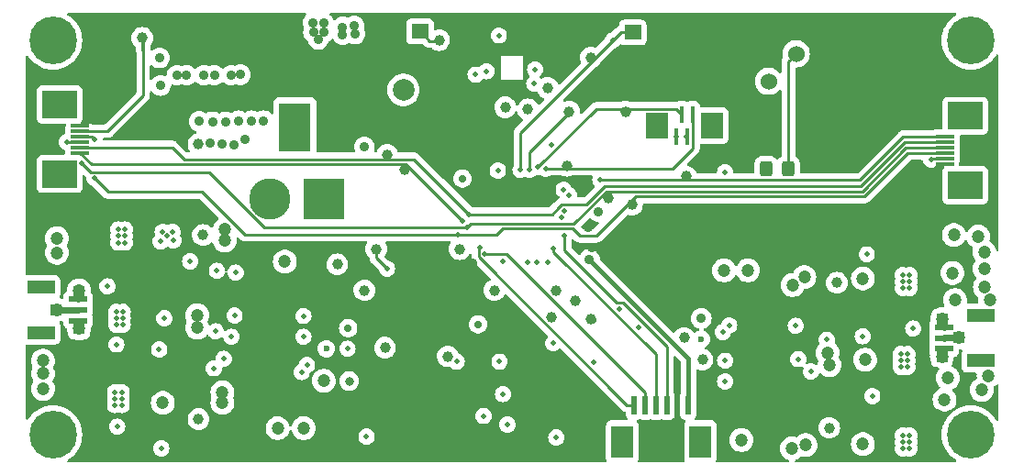
<source format=gbr>
%TF.GenerationSoftware,KiCad,Pcbnew,8.0.2*%
%TF.CreationDate,2024-06-24T01:17:51+08:00*%
%TF.ProjectId,bldcDriver,626c6463-4472-4697-9665-722e6b696361,rev?*%
%TF.SameCoordinates,Original*%
%TF.FileFunction,Copper,L1,Top*%
%TF.FilePolarity,Positive*%
%FSLAX46Y46*%
G04 Gerber Fmt 4.6, Leading zero omitted, Abs format (unit mm)*
G04 Created by KiCad (PCBNEW 8.0.2) date 2024-06-24 01:17:51*
%MOMM*%
%LPD*%
G01*
G04 APERTURE LIST*
G04 Aperture macros list*
%AMRoundRect*
0 Rectangle with rounded corners*
0 $1 Rounding radius*
0 $2 $3 $4 $5 $6 $7 $8 $9 X,Y pos of 4 corners*
0 Add a 4 corners polygon primitive as box body*
4,1,4,$2,$3,$4,$5,$6,$7,$8,$9,$2,$3,0*
0 Add four circle primitives for the rounded corners*
1,1,$1+$1,$2,$3*
1,1,$1+$1,$4,$5*
1,1,$1+$1,$6,$7*
1,1,$1+$1,$8,$9*
0 Add four rect primitives between the rounded corners*
20,1,$1+$1,$2,$3,$4,$5,0*
20,1,$1+$1,$4,$5,$6,$7,0*
20,1,$1+$1,$6,$7,$8,$9,0*
20,1,$1+$1,$8,$9,$2,$3,0*%
G04 Aperture macros list end*
%TA.AperFunction,SMDPad,CuDef*%
%ADD10C,1.000000*%
%TD*%
%TA.AperFunction,SMDPad,CuDef*%
%ADD11R,0.500000X1.700000*%
%TD*%
%TA.AperFunction,SMDPad,CuDef*%
%ADD12R,2.000000X3.000000*%
%TD*%
%TA.AperFunction,ComponentPad*%
%ADD13C,1.524000*%
%TD*%
%TA.AperFunction,SMDPad,CuDef*%
%ADD14R,1.000000X1.000000*%
%TD*%
%TA.AperFunction,SMDPad,CuDef*%
%ADD15R,1.700000X0.500000*%
%TD*%
%TA.AperFunction,SMDPad,CuDef*%
%ADD16R,2.500000X1.200000*%
%TD*%
%TA.AperFunction,SMDPad,CuDef*%
%ADD17R,0.400000X1.500000*%
%TD*%
%TA.AperFunction,SMDPad,CuDef*%
%ADD18R,2.000000X2.400000*%
%TD*%
%TA.AperFunction,SMDPad,CuDef*%
%ADD19R,1.800000X0.350000*%
%TD*%
%TA.AperFunction,SMDPad,CuDef*%
%ADD20R,3.200000X2.500000*%
%TD*%
%TA.AperFunction,ComponentPad*%
%ADD21C,4.400000*%
%TD*%
%TA.AperFunction,SMDPad,CuDef*%
%ADD22RoundRect,0.250000X-0.325000X-0.450000X0.325000X-0.450000X0.325000X0.450000X-0.325000X0.450000X0*%
%TD*%
%TA.AperFunction,SMDPad,CuDef*%
%ADD23R,1.530000X1.360000*%
%TD*%
%TA.AperFunction,ComponentPad*%
%ADD24R,3.800000X3.800000*%
%TD*%
%TA.AperFunction,ComponentPad*%
%ADD25C,3.800000*%
%TD*%
%TA.AperFunction,ComponentPad*%
%ADD26C,0.600000*%
%TD*%
%TA.AperFunction,SMDPad,CuDef*%
%ADD27R,2.950000X4.500000*%
%TD*%
%TA.AperFunction,ViaPad*%
%ADD28C,0.500000*%
%TD*%
%TA.AperFunction,ViaPad*%
%ADD29C,1.200000*%
%TD*%
%TA.AperFunction,ViaPad*%
%ADD30C,0.900000*%
%TD*%
%TA.AperFunction,ViaPad*%
%ADD31C,0.700000*%
%TD*%
%TA.AperFunction,ViaPad*%
%ADD32C,0.600000*%
%TD*%
%TA.AperFunction,ViaPad*%
%ADD33C,2.000000*%
%TD*%
%TA.AperFunction,ViaPad*%
%ADD34C,0.800000*%
%TD*%
%TA.AperFunction,Conductor*%
%ADD35C,0.250000*%
%TD*%
%TA.AperFunction,Conductor*%
%ADD36C,0.400000*%
%TD*%
%TA.AperFunction,Conductor*%
%ADD37C,0.300000*%
%TD*%
%TA.AperFunction,Conductor*%
%ADD38C,0.600000*%
%TD*%
G04 APERTURE END LIST*
D10*
%TO.P,TP39,1,1*%
%TO.N,/RESET*%
X84600000Y-34800000D03*
%TD*%
%TO.P,TP38,1,1*%
%TO.N,/KEY*%
X70600000Y-33200000D03*
%TD*%
%TO.P,TP37,1,1*%
%TO.N,/ADC1_IN2*%
X82600000Y-39800000D03*
%TD*%
%TO.P,TP36,1,1*%
%TO.N,/VREF_OP*%
X81000000Y-58800000D03*
%TD*%
%TO.P,TP35,1,1*%
%TO.N,/USART2_TX*%
X87800000Y-39800000D03*
%TD*%
%TO.P,TP34,1,1*%
%TO.N,/USART2_RX*%
X82400000Y-44800000D03*
%TD*%
%TO.P,TP33,1,1*%
%TO.N,/NSS2*%
X93400000Y-45800000D03*
%TD*%
%TO.P,TP32,1,1*%
%TO.N,/NSS1*%
X67400000Y-45200000D03*
%TD*%
%TO.P,TP31,1,1*%
%TO.N,/SPI3_SCK*%
X88400000Y-48400000D03*
%TD*%
%TO.P,TP30,1,1*%
%TO.N,/SPI3_MISO*%
X86200000Y-47800000D03*
%TD*%
%TO.P,TP29,1,1*%
%TO.N,/SPI3_MOSI*%
X65800000Y-43800000D03*
%TD*%
%TO.P,TP13,1,1*%
%TO.N,/TIM1_CH1*%
X93200000Y-60700000D03*
%TD*%
D11*
%TO.P,J2,1,Pin_1*%
%TO.N,/SWCLK*%
X88600000Y-66900000D03*
%TO.P,J2,2,Pin_2*%
%TO.N,/SWDIO*%
X89600000Y-66900000D03*
%TO.P,J2,3,Pin_3*%
%TO.N,/USART3_RX*%
X90600000Y-66900000D03*
%TO.P,J2,4,Pin_4*%
%TO.N,/USART3_TX*%
X91600000Y-66900000D03*
%TO.P,J2,5,Pin_5*%
%TO.N,GNDD*%
X92600000Y-66900000D03*
%TO.P,J2,6,Pin_6*%
%TO.N,+3V3*%
X93600000Y-66900000D03*
D12*
%TO.P,J2,7*%
%TO.N,N/C*%
X94700000Y-70300000D03*
%TO.P,J2,8*%
X87500000Y-70300000D03*
%TD*%
D13*
%TO.P,RV1,1,1*%
%TO.N,+3V3*%
X103540000Y-34460000D03*
%TO.P,RV1,2,2*%
%TO.N,/ADC1_IN2*%
X101000000Y-37000000D03*
%TO.P,RV1,3,3*%
%TO.N,GNDD*%
X98460000Y-34460000D03*
%TD*%
D14*
%TO.P,TP1,1,1*%
%TO.N,/inverter/1VS3*%
X37386500Y-59843500D03*
%TD*%
D15*
%TO.P,CN2,1,1*%
%TO.N,/inverter/2VS1*%
X117171500Y-61703500D03*
%TO.P,CN2,2,2*%
%TO.N,/inverter/2VS2*%
X117171500Y-60703500D03*
%TO.P,CN2,3,3*%
%TO.N,/inverter/2VS3*%
X117171500Y-59703500D03*
D16*
%TO.P,CN2,4,4*%
%TO.N,unconnected-(CN2-Pad4)*%
X120571500Y-58603500D03*
%TO.P,CN2,5,5*%
%TO.N,unconnected-(CN2-Pad5)*%
X120571500Y-62803500D03*
%TD*%
D17*
%TO.P,P1,1,1*%
%TO.N,+3V3*%
X92487000Y-42113000D03*
%TO.P,P1,2,2*%
%TO.N,/USART2_TX*%
X92987000Y-40085000D03*
%TO.P,P1,3,3*%
%TO.N,GNDD*%
X93487000Y-42113000D03*
%TO.P,P1,4,4*%
%TO.N,/USART2_RX*%
X93987000Y-40085000D03*
D18*
%TO.P,P1,5,5*%
%TO.N,unconnected-(P1-Pad5)*%
X95800000Y-41100000D03*
%TO.P,P1,6,6*%
%TO.N,unconnected-(P1-Pad6)*%
X90674000Y-41091000D03*
%TD*%
D10*
%TO.P,TP10,1,1*%
%TO.N,Net-(U5-PA15)*%
X72500000Y-52500000D03*
%TD*%
%TO.P,TP17,1,1*%
%TO.N,/ADC1_IN5*%
X71400000Y-62400000D03*
%TD*%
%TO.P,TP27,1,1*%
%TO.N,Net-(Q16-S-Pad1)*%
X48800000Y-51200000D03*
%TD*%
%TO.P,TP14,1,1*%
%TO.N,/TIM8_CH3*%
X61200000Y-53900000D03*
%TD*%
D19*
%TO.P,U4,1,1*%
%TO.N,/NSS2*%
X117250000Y-42150000D03*
%TO.P,U4,2,2*%
%TO.N,/SPI3_MOSI*%
X117250000Y-42650000D03*
%TO.P,U4,3,3*%
%TO.N,/SPI3_MISO*%
X117250000Y-43150000D03*
%TO.P,U4,4,4*%
%TO.N,/SPI3_SCK*%
X117250000Y-43650000D03*
%TO.P,U4,5,5*%
%TO.N,+3V3*%
X117250000Y-44150000D03*
%TO.P,U4,6,6*%
%TO.N,GNDD*%
X117250000Y-44650000D03*
D20*
%TO.P,U4,7,7*%
%TO.N,unconnected-(U4-Pad7)*%
X119150000Y-46600000D03*
%TO.P,U4,8,8*%
%TO.N,unconnected-(U4-Pad8)*%
X119150000Y-40200000D03*
%TD*%
D14*
%TO.P,TP3,1,1*%
%TO.N,/inverter/1VS1*%
X37366500Y-56433500D03*
%TD*%
D10*
%TO.P,TP7,1,1*%
%TO.N,Net-(U5-PA11)*%
X75700000Y-56300000D03*
%TD*%
%TO.P,TP19,1,1*%
%TO.N,/ADC1_IN11*%
X81400000Y-56300000D03*
%TD*%
D21*
%TO.P,,1*%
%TO.N,N/C*%
X34960000Y-33240000D03*
%TD*%
D22*
%TO.P,D12,1,K*%
%TO.N,Net-(D12-K)*%
X100775000Y-45100000D03*
%TO.P,D12,2,A*%
%TO.N,+3V3*%
X102825000Y-45100000D03*
%TD*%
D10*
%TO.P,TP9,1,1*%
%TO.N,Net-(Q8-S-Pad1)*%
X106600000Y-69000000D03*
%TD*%
%TO.P,TP21,1,1*%
%TO.N,GNDPWR*%
X48400000Y-42800000D03*
%TD*%
D21*
%TO.P,,1*%
%TO.N,N/C*%
X119660000Y-33240000D03*
%TD*%
D14*
%TO.P,TP5,1,1*%
%TO.N,/inverter/2VS2*%
X118520000Y-60690000D03*
%TD*%
%TO.P,TP2,1,1*%
%TO.N,/inverter/1VS2*%
X35266500Y-58133500D03*
%TD*%
D10*
%TO.P,TP20,1,1*%
%TO.N,+3V3*%
X43200000Y-33000000D03*
%TD*%
D23*
%TO.P,SW1,1,1*%
%TO.N,/RESET*%
X88465000Y-32500000D03*
%TO.P,SW1,2,2*%
%TO.N,GNDD*%
X92535000Y-32500000D03*
%TD*%
D10*
%TO.P,TP24,1,1*%
%TO.N,/SPI1_MISO*%
X76700000Y-39400000D03*
%TD*%
%TO.P,TP15,1,1*%
%TO.N,/TIM8_CH2*%
X64800000Y-52500000D03*
%TD*%
D23*
%TO.P,SW2,1,1*%
%TO.N,/KEY*%
X68835000Y-32400000D03*
%TO.P,SW2,2,2*%
%TO.N,GNDD*%
X64765000Y-32400000D03*
%TD*%
D10*
%TO.P,TP16,1,1*%
%TO.N,/TIM8_CH1*%
X63700000Y-56300000D03*
%TD*%
%TO.P,TP12,1,1*%
%TO.N,/TIM1_CH2*%
X94900000Y-62700000D03*
%TD*%
%TO.P,TP26,1,1*%
%TO.N,Net-(Q12-S-Pad1)*%
X107300000Y-55600000D03*
%TD*%
%TO.P,TP8,1,1*%
%TO.N,/ADC2_IN15*%
X65600000Y-61600000D03*
%TD*%
%TO.P,TP18,1,1*%
%TO.N,/ADC2_IN12*%
X84600000Y-59000000D03*
%TD*%
%TO.P,TP28,1,1*%
%TO.N,Net-(Q1-S-Pad1)*%
X48400000Y-68200000D03*
%TD*%
D24*
%TO.P,J1,1,Pin_1*%
%TO.N,GNDPWR*%
X60000000Y-47900000D03*
D25*
%TO.P,J1,2,Pin_2*%
%TO.N,+BATT*%
X55000000Y-47900000D03*
%TD*%
D10*
%TO.P,TP11,1,1*%
%TO.N,/TIM1_CH3*%
X83200000Y-57300000D03*
%TD*%
D14*
%TO.P,TP4,1,1*%
%TO.N,/inverter/2VS3*%
X117040000Y-59000000D03*
%TD*%
D15*
%TO.P,CN1,1,1*%
%TO.N,/inverter/1VS1*%
X37285000Y-57100000D03*
%TO.P,CN1,2,2*%
%TO.N,/inverter/1VS2*%
X37285000Y-58100000D03*
%TO.P,CN1,3,3*%
%TO.N,/inverter/1VS3*%
X37285000Y-59100000D03*
D16*
%TO.P,CN1,4,4*%
%TO.N,unconnected-(CN1-Pad4)*%
X33885000Y-60200000D03*
%TO.P,CN1,5,5*%
%TO.N,unconnected-(CN1-Pad5)*%
X33885000Y-56000000D03*
%TD*%
D21*
%TO.P,,1*%
%TO.N,N/C*%
X119660000Y-69640000D03*
%TD*%
D10*
%TO.P,TP25,1,1*%
%TO.N,/SPI1_MOSI*%
X78800000Y-39600000D03*
%TD*%
D19*
%TO.P,U10,1,1*%
%TO.N,/NSS1*%
X37467000Y-43600000D03*
%TO.P,U10,2,2*%
%TO.N,/SPI3_MOSI*%
X37467000Y-43100000D03*
%TO.P,U10,3,3*%
%TO.N,/SPI3_MISO*%
X37467000Y-42600000D03*
%TO.P,U10,4,4*%
%TO.N,/SPI3_SCK*%
X37467000Y-42100000D03*
%TO.P,U10,5,5*%
%TO.N,+3V3*%
X37467000Y-41600000D03*
%TO.P,U10,6,6*%
%TO.N,GNDD*%
X37467000Y-41100000D03*
D20*
%TO.P,U10,7,7*%
%TO.N,unconnected-(U10-Pad7)*%
X35567000Y-39150000D03*
%TO.P,U10,8,8*%
%TO.N,unconnected-(U10-Pad8)*%
X35567000Y-45550000D03*
%TD*%
D10*
%TO.P,TP23,1,1*%
%TO.N,/SPI1_SCK*%
X80600000Y-37600000D03*
%TD*%
%TO.P,TP22,1,1*%
%TO.N,GNDD*%
X111100000Y-32600000D03*
%TD*%
D14*
%TO.P,TP6,1,1*%
%TO.N,/inverter/2VS1*%
X116990000Y-62400000D03*
%TD*%
D21*
%TO.P,,1*%
%TO.N,N/C*%
X34960000Y-69640000D03*
%TD*%
D26*
%TO.P,U3,9,GNDPAD*%
%TO.N,GNDPWR*%
X57891000Y-43059000D03*
X57891000Y-41959000D03*
X57891000Y-40659000D03*
X57891000Y-39459000D03*
D27*
X57291000Y-41259000D03*
D26*
X56691000Y-43059000D03*
X56691000Y-41959000D03*
X56691000Y-40659000D03*
X56691000Y-39459000D03*
%TD*%
D28*
%TO.N,/VREF_OP*%
X81045829Y-58834719D03*
D29*
%TO.N,GNDPWR*%
X104400000Y-70600000D03*
X120962500Y-56000000D03*
D30*
X62850000Y-32650000D03*
D29*
X48275000Y-58600000D03*
D30*
X50550000Y-42800000D03*
X62750000Y-31900000D03*
D29*
X120350000Y-51350000D03*
X103171500Y-70900000D03*
X35337500Y-52837500D03*
X120900000Y-52800000D03*
D30*
X61700000Y-32000000D03*
D29*
X50800000Y-51700000D03*
X50600000Y-65700000D03*
X50600000Y-66700000D03*
X50800000Y-50700000D03*
X120937500Y-54300000D03*
X34037500Y-64000000D03*
X104294863Y-55083967D03*
X34037500Y-65400000D03*
X106604074Y-63195926D03*
X120662500Y-65500000D03*
D30*
X51650000Y-42850000D03*
D29*
X34037500Y-62800000D03*
D30*
X49450000Y-42750000D03*
D29*
X35337500Y-51500000D03*
X103212500Y-55821476D03*
X121299999Y-64203502D03*
D30*
X61700000Y-32700000D03*
D29*
X121400000Y-57203498D03*
X48275000Y-59750000D03*
D30*
X52700000Y-42400000D03*
D29*
X106450093Y-62103727D03*
D30*
X48350000Y-42800000D03*
X94800000Y-58900000D03*
D29*
X59945926Y-64654074D03*
D30*
%TO.N,GNDD*%
X69100000Y-68100000D03*
%TO.N,GNDPWR*%
X46400000Y-36450000D03*
D29*
%TO.N,GNDD*%
X82725000Y-63900000D03*
D30*
X74262500Y-44352500D03*
%TO.N,GNDPWR*%
X58950000Y-31600000D03*
X48900000Y-36450000D03*
%TO.N,GNDD*%
X84362500Y-50500000D03*
X73676532Y-53771850D03*
X77900000Y-62900000D03*
X73333641Y-33768531D03*
X62850000Y-35000000D03*
X62900000Y-35750000D03*
%TO.N,GNDPWR*%
X59950000Y-31650000D03*
%TO.N,GNDD*%
X84708416Y-52375652D03*
X61650000Y-35000000D03*
X61700000Y-35750000D03*
D31*
X96900000Y-69815000D03*
D30*
%TO.N,GNDPWR*%
X59000000Y-32500000D03*
X63700000Y-43050000D03*
%TO.N,GNDD*%
X63700000Y-60925000D03*
D28*
X94900000Y-43200000D03*
D30*
X83500000Y-68300000D03*
%TO.N,GNDPWR*%
X59950000Y-32500000D03*
%TO.N,GNDD*%
X76362500Y-47500000D03*
X70000000Y-44400000D03*
%TO.N,GNDPWR*%
X47300000Y-36450000D03*
X52250000Y-36400000D03*
%TO.N,GNDD*%
X76354933Y-41300001D03*
X86600000Y-31537500D03*
D28*
X93437000Y-42100000D03*
D30*
X78412208Y-47600000D03*
X79762500Y-47600000D03*
%TO.N,GNDPWR*%
X59450000Y-33150000D03*
X51400000Y-36450000D03*
%TO.N,GNDD*%
X75451992Y-58451992D03*
D31*
X92700000Y-68815000D03*
D30*
%TO.N,GNDPWR*%
X44800000Y-34850000D03*
%TO.N,GNDD*%
X68600000Y-54200000D03*
%TO.N,GNDPWR*%
X44900000Y-37400000D03*
%TO.N,GNDD*%
X80037500Y-32800000D03*
X70600000Y-31575000D03*
%TO.N,GNDPWR*%
X49850000Y-36450000D03*
%TO.N,GNDD*%
X68900000Y-64000000D03*
D31*
%TO.N,+3V3*%
X72742500Y-45980000D03*
D28*
X115975835Y-44225000D03*
D32*
X43281000Y-33016500D03*
D30*
X84472232Y-53450000D03*
D31*
X74192500Y-59450000D03*
D28*
X92487000Y-42113000D03*
D33*
X67300000Y-37800000D03*
D30*
X85282765Y-49025751D03*
%TO.N,+BATT*%
X48450000Y-40700000D03*
D28*
X40700000Y-65700000D03*
D29*
X98500000Y-70135000D03*
X99100000Y-54465000D03*
D28*
X40800000Y-59500000D03*
X114000000Y-70900000D03*
X113800000Y-63400000D03*
D29*
X58100000Y-69035000D03*
D28*
X113400000Y-54900000D03*
X114000000Y-70300000D03*
X40800000Y-58900000D03*
X113800000Y-62800000D03*
X41400000Y-59500000D03*
X40700000Y-66900000D03*
X113400000Y-70900000D03*
X41400000Y-58900000D03*
X114000000Y-54900000D03*
D31*
X62200000Y-59800000D03*
D28*
X113400000Y-69700000D03*
D30*
X54400000Y-40650000D03*
X49700000Y-40750000D03*
D28*
X114000000Y-69700000D03*
D29*
X96900000Y-54465000D03*
D28*
X113400000Y-56100000D03*
X41600000Y-51300000D03*
D29*
X117537500Y-64400000D03*
D28*
X41000000Y-51900000D03*
D29*
X117962500Y-54700000D03*
X117237500Y-66400000D03*
D28*
X113200000Y-62800000D03*
X114000000Y-56100000D03*
D29*
X55700000Y-69035000D03*
D32*
X94800000Y-60800000D03*
D28*
X41300000Y-65700000D03*
D30*
X53300000Y-40650000D03*
D32*
X60200000Y-61700000D03*
D28*
X41600000Y-51900000D03*
D30*
X50900000Y-40750000D03*
D28*
X41000000Y-50700000D03*
X113400000Y-70300000D03*
X41300000Y-66300000D03*
X41000000Y-51300000D03*
X40800000Y-58300000D03*
X41300000Y-66900000D03*
X41600000Y-50700000D03*
D29*
X56360911Y-53652762D03*
X118200000Y-57200000D03*
D28*
X114000000Y-55500000D03*
X113400000Y-55500000D03*
D29*
X118100000Y-51200000D03*
D28*
X40700000Y-66300000D03*
D30*
X52100000Y-40650000D03*
D28*
X113200000Y-63400000D03*
X113800000Y-62200000D03*
X41400000Y-58300000D03*
X113200000Y-62200000D03*
%TO.N,/SWDIO*%
X74818750Y-52956250D03*
%TO.N,/USART3_TX*%
X82162500Y-51225000D03*
%TO.N,/SWCLK*%
X74362500Y-52400000D03*
%TO.N,/USART3_RX*%
X81162500Y-52435000D03*
%TO.N,Net-(Q1-S-Pad1)*%
X48417500Y-68190000D03*
%TO.N,/TIM1_CH2*%
X97000000Y-62814500D03*
X97000000Y-64728500D03*
X95000000Y-62796500D03*
%TO.N,/TIM1_CH1*%
X93200000Y-60700000D03*
%TO.N,/TIM1_CH3*%
X83200000Y-57300000D03*
%TO.N,/TIM8_CH3*%
X61200000Y-53900000D03*
%TO.N,/TIM8_CH1*%
X63700000Y-56300000D03*
%TO.N,/SPI1_MISO*%
X76700000Y-39500000D03*
X74972968Y-36084571D03*
X82100000Y-47000000D03*
%TO.N,/TIM8_CH2*%
X65775000Y-54300000D03*
X58071000Y-60603500D03*
X64800000Y-52500000D03*
X58071000Y-58671500D03*
%TO.N,/SPI1_MOSI*%
X78800000Y-39600000D03*
X82600000Y-47575000D03*
X80943207Y-42918207D03*
%TO.N,/SPI1_SCK*%
X80725844Y-37574156D03*
%TO.N,Net-(Q8-S-Pad1)*%
X106512500Y-69000000D03*
%TO.N,Net-(U9-VDD)*%
X76100000Y-32768111D03*
X73962500Y-36400000D03*
%TO.N,/NSS1*%
X72752395Y-49924141D03*
%TO.N,/NSS2*%
X85483861Y-46102965D03*
%TO.N,/ADC1_IN11*%
X76175000Y-62900000D03*
X81500000Y-56400000D03*
X80587500Y-53735000D03*
%TO.N,/ADC1_IN5*%
X79636084Y-53735000D03*
X72225000Y-62900000D03*
X71400000Y-62400000D03*
%TO.N,/inverter/2VS1*%
X104892500Y-63807976D03*
D29*
X109700000Y-70500000D03*
X116990000Y-62400000D03*
%TO.N,/inverter/2VS2*%
X118520000Y-60690000D03*
X109900000Y-62700000D03*
D28*
X106369904Y-60869904D03*
D29*
%TO.N,/inverter/2VS3*%
X117040000Y-58950000D03*
X109700000Y-55200000D03*
D28*
%TO.N,/inverter/1VS1*%
X46000000Y-50900000D03*
X46100000Y-51700000D03*
X44900000Y-51800000D03*
D29*
X37366500Y-56315339D03*
D28*
X45100000Y-50900000D03*
X47629789Y-53635326D03*
X45500000Y-51300000D03*
%TO.N,/inverter/1VS2*%
X45250000Y-58890000D03*
D29*
X35300000Y-58100000D03*
D28*
X50000000Y-60100000D03*
%TO.N,/inverter/1VS3*%
X49800000Y-63500000D03*
D29*
X37386500Y-59843500D03*
X45100000Y-66700000D03*
D28*
%TO.N,/inverter/1HO1*%
X51717172Y-58635499D03*
X40000000Y-55940000D03*
%TO.N,/inverter/1HO2*%
X40807500Y-61300000D03*
X51438709Y-60600000D03*
%TO.N,/inverter/1LO2*%
X44767500Y-61775000D03*
X57900000Y-63853500D03*
%TO.N,/inverter/1HO3*%
X50729535Y-62629498D03*
X40890000Y-68900000D03*
%TO.N,/inverter/1LO3*%
X58400000Y-63200000D03*
X44952500Y-70900000D03*
%TO.N,/inverter/2HO2*%
X114346250Y-59846250D03*
X103739111Y-62652167D03*
%TO.N,/inverter/2LO3*%
X96778500Y-60178500D03*
X110052500Y-52991476D03*
%TO.N,/inverter/2LO2*%
X97353500Y-59546500D03*
X109692500Y-60540000D03*
%TO.N,/inverter/2LO1*%
X103504408Y-59581218D03*
X110559000Y-66071476D03*
%TO.N,/USART2_TX*%
X79725354Y-44949233D03*
%TO.N,/USART2_RX*%
X80413781Y-45076006D03*
%TO.N,/ADC2_IN12*%
X84825647Y-62917712D03*
X81913000Y-49600000D03*
X84825647Y-59100000D03*
%TO.N,/SPI3_MOSI*%
X73362500Y-49275000D03*
%TO.N,/SPI3_MISO*%
X36255751Y-42600000D03*
X37626913Y-44573087D03*
X73168171Y-50499141D03*
%TO.N,/RESET*%
X86600000Y-33262500D03*
X78112499Y-45200419D03*
%TO.N,/VREF_OP*%
X76900000Y-68700000D03*
X81112500Y-61200000D03*
X74700000Y-67900000D03*
%TO.N,/ADC2_IN15*%
X62137500Y-61700000D03*
X78801009Y-53735000D03*
X65700000Y-61700000D03*
%TO.N,Net-(Q12-S-Pad1)*%
X107300000Y-55600000D03*
%TO.N,Net-(Q16-S-Pad1)*%
X48820000Y-51140000D03*
%TO.N,/1CS2+*%
X50097500Y-54510000D03*
D34*
X62306403Y-64681097D03*
D28*
%TO.N,/1CS2-*%
X63900000Y-69812500D03*
X51822500Y-54675000D03*
%TO.N,/2CS2-*%
X89000000Y-59700000D03*
X81412500Y-69900000D03*
%TO.N,/2CS2+*%
X87200000Y-58000000D03*
X76500000Y-65887500D03*
%TO.N,/SPI3_SCK*%
X38814433Y-42376992D03*
X38810180Y-45965086D03*
X72362500Y-51150000D03*
%TO.N,Net-(U5-PA11)*%
X76437500Y-53650000D03*
X75700000Y-56300000D03*
%TO.N,Net-(D12-K)*%
X100900000Y-45400000D03*
%TO.N,/LED*%
X82162500Y-48945975D03*
X96987500Y-45400000D03*
%TO.N,/KEY*%
X70600000Y-33300000D03*
X76012500Y-45250000D03*
%TO.N,/SPI1_CS*%
X79457532Y-35897890D03*
X79376122Y-37214387D03*
%TO.N,/ADC1_IN2*%
X78937500Y-45200002D03*
D34*
X82600000Y-39900000D03*
D28*
%TO.N,Net-(U5-PA15)*%
X72500000Y-52500000D03*
%TD*%
D35*
%TO.N,GNDD*%
X93487000Y-42113000D02*
X93450000Y-42113000D01*
X93450000Y-42113000D02*
X93437000Y-42100000D01*
D36*
X92600000Y-68715000D02*
X92700000Y-68815000D01*
D35*
X117150000Y-44650000D02*
X116800000Y-45000000D01*
X37700000Y-41100000D02*
X38000000Y-40800000D01*
X37467000Y-41100000D02*
X37700000Y-41100000D01*
D36*
X92600000Y-66900000D02*
X92600000Y-68715000D01*
D35*
%TO.N,+3V3*%
X102825000Y-35175000D02*
X103540000Y-34460000D01*
X117250000Y-44150000D02*
X116050835Y-44150000D01*
D37*
X43281000Y-34200000D02*
X43281000Y-33016500D01*
D35*
X43281000Y-38319000D02*
X43281000Y-34200000D01*
X40000000Y-41600000D02*
X43281000Y-38319000D01*
X37467000Y-41600000D02*
X40000000Y-41600000D01*
D36*
X93600000Y-66900000D02*
X93600000Y-62577768D01*
D35*
X116050835Y-44150000D02*
X115975835Y-44225000D01*
D36*
X93600000Y-62577768D02*
X84472232Y-53450000D01*
D35*
X102825000Y-45100000D02*
X102825000Y-35175000D01*
%TO.N,/SWDIO*%
X76806923Y-52956250D02*
X74818750Y-52956250D01*
X89600000Y-65749327D02*
X76806923Y-52956250D01*
X89600000Y-66900000D02*
X89600000Y-65749327D01*
%TO.N,/USART3_TX*%
X91600000Y-61486827D02*
X91600000Y-66900000D01*
X82162500Y-52625673D02*
X86961827Y-57425000D01*
X87538173Y-57425000D02*
X91600000Y-61486827D01*
X82162500Y-51225000D02*
X82162500Y-52625673D01*
X86961827Y-57425000D02*
X87538173Y-57425000D01*
%TO.N,/SWCLK*%
X87900000Y-66900000D02*
X88600000Y-66900000D01*
X74362500Y-52400000D02*
X74243750Y-52518750D01*
X74243750Y-53243750D02*
X87900000Y-66900000D01*
X74243750Y-52518750D02*
X74243750Y-53243750D01*
%TO.N,/USART3_RX*%
X81162500Y-52775673D02*
X81162500Y-52435000D01*
X90600000Y-66900000D02*
X90600000Y-62213173D01*
X90600000Y-62213173D02*
X81162500Y-52775673D01*
%TO.N,/TIM8_CH2*%
X64800000Y-52500000D02*
X64800000Y-53325000D01*
X64800000Y-53325000D02*
X65775000Y-54300000D01*
%TO.N,/NSS1*%
X72752395Y-49924141D02*
X67478254Y-44650000D01*
X38517000Y-44650000D02*
X37467000Y-43600000D01*
X67478254Y-44650000D02*
X38517000Y-44650000D01*
%TO.N,/NSS2*%
X113413604Y-42150000D02*
X117250000Y-42150000D01*
X85505896Y-46125000D02*
X109438604Y-46125000D01*
X109438604Y-46125000D02*
X113413604Y-42150000D01*
X85483861Y-46102965D02*
X85505896Y-46125000D01*
D38*
%TO.N,/inverter/2VS1*%
X117171500Y-62218500D02*
X116990000Y-62400000D01*
X117171500Y-61703500D02*
X117171500Y-62218500D01*
%TO.N,/inverter/2VS2*%
X118520000Y-60690000D02*
X117185000Y-60690000D01*
X117185000Y-60690000D02*
X117171500Y-60703500D01*
%TO.N,/inverter/2VS3*%
X117171500Y-59703500D02*
X117171500Y-59081500D01*
X117171500Y-59081500D02*
X117040000Y-58950000D01*
%TO.N,/inverter/1VS1*%
X37366500Y-56315339D02*
X37366500Y-57018500D01*
X37366500Y-57018500D02*
X37285000Y-57100000D01*
%TO.N,/inverter/1VS2*%
X35300000Y-58100000D02*
X37285000Y-58100000D01*
%TO.N,/inverter/1VS3*%
X37386500Y-59843500D02*
X37386500Y-59201500D01*
X37386500Y-59201500D02*
X37285000Y-59100000D01*
D35*
%TO.N,/USART2_TX*%
X85108587Y-39566000D02*
X79725354Y-44949233D01*
X92468000Y-39566000D02*
X85108587Y-39566000D01*
X92987000Y-40085000D02*
X92468000Y-39566000D01*
%TO.N,/USART2_RX*%
X92123994Y-45076006D02*
X80413781Y-45076006D01*
X93987000Y-40085000D02*
X94012000Y-40110000D01*
X94012000Y-40110000D02*
X94012000Y-43188000D01*
X94012000Y-43188000D02*
X92123994Y-45076006D01*
%TO.N,/SPI3_MOSI*%
X81025000Y-49275000D02*
X81587500Y-48712500D01*
X113550000Y-42650000D02*
X117250000Y-42650000D01*
X68287500Y-44200000D02*
X73362500Y-49275000D01*
X47066727Y-44200000D02*
X68287500Y-44200000D01*
X37467000Y-43100000D02*
X45966727Y-43100000D01*
X45966727Y-43100000D02*
X47066727Y-44200000D01*
X81587500Y-48707802D02*
X81924327Y-48370975D01*
X81587500Y-48712500D02*
X81587500Y-48707802D01*
X81924327Y-48370975D02*
X84205128Y-48370975D01*
X109500000Y-46700000D02*
X113550000Y-42650000D01*
X85876103Y-46700000D02*
X109500000Y-46700000D01*
X84205128Y-48370975D02*
X85876103Y-46700000D01*
X73362500Y-49275000D02*
X81025000Y-49275000D01*
%TO.N,/SPI3_MISO*%
X49343460Y-45390086D02*
X38443912Y-45390086D01*
X73168171Y-50499141D02*
X54452515Y-50499141D01*
X83037499Y-50175000D02*
X76627500Y-50175000D01*
X76577500Y-50125000D02*
X73542312Y-50125000D01*
X117250000Y-43150000D02*
X113686396Y-43150000D01*
X113686396Y-43150000D02*
X109636396Y-47200000D01*
X86012499Y-47200000D02*
X83037499Y-50175000D01*
X109636396Y-47200000D02*
X86012499Y-47200000D01*
X36255751Y-42600000D02*
X37467000Y-42600000D01*
X38443912Y-45390086D02*
X37626913Y-44573087D01*
X54452515Y-50499141D02*
X49343460Y-45390086D01*
X76627500Y-50175000D02*
X76577500Y-50125000D01*
X73542312Y-50125000D02*
X73168171Y-50499141D01*
%TO.N,/RESET*%
X88465000Y-32500000D02*
X87362500Y-32500000D01*
X78112499Y-45200419D02*
X78112499Y-41750001D01*
X78112499Y-41750001D02*
X86331250Y-33531250D01*
X87362500Y-32500000D02*
X86331250Y-33531250D01*
X86331250Y-33531250D02*
X86600000Y-33262500D01*
%TO.N,/SPI3_SCK*%
X76441104Y-50625000D02*
X75916104Y-51150000D01*
X38537441Y-42100000D02*
X37467000Y-42100000D01*
X82950000Y-50625000D02*
X76441104Y-50625000D01*
X38814433Y-42376992D02*
X38537441Y-42100000D01*
X109822792Y-47650000D02*
X88725000Y-47650000D01*
X88725000Y-47650000D02*
X85100000Y-51275000D01*
X83600000Y-51275000D02*
X82950000Y-50625000D01*
X48746321Y-47238173D02*
X52658148Y-51150000D01*
X52658148Y-51150000D02*
X72362500Y-51150000D01*
X38810180Y-45965086D02*
X40083267Y-47238173D01*
X113822792Y-43650000D02*
X109822792Y-47650000D01*
X117250000Y-43650000D02*
X113822792Y-43650000D01*
X75916104Y-51150000D02*
X72362500Y-51150000D01*
X85100000Y-51275000D02*
X83600000Y-51275000D01*
X40083267Y-47238173D02*
X48746321Y-47238173D01*
%TO.N,/KEY*%
X70600000Y-33300000D02*
X69735000Y-33300000D01*
X69735000Y-33300000D02*
X68835000Y-32400000D01*
%TO.N,/ADC1_IN2*%
X78937500Y-43562500D02*
X82600000Y-39900000D01*
X78937500Y-45200002D02*
X78937500Y-43562500D01*
%TD*%
%TA.AperFunction,Conductor*%
%TO.N,GNDD*%
G36*
X58281038Y-30709685D02*
G01*
X58326793Y-30762489D01*
X58336737Y-30831647D01*
X58307712Y-30895203D01*
X58292664Y-30909853D01*
X58274642Y-30924642D01*
X58155864Y-31069373D01*
X58155862Y-31069376D01*
X58067604Y-31234497D01*
X58013253Y-31413666D01*
X58013252Y-31413668D01*
X57994901Y-31600000D01*
X58013252Y-31786331D01*
X58013253Y-31786333D01*
X58067602Y-31965497D01*
X58067603Y-31965500D01*
X58107994Y-32041067D01*
X58122235Y-32109470D01*
X58117296Y-32135514D01*
X58063252Y-32313670D01*
X58044901Y-32500000D01*
X58063252Y-32686331D01*
X58063253Y-32686333D01*
X58117604Y-32865502D01*
X58205862Y-33030623D01*
X58205864Y-33030626D01*
X58324642Y-33175357D01*
X58402193Y-33239001D01*
X58469371Y-33294133D01*
X58469374Y-33294135D01*
X58471458Y-33295528D01*
X58472304Y-33296540D01*
X58474084Y-33298001D01*
X58473807Y-33298338D01*
X58516266Y-33349138D01*
X58521232Y-33362637D01*
X58567604Y-33515502D01*
X58655862Y-33680623D01*
X58655864Y-33680626D01*
X58774642Y-33825357D01*
X58919373Y-33944135D01*
X58919376Y-33944137D01*
X59021669Y-33998813D01*
X59084499Y-34032396D01*
X59211673Y-34070974D01*
X59263666Y-34086746D01*
X59263668Y-34086747D01*
X59280374Y-34088392D01*
X59450000Y-34105099D01*
X59636331Y-34086747D01*
X59815501Y-34032396D01*
X59980625Y-33944136D01*
X60125357Y-33825357D01*
X60244136Y-33680625D01*
X60332396Y-33515501D01*
X60368947Y-33395006D01*
X60407242Y-33336572D01*
X60429143Y-33321652D01*
X60480625Y-33294136D01*
X60604253Y-33192677D01*
X60625356Y-33175358D01*
X60625357Y-33175357D01*
X60659607Y-33133623D01*
X60717351Y-33094289D01*
X60787196Y-33092418D01*
X60846965Y-33128605D01*
X60864818Y-33153834D01*
X60887426Y-33196129D01*
X60904398Y-33227883D01*
X60905865Y-33230626D01*
X61024642Y-33375357D01*
X61169373Y-33494135D01*
X61169376Y-33494137D01*
X61318961Y-33574091D01*
X61334499Y-33582396D01*
X61470976Y-33623796D01*
X61513666Y-33636746D01*
X61513668Y-33636747D01*
X61530374Y-33638392D01*
X61700000Y-33655099D01*
X61886331Y-33636747D01*
X62065501Y-33582396D01*
X62230625Y-33494136D01*
X62238473Y-33487695D01*
X62302779Y-33460379D01*
X62371647Y-33472165D01*
X62375594Y-33474185D01*
X62484499Y-33532396D01*
X62649326Y-33582396D01*
X62663666Y-33586746D01*
X62663668Y-33586747D01*
X62680374Y-33588392D01*
X62850000Y-33605099D01*
X63036331Y-33586747D01*
X63215501Y-33532396D01*
X63380625Y-33444136D01*
X63525357Y-33325357D01*
X63644136Y-33180625D01*
X63732396Y-33015501D01*
X63786747Y-32836331D01*
X63805099Y-32650000D01*
X63786747Y-32463669D01*
X63732396Y-32284499D01*
X63689135Y-32203564D01*
X63674894Y-32135165D01*
X63679832Y-32109123D01*
X63686747Y-32086331D01*
X63705099Y-31900000D01*
X63686747Y-31713669D01*
X63674148Y-31672135D01*
X67569500Y-31672135D01*
X67569500Y-33127870D01*
X67569501Y-33127876D01*
X67575908Y-33187483D01*
X67626202Y-33322328D01*
X67626206Y-33322335D01*
X67712452Y-33437544D01*
X67712455Y-33437547D01*
X67827664Y-33523793D01*
X67827671Y-33523797D01*
X67962517Y-33574091D01*
X67962516Y-33574091D01*
X67969444Y-33574835D01*
X68022127Y-33580500D01*
X69079547Y-33580499D01*
X69146586Y-33600183D01*
X69167228Y-33616818D01*
X69246016Y-33695606D01*
X69246045Y-33695637D01*
X69336263Y-33785855D01*
X69336267Y-33785858D01*
X69438707Y-33854307D01*
X69438713Y-33854310D01*
X69438714Y-33854311D01*
X69552548Y-33901463D01*
X69599907Y-33910883D01*
X69673391Y-33925499D01*
X69673392Y-33925500D01*
X69673393Y-33925500D01*
X69673394Y-33925500D01*
X69862560Y-33925500D01*
X69929599Y-33945185D01*
X69941225Y-33953647D01*
X70041460Y-34035909D01*
X70041467Y-34035913D01*
X70215266Y-34128811D01*
X70215269Y-34128811D01*
X70215273Y-34128814D01*
X70403868Y-34186024D01*
X70600000Y-34205341D01*
X70796132Y-34186024D01*
X70984727Y-34128814D01*
X71029097Y-34105098D01*
X71158532Y-34035913D01*
X71158538Y-34035910D01*
X71310883Y-33910883D01*
X71435910Y-33758538D01*
X71517925Y-33605099D01*
X71528811Y-33584733D01*
X71528811Y-33584732D01*
X71528814Y-33584727D01*
X71586024Y-33396132D01*
X71605341Y-33200000D01*
X71586024Y-33003868D01*
X71528814Y-32815273D01*
X71528811Y-32815269D01*
X71528811Y-32815266D01*
X71503604Y-32768108D01*
X75344751Y-32768108D01*
X75344751Y-32768113D01*
X75363685Y-32936167D01*
X75419545Y-33095805D01*
X75419547Y-33095808D01*
X75509518Y-33238995D01*
X75509523Y-33239001D01*
X75629109Y-33358587D01*
X75629115Y-33358592D01*
X75772302Y-33448563D01*
X75772305Y-33448565D01*
X75772309Y-33448566D01*
X75772310Y-33448567D01*
X75806067Y-33460379D01*
X75931943Y-33504425D01*
X76099997Y-33523360D01*
X76100000Y-33523360D01*
X76100003Y-33523360D01*
X76268056Y-33504425D01*
X76297452Y-33494139D01*
X76427690Y-33448567D01*
X76427692Y-33448565D01*
X76427694Y-33448565D01*
X76427697Y-33448563D01*
X76570884Y-33358592D01*
X76570885Y-33358591D01*
X76570890Y-33358588D01*
X76690477Y-33239001D01*
X76690481Y-33238995D01*
X76780452Y-33095808D01*
X76780454Y-33095805D01*
X76780454Y-33095803D01*
X76780456Y-33095801D01*
X76836313Y-32936170D01*
X76836313Y-32936169D01*
X76836314Y-32936167D01*
X76855249Y-32768113D01*
X76855249Y-32768108D01*
X76836314Y-32600054D01*
X76780820Y-32441462D01*
X76780456Y-32440421D01*
X76780455Y-32440420D01*
X76780454Y-32440416D01*
X76780452Y-32440413D01*
X76690481Y-32297226D01*
X76690476Y-32297220D01*
X76570890Y-32177634D01*
X76570884Y-32177629D01*
X76427697Y-32087658D01*
X76427694Y-32087656D01*
X76268056Y-32031796D01*
X76100003Y-32012862D01*
X76099997Y-32012862D01*
X75931943Y-32031796D01*
X75772305Y-32087656D01*
X75772302Y-32087658D01*
X75629115Y-32177629D01*
X75629109Y-32177634D01*
X75509523Y-32297220D01*
X75509518Y-32297226D01*
X75419547Y-32440413D01*
X75419545Y-32440416D01*
X75363685Y-32600054D01*
X75344751Y-32768108D01*
X71503604Y-32768108D01*
X71435913Y-32641467D01*
X71435909Y-32641460D01*
X71310883Y-32489116D01*
X71158539Y-32364090D01*
X71158532Y-32364086D01*
X70984733Y-32271188D01*
X70984727Y-32271186D01*
X70858997Y-32233046D01*
X70796129Y-32213975D01*
X70600000Y-32194659D01*
X70403869Y-32213975D01*
X70260494Y-32257468D01*
X70190627Y-32258091D01*
X70131514Y-32220843D01*
X70101923Y-32157549D01*
X70100499Y-32138807D01*
X70100499Y-31672129D01*
X70100498Y-31672123D01*
X70100497Y-31672116D01*
X70094091Y-31612517D01*
X70089422Y-31600000D01*
X70043797Y-31477671D01*
X70043793Y-31477664D01*
X69957547Y-31362455D01*
X69957544Y-31362452D01*
X69842335Y-31276206D01*
X69842328Y-31276202D01*
X69707482Y-31225908D01*
X69707483Y-31225908D01*
X69647883Y-31219501D01*
X69647881Y-31219500D01*
X69647873Y-31219500D01*
X69647864Y-31219500D01*
X68022129Y-31219500D01*
X68022123Y-31219501D01*
X67962516Y-31225908D01*
X67827671Y-31276202D01*
X67827664Y-31276206D01*
X67712455Y-31362452D01*
X67712452Y-31362455D01*
X67626206Y-31477664D01*
X67626202Y-31477671D01*
X67575908Y-31612517D01*
X67569501Y-31672116D01*
X67569501Y-31672123D01*
X67569500Y-31672135D01*
X63674148Y-31672135D01*
X63632396Y-31534499D01*
X63593888Y-31462455D01*
X63544137Y-31369376D01*
X63544135Y-31369373D01*
X63425357Y-31224642D01*
X63280626Y-31105864D01*
X63280623Y-31105862D01*
X63115502Y-31017604D01*
X62936333Y-30963253D01*
X62936331Y-30963252D01*
X62750000Y-30944901D01*
X62563668Y-30963252D01*
X62563666Y-30963253D01*
X62384497Y-31017604D01*
X62219375Y-31105863D01*
X62214064Y-31110222D01*
X62149752Y-31137532D01*
X62080885Y-31125737D01*
X62076953Y-31123725D01*
X62065501Y-31117604D01*
X62065497Y-31117602D01*
X61886333Y-31063253D01*
X61886331Y-31063252D01*
X61700000Y-31044901D01*
X61513668Y-31063252D01*
X61513666Y-31063253D01*
X61334497Y-31117604D01*
X61169376Y-31205862D01*
X61169373Y-31205864D01*
X61022726Y-31326215D01*
X60958416Y-31353528D01*
X60889548Y-31341737D01*
X60837988Y-31294585D01*
X60834703Y-31288815D01*
X60744137Y-31119376D01*
X60744134Y-31119372D01*
X60625357Y-30974642D01*
X60546411Y-30909853D01*
X60507077Y-30852107D01*
X60505206Y-30782263D01*
X60541394Y-30722495D01*
X60604149Y-30691779D01*
X60625076Y-30690000D01*
X118213412Y-30690000D01*
X118280451Y-30709685D01*
X118326206Y-30762489D01*
X118336150Y-30831647D01*
X118307125Y-30895203D01*
X118277564Y-30920115D01*
X118236564Y-30944901D01*
X118123131Y-31013473D01*
X117865960Y-31214954D01*
X117634954Y-31445960D01*
X117433473Y-31703131D01*
X117329778Y-31874664D01*
X117274866Y-31965500D01*
X117264454Y-31982723D01*
X117264453Y-31982725D01*
X117242368Y-32031796D01*
X117134628Y-32271186D01*
X117130372Y-32280642D01*
X117130366Y-32280657D01*
X117033178Y-32592547D01*
X116974289Y-32913900D01*
X116954564Y-33240000D01*
X116974289Y-33566099D01*
X117033178Y-33887452D01*
X117130366Y-34199342D01*
X117130370Y-34199354D01*
X117130373Y-34199361D01*
X117264455Y-34497279D01*
X117374960Y-34680076D01*
X117433473Y-34776868D01*
X117634954Y-35034039D01*
X117865960Y-35265045D01*
X118123131Y-35466526D01*
X118123134Y-35466528D01*
X118123137Y-35466530D01*
X118402721Y-35635545D01*
X118700639Y-35769627D01*
X118700652Y-35769631D01*
X118700657Y-35769633D01*
X118955540Y-35849057D01*
X119012547Y-35866821D01*
X119333896Y-35925710D01*
X119660000Y-35945436D01*
X119986104Y-35925710D01*
X120307453Y-35866821D01*
X120619361Y-35769627D01*
X120917279Y-35635545D01*
X121196863Y-35466530D01*
X121454036Y-35265048D01*
X121685048Y-35034036D01*
X121886530Y-34776863D01*
X122005726Y-34579688D01*
X122057252Y-34532504D01*
X122126111Y-34520665D01*
X122190440Y-34547934D01*
X122229814Y-34605652D01*
X122235841Y-34643841D01*
X122235841Y-52606768D01*
X122216156Y-52673807D01*
X122163352Y-52719562D01*
X122094194Y-52729506D01*
X122030638Y-52700481D01*
X121992864Y-52641703D01*
X121988370Y-52618209D01*
X121986397Y-52596918D01*
X121984470Y-52590145D01*
X121930582Y-52400750D01*
X121925466Y-52390476D01*
X121873845Y-52286806D01*
X121839673Y-52218179D01*
X121772188Y-52128814D01*
X121716762Y-52055418D01*
X121566042Y-51918020D01*
X121566041Y-51918019D01*
X121498929Y-51876465D01*
X121447148Y-51844403D01*
X121400513Y-51792375D01*
X121389409Y-51723393D01*
X121393158Y-51705049D01*
X121436397Y-51553083D01*
X121455215Y-51350000D01*
X121453279Y-51329112D01*
X121436397Y-51146917D01*
X121423258Y-51100739D01*
X121380582Y-50950750D01*
X121289673Y-50768179D01*
X121193981Y-50641462D01*
X121166762Y-50605418D01*
X121016041Y-50468019D01*
X121016039Y-50468017D01*
X120842642Y-50360655D01*
X120842635Y-50360651D01*
X120688011Y-50300750D01*
X120652456Y-50286976D01*
X120451976Y-50249500D01*
X120248024Y-50249500D01*
X120047544Y-50286976D01*
X120047541Y-50286976D01*
X120047541Y-50286977D01*
X119857364Y-50360651D01*
X119857357Y-50360655D01*
X119683960Y-50468017D01*
X119683958Y-50468019D01*
X119533237Y-50605418D01*
X119410328Y-50768176D01*
X119369078Y-50851017D01*
X119321574Y-50902253D01*
X119253911Y-50919674D01*
X119187571Y-50897748D01*
X119143616Y-50843436D01*
X119138817Y-50829695D01*
X119130582Y-50800750D01*
X119108009Y-50755418D01*
X119055269Y-50649500D01*
X119039673Y-50618179D01*
X118958475Y-50510655D01*
X118916762Y-50455418D01*
X118766041Y-50318019D01*
X118766039Y-50318017D01*
X118592642Y-50210655D01*
X118592635Y-50210651D01*
X118497546Y-50173814D01*
X118402456Y-50136976D01*
X118201976Y-50099500D01*
X117998024Y-50099500D01*
X117797544Y-50136976D01*
X117797541Y-50136976D01*
X117797541Y-50136977D01*
X117607364Y-50210651D01*
X117607357Y-50210655D01*
X117433960Y-50318017D01*
X117433958Y-50318019D01*
X117283237Y-50455418D01*
X117160327Y-50618178D01*
X117069422Y-50800739D01*
X117069417Y-50800752D01*
X117013602Y-50996917D01*
X116994785Y-51199999D01*
X116994785Y-51200000D01*
X117013602Y-51403082D01*
X117069417Y-51599247D01*
X117069422Y-51599260D01*
X117160327Y-51781821D01*
X117283237Y-51944581D01*
X117404821Y-52055418D01*
X117433783Y-52081821D01*
X117433958Y-52081980D01*
X117433960Y-52081982D01*
X117507782Y-52127690D01*
X117607363Y-52189348D01*
X117797544Y-52263024D01*
X117998024Y-52300500D01*
X117998026Y-52300500D01*
X118201974Y-52300500D01*
X118201976Y-52300500D01*
X118402456Y-52263024D01*
X118592637Y-52189348D01*
X118766041Y-52081981D01*
X118916764Y-51944579D01*
X119039673Y-51781821D01*
X119080415Y-51700000D01*
X119080921Y-51698984D01*
X119128423Y-51647747D01*
X119196086Y-51630325D01*
X119262427Y-51652250D01*
X119306382Y-51706561D01*
X119311187Y-51720320D01*
X119319417Y-51749247D01*
X119319422Y-51749260D01*
X119410327Y-51931821D01*
X119533237Y-52094581D01*
X119683958Y-52231980D01*
X119683960Y-52231982D01*
X119802850Y-52305595D01*
X119849486Y-52357623D01*
X119860590Y-52426604D01*
X119856839Y-52444956D01*
X119813603Y-52596914D01*
X119813602Y-52596917D01*
X119794785Y-52799999D01*
X119794785Y-52800000D01*
X119813602Y-53003082D01*
X119869417Y-53199247D01*
X119869422Y-53199260D01*
X119960328Y-53381824D01*
X120049648Y-53500103D01*
X120074340Y-53565464D01*
X120059775Y-53633799D01*
X120049649Y-53649554D01*
X120004368Y-53709518D01*
X119997828Y-53718178D01*
X119997823Y-53718185D01*
X119906922Y-53900739D01*
X119906917Y-53900752D01*
X119851102Y-54096917D01*
X119832285Y-54299999D01*
X119832285Y-54300000D01*
X119851102Y-54503082D01*
X119906917Y-54699247D01*
X119906922Y-54699260D01*
X119997827Y-54881821D01*
X120120735Y-55044578D01*
X120148356Y-55069758D01*
X120184637Y-55129470D01*
X120182876Y-55199317D01*
X120149565Y-55251152D01*
X120149599Y-55251183D01*
X120149420Y-55251378D01*
X120148362Y-55253026D01*
X120145738Y-55255418D01*
X120022827Y-55418178D01*
X119931922Y-55600739D01*
X119931917Y-55600752D01*
X119876102Y-55796917D01*
X119857285Y-55999999D01*
X119857285Y-56000000D01*
X119876102Y-56203082D01*
X119931917Y-56399247D01*
X119931922Y-56399260D01*
X120022827Y-56581821D01*
X120145737Y-56744581D01*
X120280089Y-56867058D01*
X120316371Y-56926769D01*
X120315820Y-56992619D01*
X120313603Y-57000412D01*
X120294785Y-57203497D01*
X120294785Y-57203498D01*
X120309987Y-57367559D01*
X120296572Y-57436129D01*
X120248215Y-57486560D01*
X120186516Y-57503000D01*
X119413159Y-57503000D01*
X119346120Y-57483315D01*
X119300365Y-57430511D01*
X119289688Y-57367561D01*
X119305215Y-57200000D01*
X119296020Y-57100773D01*
X119286397Y-56996917D01*
X119263167Y-56915273D01*
X119230582Y-56800750D01*
X119225301Y-56790145D01*
X119169987Y-56679058D01*
X119139673Y-56618179D01*
X119072188Y-56528814D01*
X119016762Y-56455418D01*
X118866041Y-56318019D01*
X118866039Y-56318017D01*
X118692642Y-56210655D01*
X118692635Y-56210651D01*
X118558099Y-56158532D01*
X118502456Y-56136976D01*
X118301976Y-56099500D01*
X118098024Y-56099500D01*
X117897544Y-56136976D01*
X117897541Y-56136976D01*
X117897541Y-56136977D01*
X117707364Y-56210651D01*
X117707357Y-56210655D01*
X117533960Y-56318017D01*
X117533958Y-56318019D01*
X117383237Y-56455418D01*
X117260327Y-56618178D01*
X117169422Y-56800739D01*
X117169417Y-56800752D01*
X117113602Y-56996917D01*
X117094785Y-57199999D01*
X117094785Y-57200000D01*
X117113602Y-57403082D01*
X117169417Y-57599247D01*
X117169424Y-57599265D01*
X117204760Y-57670229D01*
X117217021Y-57739014D01*
X117190148Y-57803509D01*
X117132672Y-57843237D01*
X117093760Y-57849500D01*
X116938024Y-57849500D01*
X116737544Y-57886976D01*
X116737541Y-57886976D01*
X116737541Y-57886977D01*
X116547364Y-57960651D01*
X116547362Y-57960652D01*
X116507019Y-57985631D01*
X116455002Y-58003491D01*
X116432519Y-58005908D01*
X116432513Y-58005910D01*
X116297671Y-58056202D01*
X116297664Y-58056206D01*
X116182455Y-58142452D01*
X116182452Y-58142455D01*
X116096206Y-58257664D01*
X116096202Y-58257671D01*
X116045908Y-58392517D01*
X116039501Y-58452116D01*
X116039500Y-58452135D01*
X116039500Y-58461171D01*
X116026501Y-58516441D01*
X116009419Y-58550747D01*
X115953602Y-58746917D01*
X115934785Y-58949999D01*
X115934785Y-58950001D01*
X115945627Y-59067016D01*
X115932212Y-59135585D01*
X115921423Y-59152766D01*
X115877706Y-59211164D01*
X115877702Y-59211171D01*
X115827410Y-59346013D01*
X115827409Y-59346017D01*
X115821000Y-59405627D01*
X115821000Y-59405634D01*
X115821000Y-59405635D01*
X115821000Y-60001370D01*
X115821001Y-60001376D01*
X115827409Y-60060984D01*
X115864401Y-60160168D01*
X115869385Y-60229860D01*
X115864401Y-60246832D01*
X115827410Y-60346011D01*
X115827409Y-60346015D01*
X115827409Y-60346017D01*
X115821000Y-60405627D01*
X115821000Y-60405634D01*
X115821000Y-60405635D01*
X115821000Y-61001370D01*
X115821001Y-61001376D01*
X115827409Y-61060984D01*
X115864401Y-61160168D01*
X115869385Y-61229860D01*
X115864401Y-61246832D01*
X115827410Y-61346011D01*
X115827409Y-61346015D01*
X115827409Y-61346017D01*
X115821000Y-61405627D01*
X115821000Y-61405634D01*
X115821000Y-61405635D01*
X115821000Y-62001370D01*
X115821001Y-62001376D01*
X115827408Y-62060983D01*
X115877702Y-62195828D01*
X115881801Y-62203334D01*
X115896653Y-62271607D01*
X115896440Y-62274202D01*
X115884785Y-62399998D01*
X115884785Y-62400000D01*
X115903602Y-62603082D01*
X115903603Y-62603084D01*
X115959413Y-62799238D01*
X115959420Y-62799254D01*
X115976501Y-62833559D01*
X115989500Y-62888827D01*
X115989500Y-62947868D01*
X115989501Y-62947877D01*
X115995908Y-63007483D01*
X116046202Y-63142328D01*
X116046206Y-63142335D01*
X116132452Y-63257544D01*
X116132455Y-63257547D01*
X116247664Y-63343793D01*
X116247671Y-63343797D01*
X116382516Y-63394091D01*
X116408419Y-63396875D01*
X116442127Y-63400500D01*
X116502970Y-63400499D01*
X116547759Y-63408870D01*
X116672899Y-63457350D01*
X116728298Y-63499921D01*
X116751888Y-63565688D01*
X116736177Y-63633768D01*
X116723962Y-63650673D01*
X116724191Y-63650846D01*
X116597827Y-63818178D01*
X116506922Y-64000739D01*
X116506917Y-64000752D01*
X116451102Y-64196917D01*
X116432285Y-64399999D01*
X116432285Y-64400000D01*
X116451102Y-64603082D01*
X116506917Y-64799247D01*
X116506922Y-64799260D01*
X116584680Y-64955418D01*
X116597827Y-64981821D01*
X116711426Y-65132251D01*
X116720737Y-65144580D01*
X116784757Y-65202942D01*
X116821039Y-65262653D01*
X116819278Y-65332500D01*
X116780035Y-65390308D01*
X116749913Y-65407927D01*
X116749997Y-65408096D01*
X116747493Y-65409342D01*
X116746026Y-65410201D01*
X116744870Y-65410648D01*
X116744857Y-65410655D01*
X116571460Y-65518017D01*
X116571458Y-65518019D01*
X116420737Y-65655418D01*
X116297827Y-65818178D01*
X116206922Y-66000739D01*
X116206917Y-66000752D01*
X116151102Y-66196917D01*
X116132285Y-66399999D01*
X116132285Y-66400000D01*
X116151102Y-66603082D01*
X116206917Y-66799247D01*
X116206922Y-66799260D01*
X116297827Y-66981821D01*
X116420737Y-67144581D01*
X116530294Y-67244454D01*
X116571283Y-67281821D01*
X116571458Y-67281980D01*
X116571460Y-67281982D01*
X116576236Y-67284939D01*
X116744863Y-67389348D01*
X116935044Y-67463024D01*
X117135524Y-67500500D01*
X117135526Y-67500500D01*
X117339474Y-67500500D01*
X117339476Y-67500500D01*
X117539956Y-67463024D01*
X117730137Y-67389348D01*
X117839253Y-67321786D01*
X117906611Y-67303231D01*
X117942515Y-67314432D01*
X117939099Y-67284939D01*
X117969858Y-67222204D01*
X117977753Y-67214327D01*
X118054264Y-67144579D01*
X118177173Y-66981821D01*
X118268082Y-66799250D01*
X118323897Y-66603083D01*
X118342715Y-66400000D01*
X118341045Y-66381982D01*
X118323897Y-66196917D01*
X118309005Y-66144579D01*
X118268082Y-66000750D01*
X118252034Y-65968522D01*
X118217540Y-65899247D01*
X118177173Y-65818179D01*
X118095975Y-65710655D01*
X118054262Y-65655418D01*
X117990242Y-65597057D01*
X117953960Y-65537346D01*
X117955721Y-65467499D01*
X117994964Y-65409691D01*
X118025088Y-65392074D01*
X118025003Y-65391904D01*
X118027542Y-65390639D01*
X118028992Y-65389791D01*
X118030137Y-65389348D01*
X118203541Y-65281981D01*
X118354264Y-65144579D01*
X118477173Y-64981821D01*
X118568082Y-64799250D01*
X118623897Y-64603083D01*
X118642715Y-64400000D01*
X118642646Y-64399260D01*
X118623897Y-64196917D01*
X118619423Y-64181194D01*
X118568082Y-64000750D01*
X118567917Y-64000419D01*
X118521873Y-63907950D01*
X118477173Y-63818179D01*
X118391961Y-63705340D01*
X118354262Y-63655418D01*
X118203541Y-63518019D01*
X118203539Y-63518017D01*
X118030142Y-63410655D01*
X118030140Y-63410654D01*
X118030137Y-63410652D01*
X118030134Y-63410651D01*
X118030129Y-63410648D01*
X117952194Y-63380456D01*
X117896793Y-63337883D01*
X117873203Y-63272116D01*
X117888914Y-63204036D01*
X117897723Y-63190519D01*
X117933793Y-63142335D01*
X117933792Y-63142335D01*
X117933796Y-63142331D01*
X117984091Y-63007483D01*
X117986771Y-62982556D01*
X117990499Y-62947886D01*
X117990499Y-62947882D01*
X117990500Y-62947873D01*
X117990499Y-62888828D01*
X118003500Y-62833555D01*
X118020579Y-62799256D01*
X118020580Y-62799254D01*
X118020582Y-62799250D01*
X118076397Y-62603083D01*
X118082254Y-62539871D01*
X118108040Y-62474934D01*
X118162393Y-62435130D01*
X118263826Y-62397298D01*
X118263826Y-62397297D01*
X118263831Y-62397296D01*
X118379046Y-62311046D01*
X118465296Y-62195831D01*
X118515591Y-62060983D01*
X118522000Y-62001373D01*
X118522000Y-61912157D01*
X118541685Y-61845118D01*
X118594489Y-61799363D01*
X118623211Y-61790268D01*
X118755183Y-61765599D01*
X118824695Y-61772630D01*
X118879373Y-61816127D01*
X118901856Y-61882281D01*
X118885003Y-61950088D01*
X118877953Y-61960712D01*
X118877702Y-61961171D01*
X118827408Y-62096017D01*
X118821001Y-62155616D01*
X118821000Y-62155635D01*
X118821000Y-63451370D01*
X118821001Y-63451376D01*
X118827408Y-63510983D01*
X118877702Y-63645828D01*
X118877706Y-63645835D01*
X118963952Y-63761044D01*
X118963955Y-63761047D01*
X119079164Y-63847293D01*
X119079171Y-63847297D01*
X119214017Y-63897591D01*
X119214016Y-63897591D01*
X119220944Y-63898335D01*
X119273627Y-63904000D01*
X120086515Y-63903999D01*
X120153554Y-63923683D01*
X120199309Y-63976487D01*
X120209986Y-64039440D01*
X120194784Y-64203500D01*
X120194784Y-64203503D01*
X120213264Y-64402942D01*
X120199849Y-64471512D01*
X120155071Y-64519810D01*
X119996457Y-64618020D01*
X119845737Y-64755418D01*
X119722827Y-64918178D01*
X119631922Y-65100739D01*
X119631917Y-65100752D01*
X119576102Y-65296917D01*
X119557285Y-65499999D01*
X119557285Y-65500000D01*
X119576102Y-65703082D01*
X119631917Y-65899247D01*
X119631922Y-65899260D01*
X119722827Y-66081821D01*
X119845737Y-66244581D01*
X119996458Y-66381980D01*
X119996460Y-66381982D01*
X120095641Y-66443392D01*
X120169863Y-66489348D01*
X120360044Y-66563024D01*
X120560524Y-66600500D01*
X120560526Y-66600500D01*
X120764474Y-66600500D01*
X120764476Y-66600500D01*
X120964956Y-66563024D01*
X121155137Y-66489348D01*
X121328541Y-66381981D01*
X121467534Y-66255272D01*
X121479262Y-66244581D01*
X121501454Y-66215194D01*
X121602173Y-66081821D01*
X121693082Y-65899250D01*
X121748897Y-65703083D01*
X121767715Y-65500000D01*
X121749234Y-65300557D01*
X121762649Y-65231990D01*
X121807428Y-65183691D01*
X121890507Y-65132251D01*
X121966040Y-65085483D01*
X122028303Y-65028723D01*
X122091107Y-64998106D01*
X122160494Y-65006303D01*
X122214434Y-65050713D01*
X122235802Y-65117235D01*
X122235841Y-65120360D01*
X122235841Y-68236158D01*
X122216156Y-68303197D01*
X122163352Y-68348952D01*
X122094194Y-68358896D01*
X122030638Y-68329871D01*
X122005724Y-68300308D01*
X122005236Y-68299501D01*
X121886530Y-68103137D01*
X121886528Y-68103134D01*
X121886526Y-68103131D01*
X121685045Y-67845960D01*
X121454039Y-67614954D01*
X121196868Y-67413473D01*
X121126417Y-67370884D01*
X120917279Y-67244455D01*
X120619361Y-67110373D01*
X120619354Y-67110370D01*
X120619342Y-67110366D01*
X120307452Y-67013178D01*
X119986099Y-66954289D01*
X119660000Y-66934564D01*
X119333900Y-66954289D01*
X119012547Y-67013178D01*
X118700657Y-67110366D01*
X118700641Y-67110372D01*
X118700639Y-67110373D01*
X118582185Y-67163685D01*
X118402725Y-67244453D01*
X118402723Y-67244454D01*
X118125456Y-67412067D01*
X118057901Y-67429903D01*
X118023381Y-67418728D01*
X118026952Y-67446920D01*
X117996864Y-67509979D01*
X117981002Y-67524824D01*
X117865961Y-67614953D01*
X117634954Y-67845960D01*
X117433473Y-68103131D01*
X117338648Y-68259991D01*
X117267509Y-68377670D01*
X117264454Y-68382723D01*
X117264453Y-68382725D01*
X117237572Y-68442452D01*
X117173540Y-68584727D01*
X117130372Y-68680642D01*
X117130366Y-68680657D01*
X117033178Y-68992547D01*
X116974289Y-69313900D01*
X116954564Y-69640000D01*
X116974289Y-69966099D01*
X117033178Y-70287452D01*
X117130366Y-70599342D01*
X117130370Y-70599354D01*
X117130373Y-70599361D01*
X117264455Y-70897279D01*
X117428901Y-71169306D01*
X117433473Y-71176868D01*
X117634954Y-71434039D01*
X117865960Y-71665045D01*
X118123131Y-71866526D01*
X118123134Y-71866528D01*
X118123137Y-71866530D01*
X118277562Y-71959884D01*
X118324749Y-72011411D01*
X118336588Y-72080270D01*
X118309319Y-72144599D01*
X118251600Y-72183973D01*
X118213412Y-72190000D01*
X103551406Y-72190000D01*
X103484367Y-72170315D01*
X103438612Y-72117511D01*
X103428668Y-72048353D01*
X103457693Y-71984797D01*
X103506612Y-71950373D01*
X103664137Y-71889348D01*
X103837541Y-71781981D01*
X103949917Y-71679536D01*
X104012718Y-71648921D01*
X104078248Y-71655549D01*
X104097538Y-71663022D01*
X104097539Y-71663022D01*
X104097544Y-71663024D01*
X104298024Y-71700500D01*
X104298026Y-71700500D01*
X104501974Y-71700500D01*
X104501976Y-71700500D01*
X104702456Y-71663024D01*
X104892637Y-71589348D01*
X105066041Y-71481981D01*
X105216764Y-71344579D01*
X105339673Y-71181821D01*
X105430582Y-70999250D01*
X105486397Y-70803083D01*
X105505215Y-70600000D01*
X105505155Y-70599357D01*
X105495949Y-70499999D01*
X108594785Y-70499999D01*
X108594785Y-70500000D01*
X108613602Y-70703082D01*
X108669417Y-70899247D01*
X108669422Y-70899260D01*
X108760327Y-71081821D01*
X108883237Y-71244581D01*
X109033958Y-71381980D01*
X109033960Y-71381982D01*
X109118031Y-71434036D01*
X109207363Y-71489348D01*
X109397544Y-71563024D01*
X109598024Y-71600500D01*
X109598026Y-71600500D01*
X109801974Y-71600500D01*
X109801976Y-71600500D01*
X110002456Y-71563024D01*
X110192637Y-71489348D01*
X110366041Y-71381981D01*
X110516764Y-71244579D01*
X110639673Y-71081821D01*
X110730582Y-70899250D01*
X110786397Y-70703083D01*
X110805215Y-70500000D01*
X110804332Y-70490476D01*
X110786397Y-70296917D01*
X110764383Y-70219547D01*
X110730582Y-70100750D01*
X110714302Y-70068056D01*
X110680415Y-70000000D01*
X110639673Y-69918179D01*
X110516764Y-69755421D01*
X110516762Y-69755418D01*
X110455967Y-69699997D01*
X112644751Y-69699997D01*
X112644751Y-69700002D01*
X112663686Y-69868058D01*
X112695523Y-69959047D01*
X112699084Y-70028826D01*
X112695523Y-70040953D01*
X112663686Y-70131941D01*
X112644751Y-70299997D01*
X112644751Y-70300002D01*
X112663686Y-70468058D01*
X112695523Y-70559047D01*
X112699084Y-70628826D01*
X112695523Y-70640953D01*
X112663686Y-70731941D01*
X112644751Y-70899997D01*
X112644751Y-70900002D01*
X112663685Y-71068056D01*
X112719545Y-71227694D01*
X112719547Y-71227697D01*
X112809518Y-71370884D01*
X112809523Y-71370890D01*
X112929109Y-71490476D01*
X112929115Y-71490481D01*
X113072302Y-71580452D01*
X113072305Y-71580454D01*
X113072309Y-71580455D01*
X113072310Y-71580456D01*
X113097711Y-71589344D01*
X113231943Y-71636314D01*
X113399997Y-71655249D01*
X113400000Y-71655249D01*
X113400003Y-71655249D01*
X113568059Y-71636313D01*
X113568060Y-71636313D01*
X113659045Y-71604476D01*
X113728824Y-71600914D01*
X113740955Y-71604476D01*
X113831939Y-71636313D01*
X113999997Y-71655249D01*
X114000000Y-71655249D01*
X114000003Y-71655249D01*
X114168056Y-71636314D01*
X114168059Y-71636313D01*
X114327690Y-71580456D01*
X114327692Y-71580454D01*
X114327694Y-71580454D01*
X114327697Y-71580452D01*
X114470884Y-71490481D01*
X114470885Y-71490480D01*
X114470890Y-71490477D01*
X114590477Y-71370890D01*
X114607008Y-71344581D01*
X114680452Y-71227697D01*
X114680454Y-71227694D01*
X114680454Y-71227692D01*
X114680456Y-71227690D01*
X114736313Y-71068059D01*
X114736313Y-71068058D01*
X114736314Y-71068056D01*
X114755249Y-70900002D01*
X114755249Y-70899997D01*
X114736313Y-70731940D01*
X114736313Y-70731939D01*
X114704476Y-70640955D01*
X114700914Y-70571176D01*
X114704476Y-70559045D01*
X114736313Y-70468060D01*
X114736313Y-70468059D01*
X114755249Y-70300002D01*
X114755249Y-70299997D01*
X114736313Y-70131940D01*
X114736313Y-70131939D01*
X114704476Y-70040955D01*
X114700914Y-69971176D01*
X114704476Y-69959045D01*
X114736313Y-69868060D01*
X114736313Y-69868059D01*
X114755249Y-69700002D01*
X114755249Y-69699997D01*
X114736314Y-69531943D01*
X114683306Y-69380456D01*
X114680456Y-69372310D01*
X114680455Y-69372309D01*
X114680454Y-69372305D01*
X114680452Y-69372302D01*
X114590481Y-69229115D01*
X114590476Y-69229109D01*
X114470890Y-69109523D01*
X114470884Y-69109518D01*
X114327697Y-69019547D01*
X114327694Y-69019545D01*
X114168056Y-68963685D01*
X114000003Y-68944751D01*
X113999997Y-68944751D01*
X113831941Y-68963686D01*
X113740953Y-68995523D01*
X113671174Y-68999084D01*
X113659047Y-68995523D01*
X113568058Y-68963686D01*
X113400003Y-68944751D01*
X113399997Y-68944751D01*
X113231943Y-68963685D01*
X113072305Y-69019545D01*
X113072302Y-69019547D01*
X112929115Y-69109518D01*
X112929109Y-69109523D01*
X112809523Y-69229109D01*
X112809518Y-69229115D01*
X112719547Y-69372302D01*
X112719545Y-69372305D01*
X112663685Y-69531943D01*
X112644751Y-69699997D01*
X110455967Y-69699997D01*
X110366041Y-69618019D01*
X110366039Y-69618017D01*
X110192642Y-69510655D01*
X110192635Y-69510651D01*
X110049624Y-69455249D01*
X110002456Y-69436976D01*
X109801976Y-69399500D01*
X109598024Y-69399500D01*
X109397544Y-69436976D01*
X109397541Y-69436976D01*
X109397541Y-69436977D01*
X109207364Y-69510651D01*
X109207357Y-69510655D01*
X109033960Y-69618017D01*
X109033958Y-69618019D01*
X108883237Y-69755418D01*
X108760327Y-69918178D01*
X108669422Y-70100739D01*
X108669417Y-70100752D01*
X108613602Y-70296917D01*
X108594785Y-70499999D01*
X105495949Y-70499999D01*
X105486397Y-70396917D01*
X105463994Y-70318179D01*
X105430582Y-70200750D01*
X105408009Y-70155418D01*
X105364510Y-70068059D01*
X105339673Y-70018179D01*
X105272188Y-69928814D01*
X105216762Y-69855418D01*
X105066041Y-69718019D01*
X105066039Y-69718017D01*
X104892642Y-69610655D01*
X104892635Y-69610651D01*
X104744278Y-69553178D01*
X104702456Y-69536976D01*
X104501976Y-69499500D01*
X104298024Y-69499500D01*
X104097544Y-69536976D01*
X104097541Y-69536976D01*
X104097541Y-69536977D01*
X103907364Y-69610651D01*
X103907357Y-69610655D01*
X103733960Y-69718017D01*
X103733957Y-69718019D01*
X103621584Y-69820461D01*
X103558780Y-69851078D01*
X103493255Y-69844452D01*
X103473959Y-69836977D01*
X103473957Y-69836976D01*
X103385608Y-69820461D01*
X103273476Y-69799500D01*
X103069524Y-69799500D01*
X102869044Y-69836976D01*
X102869041Y-69836976D01*
X102869041Y-69836977D01*
X102678864Y-69910651D01*
X102678857Y-69910655D01*
X102505460Y-70018017D01*
X102505458Y-70018019D01*
X102354737Y-70155418D01*
X102231827Y-70318178D01*
X102140922Y-70500739D01*
X102140917Y-70500752D01*
X102085102Y-70696917D01*
X102066285Y-70899999D01*
X102066285Y-70900000D01*
X102085102Y-71103082D01*
X102140917Y-71299247D01*
X102140922Y-71299260D01*
X102231827Y-71481821D01*
X102354737Y-71644581D01*
X102505458Y-71781980D01*
X102505460Y-71781982D01*
X102505462Y-71781983D01*
X102678863Y-71889348D01*
X102836388Y-71950373D01*
X102891789Y-71992946D01*
X102915380Y-72058713D01*
X102899669Y-72126793D01*
X102849645Y-72175572D01*
X102791594Y-72190000D01*
X96267313Y-72190000D01*
X96200274Y-72170315D01*
X96154519Y-72117511D01*
X96144575Y-72048353D01*
X96151131Y-72022667D01*
X96194091Y-71907483D01*
X96196041Y-71889344D01*
X96200500Y-71847873D01*
X96200499Y-70134999D01*
X97394785Y-70134999D01*
X97394785Y-70135000D01*
X97413602Y-70338082D01*
X97469417Y-70534247D01*
X97469422Y-70534260D01*
X97560327Y-70716821D01*
X97683237Y-70879581D01*
X97833958Y-71016980D01*
X97833960Y-71016982D01*
X97916448Y-71068056D01*
X98007363Y-71124348D01*
X98197544Y-71198024D01*
X98398024Y-71235500D01*
X98398026Y-71235500D01*
X98601974Y-71235500D01*
X98601976Y-71235500D01*
X98802456Y-71198024D01*
X98992637Y-71124348D01*
X99166041Y-71016981D01*
X99297351Y-70897276D01*
X99316762Y-70879581D01*
X99316764Y-70879579D01*
X99439673Y-70716821D01*
X99530582Y-70534250D01*
X99586397Y-70338083D01*
X99605215Y-70135000D01*
X99604931Y-70131940D01*
X99586397Y-69931917D01*
X99580347Y-69910655D01*
X99530582Y-69735750D01*
X99528686Y-69731943D01*
X99449199Y-69572310D01*
X99439673Y-69553179D01*
X99365720Y-69455249D01*
X99316762Y-69390418D01*
X99166041Y-69253019D01*
X99166039Y-69253017D01*
X98992642Y-69145655D01*
X98992635Y-69145651D01*
X98897546Y-69108814D01*
X98802456Y-69071976D01*
X98601976Y-69034500D01*
X98398024Y-69034500D01*
X98197544Y-69071976D01*
X98197541Y-69071976D01*
X98197541Y-69071977D01*
X98007364Y-69145651D01*
X98007357Y-69145655D01*
X97833960Y-69253017D01*
X97833958Y-69253019D01*
X97683237Y-69390418D01*
X97560327Y-69553178D01*
X97469422Y-69735739D01*
X97469417Y-69735752D01*
X97413602Y-69931917D01*
X97394785Y-70134999D01*
X96200499Y-70134999D01*
X96200499Y-69000000D01*
X105594659Y-69000000D01*
X105613975Y-69196129D01*
X105623980Y-69229110D01*
X105669890Y-69380456D01*
X105671188Y-69384733D01*
X105764086Y-69558532D01*
X105764090Y-69558539D01*
X105889116Y-69710883D01*
X106041460Y-69835909D01*
X106041467Y-69835913D01*
X106215266Y-69928811D01*
X106215269Y-69928811D01*
X106215273Y-69928814D01*
X106403868Y-69986024D01*
X106600000Y-70005341D01*
X106796132Y-69986024D01*
X106984727Y-69928814D01*
X107038631Y-69900002D01*
X107098390Y-69868060D01*
X107158538Y-69835910D01*
X107310883Y-69710883D01*
X107435910Y-69558538D01*
X107520918Y-69399500D01*
X107528811Y-69384733D01*
X107528811Y-69384732D01*
X107528814Y-69384727D01*
X107586024Y-69196132D01*
X107605341Y-69000000D01*
X107586024Y-68803868D01*
X107528814Y-68615273D01*
X107528811Y-68615269D01*
X107528811Y-68615266D01*
X107435913Y-68441467D01*
X107435909Y-68441460D01*
X107310883Y-68289116D01*
X107158539Y-68164090D01*
X107158532Y-68164086D01*
X106984733Y-68071188D01*
X106984727Y-68071186D01*
X106814497Y-68019547D01*
X106796129Y-68013975D01*
X106600000Y-67994659D01*
X106403870Y-68013975D01*
X106215266Y-68071188D01*
X106041467Y-68164086D01*
X106041460Y-68164090D01*
X105889116Y-68289116D01*
X105764090Y-68441460D01*
X105764086Y-68441467D01*
X105671188Y-68615266D01*
X105613975Y-68803870D01*
X105594659Y-69000000D01*
X96200499Y-69000000D01*
X96200499Y-68752128D01*
X96194091Y-68692517D01*
X96173128Y-68636313D01*
X96143797Y-68557671D01*
X96143793Y-68557664D01*
X96057547Y-68442455D01*
X96057544Y-68442452D01*
X95942335Y-68356206D01*
X95942328Y-68356202D01*
X95807482Y-68305908D01*
X95807483Y-68305908D01*
X95747883Y-68299501D01*
X95747881Y-68299500D01*
X95747873Y-68299500D01*
X95747865Y-68299500D01*
X94311570Y-68299500D01*
X94244531Y-68279815D01*
X94198776Y-68227011D01*
X94188832Y-68157853D01*
X94212302Y-68101192D01*
X94293796Y-67992331D01*
X94344091Y-67857483D01*
X94350500Y-67797873D01*
X94350499Y-66071473D01*
X109803751Y-66071473D01*
X109803751Y-66071478D01*
X109822685Y-66239532D01*
X109878545Y-66399170D01*
X109878547Y-66399173D01*
X109968518Y-66542360D01*
X109968523Y-66542366D01*
X110088109Y-66661952D01*
X110088115Y-66661957D01*
X110231302Y-66751928D01*
X110231305Y-66751930D01*
X110231309Y-66751931D01*
X110231310Y-66751932D01*
X110303913Y-66777336D01*
X110390943Y-66807790D01*
X110558997Y-66826725D01*
X110559000Y-66826725D01*
X110559003Y-66826725D01*
X110727056Y-66807790D01*
X110727059Y-66807789D01*
X110886690Y-66751932D01*
X110886692Y-66751930D01*
X110886694Y-66751930D01*
X110886697Y-66751928D01*
X111029884Y-66661957D01*
X111029885Y-66661956D01*
X111029890Y-66661953D01*
X111149477Y-66542366D01*
X111149481Y-66542360D01*
X111239452Y-66399173D01*
X111239454Y-66399170D01*
X111239454Y-66399168D01*
X111239456Y-66399166D01*
X111295313Y-66239535D01*
X111295313Y-66239534D01*
X111295314Y-66239532D01*
X111314249Y-66071478D01*
X111314249Y-66071473D01*
X111295314Y-65903419D01*
X111261810Y-65807671D01*
X111239456Y-65743786D01*
X111239455Y-65743785D01*
X111239454Y-65743781D01*
X111239452Y-65743778D01*
X111149481Y-65600591D01*
X111149476Y-65600585D01*
X111029890Y-65480999D01*
X111029884Y-65480994D01*
X110886697Y-65391023D01*
X110886694Y-65391021D01*
X110727056Y-65335161D01*
X110559003Y-65316227D01*
X110558997Y-65316227D01*
X110390943Y-65335161D01*
X110231305Y-65391021D01*
X110231302Y-65391023D01*
X110088115Y-65480994D01*
X110088109Y-65480999D01*
X109968523Y-65600585D01*
X109968518Y-65600591D01*
X109878547Y-65743778D01*
X109878545Y-65743781D01*
X109822685Y-65903419D01*
X109803751Y-66071473D01*
X94350499Y-66071473D01*
X94350499Y-66002128D01*
X94344091Y-65942517D01*
X94329508Y-65903419D01*
X94308318Y-65846604D01*
X94300500Y-65803271D01*
X94300500Y-64728497D01*
X96244751Y-64728497D01*
X96244751Y-64728502D01*
X96263685Y-64896556D01*
X96319545Y-65056194D01*
X96319547Y-65056197D01*
X96409518Y-65199384D01*
X96409523Y-65199390D01*
X96529109Y-65318976D01*
X96529115Y-65318981D01*
X96672302Y-65408952D01*
X96672305Y-65408954D01*
X96672309Y-65408955D01*
X96672310Y-65408956D01*
X96744913Y-65434360D01*
X96831943Y-65464814D01*
X96999997Y-65483749D01*
X97000000Y-65483749D01*
X97000003Y-65483749D01*
X97168056Y-65464814D01*
X97173172Y-65463024D01*
X97327690Y-65408956D01*
X97327692Y-65408954D01*
X97327694Y-65408954D01*
X97327697Y-65408952D01*
X97470884Y-65318981D01*
X97470885Y-65318980D01*
X97470890Y-65318977D01*
X97590477Y-65199390D01*
X97592031Y-65196917D01*
X97680452Y-65056197D01*
X97680454Y-65056194D01*
X97680454Y-65056192D01*
X97680456Y-65056190D01*
X97736313Y-64896559D01*
X97736313Y-64896558D01*
X97736314Y-64896556D01*
X97755249Y-64728502D01*
X97755249Y-64728497D01*
X97736314Y-64560443D01*
X97680454Y-64400805D01*
X97680452Y-64400802D01*
X97590481Y-64257615D01*
X97590476Y-64257609D01*
X97470890Y-64138023D01*
X97470884Y-64138018D01*
X97327697Y-64048047D01*
X97327694Y-64048045D01*
X97168056Y-63992185D01*
X97000003Y-63973251D01*
X96999997Y-63973251D01*
X96831943Y-63992185D01*
X96672305Y-64048045D01*
X96672302Y-64048047D01*
X96529115Y-64138018D01*
X96529109Y-64138023D01*
X96409523Y-64257609D01*
X96409518Y-64257615D01*
X96319547Y-64400802D01*
X96319545Y-64400805D01*
X96263685Y-64560443D01*
X96244751Y-64728497D01*
X94300500Y-64728497D01*
X94300500Y-63720897D01*
X94320185Y-63653858D01*
X94372989Y-63608103D01*
X94442147Y-63598159D01*
X94482953Y-63611538D01*
X94515273Y-63628814D01*
X94703868Y-63686024D01*
X94900000Y-63705341D01*
X95096132Y-63686024D01*
X95284727Y-63628814D01*
X95342079Y-63598159D01*
X95395230Y-63569749D01*
X95458538Y-63535910D01*
X95610883Y-63410883D01*
X95735910Y-63258538D01*
X95798099Y-63142190D01*
X95828811Y-63084733D01*
X95828811Y-63084732D01*
X95828814Y-63084727D01*
X95886024Y-62896132D01*
X95894064Y-62814497D01*
X96244751Y-62814497D01*
X96244751Y-62814502D01*
X96263685Y-62982556D01*
X96319545Y-63142194D01*
X96319547Y-63142197D01*
X96409518Y-63285384D01*
X96409523Y-63285390D01*
X96529109Y-63404976D01*
X96529115Y-63404981D01*
X96672302Y-63494952D01*
X96672305Y-63494954D01*
X96672309Y-63494955D01*
X96672310Y-63494956D01*
X96718113Y-63510983D01*
X96831943Y-63550814D01*
X96999997Y-63569749D01*
X97000000Y-63569749D01*
X97000003Y-63569749D01*
X97168056Y-63550814D01*
X97180948Y-63546303D01*
X97327690Y-63494956D01*
X97327692Y-63494954D01*
X97327694Y-63494954D01*
X97327697Y-63494952D01*
X97470884Y-63404981D01*
X97470885Y-63404980D01*
X97470890Y-63404977D01*
X97590477Y-63285390D01*
X97604531Y-63263023D01*
X97680452Y-63142197D01*
X97680454Y-63142194D01*
X97680454Y-63142192D01*
X97680456Y-63142190D01*
X97736313Y-62982559D01*
X97736313Y-62982558D01*
X97736314Y-62982556D01*
X97755249Y-62814502D01*
X97755249Y-62814497D01*
X97736959Y-62652164D01*
X102983862Y-62652164D01*
X102983862Y-62652169D01*
X103002796Y-62820223D01*
X103058656Y-62979861D01*
X103058658Y-62979864D01*
X103148629Y-63123051D01*
X103148634Y-63123057D01*
X103268220Y-63242643D01*
X103268226Y-63242648D01*
X103411413Y-63332619D01*
X103411416Y-63332621D01*
X103411420Y-63332622D01*
X103411421Y-63332623D01*
X103484024Y-63358027D01*
X103571054Y-63388481D01*
X103739108Y-63407416D01*
X103739111Y-63407416D01*
X103739114Y-63407416D01*
X103907170Y-63388480D01*
X103907171Y-63388480D01*
X103994180Y-63358034D01*
X104048147Y-63339149D01*
X104117925Y-63335587D01*
X104178553Y-63370316D01*
X104210781Y-63432309D01*
X104206144Y-63497145D01*
X104156186Y-63639918D01*
X104137251Y-63807973D01*
X104137251Y-63807978D01*
X104156185Y-63976032D01*
X104212045Y-64135670D01*
X104212047Y-64135673D01*
X104302018Y-64278860D01*
X104302023Y-64278866D01*
X104421609Y-64398452D01*
X104421615Y-64398457D01*
X104564802Y-64488428D01*
X104564805Y-64488430D01*
X104564809Y-64488431D01*
X104564810Y-64488432D01*
X104637413Y-64513836D01*
X104724443Y-64544290D01*
X104892497Y-64563225D01*
X104892500Y-64563225D01*
X104892503Y-64563225D01*
X105060556Y-64544290D01*
X105090089Y-64533956D01*
X105220190Y-64488432D01*
X105220192Y-64488430D01*
X105220194Y-64488430D01*
X105220197Y-64488428D01*
X105363384Y-64398457D01*
X105363385Y-64398456D01*
X105363390Y-64398453D01*
X105482977Y-64278866D01*
X105495491Y-64258950D01*
X105572952Y-64135673D01*
X105572955Y-64135668D01*
X105572956Y-64135666D01*
X105614616Y-64016607D01*
X105655337Y-63959833D01*
X105720289Y-63934085D01*
X105788851Y-63947541D01*
X105815195Y-63965926D01*
X105938032Y-64077906D01*
X105938034Y-64077908D01*
X105980943Y-64104476D01*
X106111437Y-64185274D01*
X106301618Y-64258950D01*
X106502098Y-64296426D01*
X106502100Y-64296426D01*
X106706048Y-64296426D01*
X106706050Y-64296426D01*
X106906530Y-64258950D01*
X107096711Y-64185274D01*
X107270115Y-64077907D01*
X107420838Y-63940505D01*
X107543747Y-63777747D01*
X107634656Y-63595176D01*
X107690471Y-63399009D01*
X107709289Y-63195926D01*
X107703415Y-63132539D01*
X107690471Y-62992843D01*
X107686776Y-62979857D01*
X107634656Y-62796676D01*
X107632682Y-62792712D01*
X107586517Y-62699999D01*
X108794785Y-62699999D01*
X108794785Y-62700000D01*
X108813602Y-62903082D01*
X108869417Y-63099247D01*
X108869422Y-63099260D01*
X108960327Y-63281821D01*
X109083237Y-63444581D01*
X109233958Y-63581980D01*
X109233960Y-63581982D01*
X109281697Y-63611539D01*
X109407363Y-63689348D01*
X109597544Y-63763024D01*
X109798024Y-63800500D01*
X109798026Y-63800500D01*
X110001974Y-63800500D01*
X110001976Y-63800500D01*
X110202456Y-63763024D01*
X110392637Y-63689348D01*
X110566041Y-63581981D01*
X110705034Y-63455272D01*
X110716762Y-63444581D01*
X110716764Y-63444579D01*
X110839673Y-63281821D01*
X110930582Y-63099250D01*
X110986397Y-62903083D01*
X111005215Y-62700000D01*
X111000782Y-62652164D01*
X110986397Y-62496917D01*
X110976942Y-62463687D01*
X110930582Y-62300750D01*
X110925466Y-62290476D01*
X110880413Y-62199997D01*
X112444751Y-62199997D01*
X112444751Y-62200002D01*
X112463686Y-62368058D01*
X112495523Y-62459047D01*
X112499084Y-62528826D01*
X112495523Y-62540953D01*
X112463686Y-62631941D01*
X112444751Y-62799997D01*
X112444751Y-62800002D01*
X112463686Y-62968058D01*
X112495523Y-63059047D01*
X112499084Y-63128826D01*
X112495523Y-63140953D01*
X112463686Y-63231941D01*
X112444751Y-63399997D01*
X112444751Y-63400002D01*
X112463685Y-63568056D01*
X112519545Y-63727694D01*
X112519547Y-63727697D01*
X112609518Y-63870884D01*
X112609523Y-63870890D01*
X112729109Y-63990476D01*
X112729115Y-63990481D01*
X112872302Y-64080452D01*
X112872305Y-64080454D01*
X112872309Y-64080455D01*
X112872310Y-64080456D01*
X112900000Y-64090145D01*
X113031943Y-64136314D01*
X113199997Y-64155249D01*
X113200000Y-64155249D01*
X113200003Y-64155249D01*
X113368059Y-64136313D01*
X113368060Y-64136313D01*
X113459045Y-64104476D01*
X113528824Y-64100914D01*
X113540955Y-64104476D01*
X113631939Y-64136313D01*
X113799997Y-64155249D01*
X113800000Y-64155249D01*
X113800003Y-64155249D01*
X113968056Y-64136314D01*
X113969888Y-64135673D01*
X114127690Y-64080456D01*
X114127692Y-64080454D01*
X114127694Y-64080454D01*
X114127697Y-64080452D01*
X114270884Y-63990481D01*
X114270885Y-63990480D01*
X114270890Y-63990477D01*
X114390477Y-63870890D01*
X114417622Y-63827690D01*
X114480452Y-63727697D01*
X114480454Y-63727694D01*
X114480454Y-63727692D01*
X114480456Y-63727690D01*
X114536313Y-63568059D01*
X114536313Y-63568058D01*
X114536314Y-63568056D01*
X114555249Y-63400002D01*
X114555249Y-63399997D01*
X114536313Y-63231940D01*
X114536313Y-63231939D01*
X114504476Y-63140955D01*
X114500914Y-63071176D01*
X114504476Y-63059045D01*
X114536313Y-62968060D01*
X114536313Y-62968059D01*
X114555249Y-62800002D01*
X114555249Y-62799997D01*
X114536313Y-62631940D01*
X114536313Y-62631939D01*
X114504476Y-62540955D01*
X114500914Y-62471176D01*
X114504476Y-62459045D01*
X114536313Y-62368060D01*
X114536313Y-62368059D01*
X114555249Y-62200002D01*
X114555249Y-62199997D01*
X114536314Y-62031943D01*
X114490370Y-61900644D01*
X114480456Y-61872310D01*
X114480455Y-61872309D01*
X114480454Y-61872305D01*
X114480452Y-61872302D01*
X114390481Y-61729115D01*
X114390476Y-61729109D01*
X114270890Y-61609523D01*
X114270884Y-61609518D01*
X114127697Y-61519547D01*
X114127694Y-61519545D01*
X113968056Y-61463685D01*
X113800003Y-61444751D01*
X113799997Y-61444751D01*
X113631941Y-61463686D01*
X113540953Y-61495523D01*
X113471174Y-61499084D01*
X113459047Y-61495523D01*
X113368058Y-61463686D01*
X113200003Y-61444751D01*
X113199997Y-61444751D01*
X113031943Y-61463685D01*
X112872305Y-61519545D01*
X112872302Y-61519547D01*
X112729115Y-61609518D01*
X112729109Y-61609523D01*
X112609523Y-61729109D01*
X112609518Y-61729115D01*
X112519547Y-61872302D01*
X112519545Y-61872305D01*
X112463685Y-62031943D01*
X112444751Y-62199997D01*
X110880413Y-62199997D01*
X110877390Y-62193925D01*
X110839673Y-62118179D01*
X110779892Y-62039016D01*
X110716762Y-61955418D01*
X110566041Y-61818019D01*
X110566039Y-61818017D01*
X110392642Y-61710655D01*
X110392635Y-61710651D01*
X110275920Y-61665436D01*
X110202456Y-61636976D01*
X110001976Y-61599500D01*
X109798024Y-61599500D01*
X109597544Y-61636976D01*
X109597541Y-61636976D01*
X109597541Y-61636977D01*
X109407364Y-61710651D01*
X109407357Y-61710655D01*
X109233960Y-61818017D01*
X109233958Y-61818019D01*
X109083237Y-61955418D01*
X108960327Y-62118178D01*
X108869422Y-62300739D01*
X108869417Y-62300752D01*
X108813602Y-62496917D01*
X108794785Y-62699999D01*
X107586517Y-62699999D01*
X107579321Y-62685548D01*
X107543747Y-62614105D01*
X107512179Y-62572302D01*
X107487487Y-62506940D01*
X107491867Y-62463640D01*
X107492494Y-62461439D01*
X107536490Y-62306810D01*
X107555308Y-62103727D01*
X107552941Y-62078187D01*
X107536490Y-61900644D01*
X107530404Y-61879254D01*
X107480675Y-61704477D01*
X107480577Y-61704281D01*
X107402533Y-61547546D01*
X107389766Y-61521906D01*
X107308260Y-61413975D01*
X107266855Y-61359145D01*
X107120435Y-61225666D01*
X107084153Y-61165955D01*
X107085914Y-61096107D01*
X107086909Y-61093139D01*
X107106217Y-61037963D01*
X107106896Y-61031943D01*
X107125153Y-60869906D01*
X107125153Y-60869901D01*
X107106218Y-60701847D01*
X107068711Y-60594659D01*
X107050360Y-60542214D01*
X107050359Y-60542213D01*
X107050358Y-60542209D01*
X107050356Y-60542206D01*
X107048968Y-60539997D01*
X108937251Y-60539997D01*
X108937251Y-60540002D01*
X108956185Y-60708056D01*
X109012045Y-60867694D01*
X109012047Y-60867697D01*
X109102018Y-61010884D01*
X109102023Y-61010890D01*
X109221609Y-61130476D01*
X109221615Y-61130481D01*
X109364802Y-61220452D01*
X109364805Y-61220454D01*
X109364809Y-61220455D01*
X109364810Y-61220456D01*
X109431504Y-61243793D01*
X109524443Y-61276314D01*
X109692497Y-61295249D01*
X109692500Y-61295249D01*
X109692503Y-61295249D01*
X109860556Y-61276314D01*
X109860559Y-61276313D01*
X110020190Y-61220456D01*
X110020192Y-61220454D01*
X110020194Y-61220454D01*
X110020197Y-61220452D01*
X110163384Y-61130481D01*
X110163385Y-61130480D01*
X110163390Y-61130477D01*
X110282977Y-61010890D01*
X110302855Y-60979255D01*
X110372952Y-60867697D01*
X110372954Y-60867694D01*
X110372954Y-60867692D01*
X110372956Y-60867690D01*
X110428813Y-60708059D01*
X110428813Y-60708058D01*
X110428814Y-60708056D01*
X110447749Y-60540002D01*
X110447749Y-60539997D01*
X110428814Y-60371943D01*
X110383023Y-60241080D01*
X110372956Y-60212310D01*
X110372955Y-60212309D01*
X110372954Y-60212305D01*
X110372952Y-60212302D01*
X110282981Y-60069115D01*
X110282976Y-60069109D01*
X110163390Y-59949523D01*
X110163384Y-59949518D01*
X110020197Y-59859547D01*
X110020194Y-59859545D01*
X109982191Y-59846247D01*
X113591001Y-59846247D01*
X113591001Y-59846252D01*
X113609935Y-60014306D01*
X113665795Y-60173944D01*
X113665797Y-60173947D01*
X113755768Y-60317134D01*
X113755773Y-60317140D01*
X113875359Y-60436726D01*
X113875365Y-60436731D01*
X114018552Y-60526702D01*
X114018555Y-60526704D01*
X114018559Y-60526705D01*
X114018560Y-60526706D01*
X114062880Y-60542214D01*
X114178193Y-60582564D01*
X114346247Y-60601499D01*
X114346250Y-60601499D01*
X114346253Y-60601499D01*
X114514306Y-60582564D01*
X114529150Y-60577370D01*
X114673940Y-60526706D01*
X114673942Y-60526704D01*
X114673944Y-60526704D01*
X114673947Y-60526702D01*
X114817134Y-60436731D01*
X114817135Y-60436730D01*
X114817140Y-60436727D01*
X114936727Y-60317140D01*
X114945508Y-60303165D01*
X115026702Y-60173947D01*
X115026704Y-60173944D01*
X115026704Y-60173942D01*
X115026706Y-60173940D01*
X115082563Y-60014309D01*
X115082563Y-60014308D01*
X115082564Y-60014306D01*
X115101499Y-59846252D01*
X115101499Y-59846247D01*
X115082564Y-59678193D01*
X115038452Y-59552128D01*
X115026706Y-59518560D01*
X115026705Y-59518559D01*
X115026704Y-59518555D01*
X115026702Y-59518552D01*
X114936731Y-59375365D01*
X114936726Y-59375359D01*
X114817140Y-59255773D01*
X114817134Y-59255768D01*
X114673947Y-59165797D01*
X114673944Y-59165795D01*
X114514306Y-59109935D01*
X114346253Y-59091001D01*
X114346247Y-59091001D01*
X114178193Y-59109935D01*
X114018555Y-59165795D01*
X114018552Y-59165797D01*
X113875365Y-59255768D01*
X113875359Y-59255773D01*
X113755773Y-59375359D01*
X113755768Y-59375365D01*
X113665797Y-59518552D01*
X113665795Y-59518555D01*
X113609935Y-59678193D01*
X113591001Y-59846247D01*
X109982191Y-59846247D01*
X109860556Y-59803685D01*
X109692503Y-59784751D01*
X109692497Y-59784751D01*
X109524443Y-59803685D01*
X109364805Y-59859545D01*
X109364802Y-59859547D01*
X109221615Y-59949518D01*
X109221609Y-59949523D01*
X109102023Y-60069109D01*
X109102018Y-60069115D01*
X109012047Y-60212302D01*
X109012045Y-60212305D01*
X108956185Y-60371943D01*
X108937251Y-60539997D01*
X107048968Y-60539997D01*
X106960385Y-60399019D01*
X106960380Y-60399013D01*
X106840794Y-60279427D01*
X106840788Y-60279422D01*
X106697601Y-60189451D01*
X106697598Y-60189449D01*
X106537960Y-60133589D01*
X106369907Y-60114655D01*
X106369901Y-60114655D01*
X106201847Y-60133589D01*
X106042209Y-60189449D01*
X106042206Y-60189451D01*
X105899019Y-60279422D01*
X105899013Y-60279427D01*
X105779427Y-60399013D01*
X105779422Y-60399019D01*
X105689451Y-60542206D01*
X105689449Y-60542209D01*
X105633589Y-60701847D01*
X105614655Y-60869901D01*
X105614655Y-60869906D01*
X105633589Y-61037960D01*
X105665963Y-61130477D01*
X105688182Y-61193977D01*
X105691662Y-61203920D01*
X105695223Y-61273699D01*
X105660494Y-61334327D01*
X105658160Y-61336511D01*
X105633328Y-61359148D01*
X105510420Y-61521905D01*
X105419515Y-61704466D01*
X105419510Y-61704479D01*
X105363695Y-61900644D01*
X105344878Y-62103726D01*
X105344878Y-62103727D01*
X105363695Y-62306809D01*
X105419510Y-62502974D01*
X105419515Y-62502987D01*
X105510421Y-62685551D01*
X105541987Y-62727351D01*
X105566679Y-62792712D01*
X105562299Y-62836011D01*
X105517677Y-62992840D01*
X105517677Y-62992842D01*
X105508131Y-63095859D01*
X105482345Y-63160796D01*
X105425544Y-63201483D01*
X105355763Y-63205003D01*
X105318687Y-63189410D01*
X105220192Y-63127521D01*
X105220194Y-63127521D01*
X105060556Y-63071661D01*
X104892503Y-63052727D01*
X104892497Y-63052727D01*
X104724442Y-63071662D01*
X104583462Y-63120993D01*
X104513684Y-63124554D01*
X104453056Y-63089825D01*
X104420829Y-63027832D01*
X104425467Y-62962996D01*
X104475424Y-62820228D01*
X104475424Y-62820226D01*
X104494360Y-62652169D01*
X104494360Y-62652164D01*
X104475425Y-62484110D01*
X104434817Y-62368059D01*
X104419567Y-62324477D01*
X104419566Y-62324476D01*
X104419565Y-62324472D01*
X104419563Y-62324469D01*
X104329592Y-62181282D01*
X104329587Y-62181276D01*
X104210001Y-62061690D01*
X104209995Y-62061685D01*
X104066808Y-61971714D01*
X104066805Y-61971712D01*
X103907167Y-61915852D01*
X103739114Y-61896918D01*
X103739108Y-61896918D01*
X103571054Y-61915852D01*
X103411416Y-61971712D01*
X103411413Y-61971714D01*
X103268226Y-62061685D01*
X103268220Y-62061690D01*
X103148634Y-62181276D01*
X103148629Y-62181282D01*
X103058658Y-62324469D01*
X103058656Y-62324472D01*
X103002796Y-62484110D01*
X102983862Y-62652164D01*
X97736959Y-62652164D01*
X97736314Y-62646443D01*
X97693338Y-62523625D01*
X97680456Y-62486810D01*
X97680455Y-62486809D01*
X97680454Y-62486805D01*
X97680452Y-62486802D01*
X97590481Y-62343615D01*
X97590476Y-62343609D01*
X97470890Y-62224023D01*
X97470884Y-62224018D01*
X97327697Y-62134047D01*
X97327694Y-62134045D01*
X97168056Y-62078185D01*
X97000003Y-62059251D01*
X96999997Y-62059251D01*
X96831943Y-62078185D01*
X96672305Y-62134045D01*
X96672302Y-62134047D01*
X96529115Y-62224018D01*
X96529109Y-62224023D01*
X96409523Y-62343609D01*
X96409518Y-62343615D01*
X96319547Y-62486802D01*
X96319545Y-62486805D01*
X96263685Y-62646443D01*
X96244751Y-62814497D01*
X95894064Y-62814497D01*
X95905341Y-62700000D01*
X95886024Y-62503868D01*
X95828814Y-62315273D01*
X95828811Y-62315269D01*
X95828811Y-62315266D01*
X95735913Y-62141467D01*
X95735909Y-62141460D01*
X95610883Y-61989116D01*
X95458539Y-61864090D01*
X95458532Y-61864086D01*
X95284728Y-61771186D01*
X95190422Y-61742578D01*
X95131984Y-61704281D01*
X95103527Y-61640468D01*
X95114088Y-61571401D01*
X95160311Y-61519009D01*
X95302262Y-61429816D01*
X95429816Y-61302262D01*
X95525789Y-61149522D01*
X95585368Y-60979255D01*
X95585369Y-60979249D01*
X95605565Y-60800003D01*
X95605565Y-60799996D01*
X95585369Y-60620750D01*
X95585368Y-60620745D01*
X95579333Y-60603497D01*
X95525789Y-60450478D01*
X95514141Y-60431941D01*
X95454151Y-60336467D01*
X95429816Y-60297738D01*
X95310575Y-60178497D01*
X96023251Y-60178497D01*
X96023251Y-60178502D01*
X96042185Y-60346556D01*
X96098045Y-60506194D01*
X96098047Y-60506197D01*
X96188018Y-60649384D01*
X96188023Y-60649390D01*
X96307609Y-60768976D01*
X96307615Y-60768981D01*
X96450802Y-60858952D01*
X96450805Y-60858954D01*
X96450809Y-60858955D01*
X96450810Y-60858956D01*
X96488974Y-60872310D01*
X96610443Y-60914814D01*
X96778497Y-60933749D01*
X96778500Y-60933749D01*
X96778503Y-60933749D01*
X96946556Y-60914814D01*
X96967510Y-60907482D01*
X97106190Y-60858956D01*
X97106192Y-60858954D01*
X97106194Y-60858954D01*
X97106197Y-60858952D01*
X97249384Y-60768981D01*
X97249385Y-60768980D01*
X97249390Y-60768977D01*
X97368977Y-60649390D01*
X97368981Y-60649384D01*
X97458952Y-60506197D01*
X97458955Y-60506191D01*
X97458956Y-60506190D01*
X97514813Y-60346559D01*
X97514813Y-60346558D01*
X97517113Y-60339986D01*
X97518294Y-60340399D01*
X97548890Y-60285689D01*
X97594725Y-60257210D01*
X97681190Y-60226956D01*
X97681197Y-60226952D01*
X97824384Y-60136981D01*
X97824385Y-60136980D01*
X97824390Y-60136977D01*
X97943977Y-60017390D01*
X97948342Y-60010443D01*
X98033952Y-59874197D01*
X98033954Y-59874194D01*
X98033954Y-59874192D01*
X98033956Y-59874190D01*
X98089813Y-59714559D01*
X98089813Y-59714558D01*
X98089814Y-59714556D01*
X98104838Y-59581215D01*
X102749159Y-59581215D01*
X102749159Y-59581220D01*
X102768093Y-59749274D01*
X102823953Y-59908912D01*
X102823955Y-59908915D01*
X102913926Y-60052102D01*
X102913931Y-60052108D01*
X103033517Y-60171694D01*
X103033523Y-60171699D01*
X103176710Y-60261670D01*
X103176713Y-60261672D01*
X103176717Y-60261673D01*
X103176718Y-60261674D01*
X103236673Y-60282653D01*
X103336351Y-60317532D01*
X103504405Y-60336467D01*
X103504408Y-60336467D01*
X103504411Y-60336467D01*
X103672464Y-60317532D01*
X103673584Y-60317140D01*
X103832098Y-60261674D01*
X103832100Y-60261672D01*
X103832102Y-60261672D01*
X103832105Y-60261670D01*
X103975292Y-60171699D01*
X103975293Y-60171698D01*
X103975298Y-60171695D01*
X104094885Y-60052108D01*
X104106381Y-60033813D01*
X104184860Y-59908915D01*
X104184862Y-59908912D01*
X104184862Y-59908910D01*
X104184864Y-59908908D01*
X104240721Y-59749277D01*
X104240721Y-59749276D01*
X104240722Y-59749274D01*
X104259657Y-59581220D01*
X104259657Y-59581215D01*
X104240722Y-59413161D01*
X104193882Y-59279301D01*
X104184864Y-59253528D01*
X104184863Y-59253527D01*
X104184862Y-59253523D01*
X104184860Y-59253520D01*
X104094889Y-59110333D01*
X104094884Y-59110327D01*
X103975298Y-58990741D01*
X103975292Y-58990736D01*
X103832105Y-58900765D01*
X103832102Y-58900763D01*
X103672464Y-58844903D01*
X103504411Y-58825969D01*
X103504405Y-58825969D01*
X103336351Y-58844903D01*
X103176713Y-58900763D01*
X103176710Y-58900765D01*
X103033523Y-58990736D01*
X103033517Y-58990741D01*
X102913931Y-59110327D01*
X102913926Y-59110333D01*
X102823955Y-59253520D01*
X102823953Y-59253523D01*
X102768093Y-59413161D01*
X102749159Y-59581215D01*
X98104838Y-59581215D01*
X98108749Y-59546502D01*
X98108749Y-59546497D01*
X98089814Y-59378443D01*
X98046104Y-59253528D01*
X98033956Y-59218810D01*
X98033955Y-59218809D01*
X98033954Y-59218805D01*
X98033952Y-59218802D01*
X97943981Y-59075615D01*
X97943976Y-59075609D01*
X97824390Y-58956023D01*
X97824384Y-58956018D01*
X97681197Y-58866047D01*
X97681194Y-58866045D01*
X97521556Y-58810185D01*
X97353503Y-58791251D01*
X97353497Y-58791251D01*
X97185443Y-58810185D01*
X97025805Y-58866045D01*
X97025802Y-58866047D01*
X96882615Y-58956018D01*
X96882609Y-58956023D01*
X96763023Y-59075609D01*
X96763018Y-59075615D01*
X96673047Y-59218802D01*
X96673044Y-59218807D01*
X96640791Y-59310983D01*
X96617187Y-59378441D01*
X96617186Y-59378443D01*
X96614888Y-59385013D01*
X96613710Y-59384600D01*
X96583092Y-59439326D01*
X96537275Y-59467787D01*
X96450808Y-59498043D01*
X96307615Y-59588018D01*
X96307609Y-59588023D01*
X96188023Y-59707609D01*
X96188018Y-59707615D01*
X96098047Y-59850802D01*
X96098045Y-59850805D01*
X96042185Y-60010443D01*
X96023251Y-60178497D01*
X95310575Y-60178497D01*
X95302262Y-60170184D01*
X95244025Y-60133591D01*
X95149519Y-60074209D01*
X95068743Y-60045944D01*
X95011967Y-60005223D01*
X94986220Y-59940270D01*
X94999676Y-59871708D01*
X95048064Y-59821306D01*
X95073696Y-59810244D01*
X95165501Y-59782396D01*
X95330625Y-59694136D01*
X95475357Y-59575357D01*
X95594136Y-59430625D01*
X95682396Y-59265501D01*
X95736747Y-59086331D01*
X95755099Y-58900000D01*
X95736747Y-58713669D01*
X95682396Y-58534499D01*
X95658791Y-58490336D01*
X95594137Y-58369376D01*
X95594135Y-58369373D01*
X95475357Y-58224642D01*
X95330626Y-58105864D01*
X95330623Y-58105862D01*
X95165502Y-58017604D01*
X94986333Y-57963253D01*
X94986331Y-57963252D01*
X94800000Y-57944901D01*
X94613668Y-57963252D01*
X94613666Y-57963253D01*
X94434497Y-58017604D01*
X94269376Y-58105862D01*
X94269373Y-58105864D01*
X94124642Y-58224642D01*
X94005864Y-58369373D01*
X94005862Y-58369376D01*
X93917604Y-58534497D01*
X93863253Y-58713666D01*
X93863252Y-58713668D01*
X93844901Y-58900000D01*
X93863252Y-59086331D01*
X93863253Y-59086333D01*
X93917604Y-59265502D01*
X94005862Y-59430623D01*
X94005864Y-59430626D01*
X94124642Y-59575357D01*
X94269373Y-59694135D01*
X94269376Y-59694137D01*
X94434494Y-59782394D01*
X94434496Y-59782394D01*
X94434499Y-59782396D01*
X94526297Y-59810242D01*
X94584735Y-59848540D01*
X94613191Y-59912352D01*
X94602631Y-59981419D01*
X94556407Y-60033813D01*
X94531256Y-60045944D01*
X94450480Y-60074209D01*
X94297737Y-60170184D01*
X94255340Y-60212581D01*
X94194017Y-60246065D01*
X94124325Y-60241080D01*
X94068392Y-60199208D01*
X94058302Y-60183353D01*
X94037745Y-60144895D01*
X94035910Y-60141462D01*
X94035909Y-60141460D01*
X93910883Y-59989116D01*
X93758539Y-59864090D01*
X93758532Y-59864086D01*
X93584733Y-59771188D01*
X93584727Y-59771186D01*
X93458997Y-59733046D01*
X93396129Y-59713975D01*
X93200000Y-59694659D01*
X93003870Y-59713975D01*
X92815266Y-59771188D01*
X92641467Y-59864086D01*
X92641460Y-59864090D01*
X92489116Y-59989116D01*
X92364085Y-60141466D01*
X92364018Y-60141568D01*
X92363968Y-60141608D01*
X92360225Y-60146171D01*
X92359359Y-60145460D01*
X92310403Y-60186369D01*
X92241077Y-60195072D01*
X92178052Y-60164913D01*
X92173240Y-60160351D01*
X87834364Y-55821475D01*
X102107285Y-55821475D01*
X102107285Y-55821476D01*
X102126102Y-56024558D01*
X102181917Y-56220723D01*
X102181922Y-56220736D01*
X102272827Y-56403297D01*
X102395737Y-56566057D01*
X102546458Y-56703456D01*
X102546460Y-56703458D01*
X102645641Y-56764868D01*
X102719863Y-56810824D01*
X102910044Y-56884500D01*
X103110524Y-56921976D01*
X103110526Y-56921976D01*
X103314474Y-56921976D01*
X103314476Y-56921976D01*
X103514956Y-56884500D01*
X103705137Y-56810824D01*
X103878541Y-56703457D01*
X104029264Y-56566055D01*
X104152173Y-56403297D01*
X104203360Y-56300500D01*
X104226915Y-56253195D01*
X104274418Y-56201958D01*
X104337915Y-56184467D01*
X104396837Y-56184467D01*
X104396839Y-56184467D01*
X104597319Y-56146991D01*
X104787500Y-56073315D01*
X104960904Y-55965948D01*
X105111627Y-55828546D01*
X105234536Y-55665788D01*
X105267294Y-55600000D01*
X106294659Y-55600000D01*
X106313975Y-55796129D01*
X106313976Y-55796132D01*
X106365489Y-55965948D01*
X106371188Y-55984733D01*
X106464086Y-56158532D01*
X106464090Y-56158539D01*
X106589116Y-56310883D01*
X106741460Y-56435909D01*
X106741467Y-56435913D01*
X106915266Y-56528811D01*
X106915269Y-56528811D01*
X106915273Y-56528814D01*
X107103868Y-56586024D01*
X107300000Y-56605341D01*
X107496132Y-56586024D01*
X107684727Y-56528814D01*
X107710671Y-56514947D01*
X107815491Y-56458919D01*
X107858538Y-56435910D01*
X108010883Y-56310883D01*
X108135910Y-56158538D01*
X108207524Y-56024558D01*
X108228811Y-55984733D01*
X108228811Y-55984732D01*
X108228814Y-55984727D01*
X108286024Y-55796132D01*
X108305341Y-55600000D01*
X108286024Y-55403868D01*
X108228814Y-55215273D01*
X108228811Y-55215269D01*
X108228811Y-55215266D01*
X108220651Y-55199999D01*
X108594785Y-55199999D01*
X108594785Y-55200000D01*
X108613602Y-55403082D01*
X108669417Y-55599247D01*
X108669422Y-55599260D01*
X108760327Y-55781821D01*
X108883237Y-55944581D01*
X109033958Y-56081980D01*
X109033960Y-56081982D01*
X109122779Y-56136976D01*
X109207363Y-56189348D01*
X109397544Y-56263024D01*
X109598024Y-56300500D01*
X109598026Y-56300500D01*
X109801974Y-56300500D01*
X109801976Y-56300500D01*
X110002456Y-56263024D01*
X110192637Y-56189348D01*
X110366041Y-56081981D01*
X110516764Y-55944579D01*
X110639673Y-55781821D01*
X110730582Y-55599250D01*
X110786397Y-55403083D01*
X110805215Y-55200000D01*
X110804330Y-55190454D01*
X110786397Y-54996917D01*
X110781712Y-54980452D01*
X110758820Y-54899997D01*
X112644751Y-54899997D01*
X112644751Y-54900002D01*
X112663686Y-55068058D01*
X112695523Y-55159047D01*
X112699084Y-55228826D01*
X112695523Y-55240953D01*
X112663686Y-55331941D01*
X112644751Y-55499997D01*
X112644751Y-55500002D01*
X112663686Y-55668058D01*
X112695523Y-55759047D01*
X112699084Y-55828826D01*
X112695523Y-55840953D01*
X112663686Y-55931941D01*
X112644751Y-56099997D01*
X112644751Y-56100002D01*
X112663685Y-56268056D01*
X112719545Y-56427694D01*
X112719547Y-56427697D01*
X112809518Y-56570884D01*
X112809523Y-56570890D01*
X112929109Y-56690476D01*
X112929115Y-56690481D01*
X113072302Y-56780452D01*
X113072305Y-56780454D01*
X113072309Y-56780455D01*
X113072310Y-56780456D01*
X113134245Y-56802128D01*
X113231943Y-56836314D01*
X113399997Y-56855249D01*
X113400000Y-56855249D01*
X113400003Y-56855249D01*
X113568059Y-56836313D01*
X113568060Y-56836313D01*
X113659045Y-56804476D01*
X113728824Y-56800914D01*
X113740955Y-56804476D01*
X113831939Y-56836313D01*
X113999997Y-56855249D01*
X114000000Y-56855249D01*
X114000003Y-56855249D01*
X114168056Y-56836314D01*
X114199412Y-56825342D01*
X114327690Y-56780456D01*
X114327692Y-56780454D01*
X114327694Y-56780454D01*
X114327697Y-56780452D01*
X114470884Y-56690481D01*
X114470885Y-56690480D01*
X114470890Y-56690477D01*
X114590477Y-56570890D01*
X114593515Y-56566055D01*
X114680452Y-56427697D01*
X114680454Y-56427694D01*
X114680454Y-56427692D01*
X114680456Y-56427690D01*
X114736313Y-56268059D01*
X114736313Y-56268058D01*
X114736314Y-56268056D01*
X114755249Y-56100002D01*
X114755249Y-56099997D01*
X114736313Y-55931940D01*
X114736313Y-55931939D01*
X114704476Y-55840955D01*
X114700914Y-55771176D01*
X114704476Y-55759045D01*
X114736313Y-55668060D01*
X114736313Y-55668059D01*
X114755249Y-55500002D01*
X114755249Y-55499997D01*
X114736313Y-55331940D01*
X114736313Y-55331939D01*
X114704476Y-55240955D01*
X114700914Y-55171176D01*
X114704476Y-55159045D01*
X114736313Y-55068060D01*
X114736313Y-55068059D01*
X114755249Y-54900002D01*
X114755249Y-54899997D01*
X114736314Y-54731943D01*
X114725136Y-54699999D01*
X116857285Y-54699999D01*
X116857285Y-54700000D01*
X116876102Y-54903082D01*
X116931917Y-55099247D01*
X116931922Y-55099260D01*
X117022827Y-55281821D01*
X117145737Y-55444581D01*
X117296458Y-55581980D01*
X117296460Y-55581982D01*
X117395641Y-55643392D01*
X117469863Y-55689348D01*
X117660044Y-55763024D01*
X117860524Y-55800500D01*
X117860526Y-55800500D01*
X118064474Y-55800500D01*
X118064476Y-55800500D01*
X118264956Y-55763024D01*
X118455137Y-55689348D01*
X118628541Y-55581981D01*
X118779264Y-55444579D01*
X118902173Y-55281821D01*
X118993082Y-55099250D01*
X119048897Y-54903083D01*
X119067715Y-54700000D01*
X119067646Y-54699260D01*
X119048897Y-54496917D01*
X119018866Y-54391372D01*
X118993082Y-54300750D01*
X118992708Y-54299999D01*
X118942459Y-54199084D01*
X118902173Y-54118179D01*
X118808808Y-53994544D01*
X118779262Y-53955418D01*
X118628541Y-53818019D01*
X118628539Y-53818017D01*
X118455142Y-53710655D01*
X118455135Y-53710651D01*
X118309747Y-53654328D01*
X118264956Y-53636976D01*
X118064476Y-53599500D01*
X117860524Y-53599500D01*
X117660044Y-53636976D01*
X117660041Y-53636976D01*
X117660041Y-53636977D01*
X117469864Y-53710651D01*
X117469857Y-53710655D01*
X117296460Y-53818017D01*
X117296458Y-53818019D01*
X117145737Y-53955418D01*
X117022827Y-54118178D01*
X116931922Y-54300739D01*
X116931917Y-54300752D01*
X116876102Y-54496917D01*
X116857285Y-54699999D01*
X114725136Y-54699999D01*
X114683864Y-54582050D01*
X114680456Y-54572310D01*
X114680455Y-54572309D01*
X114680454Y-54572305D01*
X114680452Y-54572302D01*
X114590481Y-54429115D01*
X114590476Y-54429109D01*
X114470890Y-54309523D01*
X114470884Y-54309518D01*
X114327697Y-54219547D01*
X114327694Y-54219545D01*
X114168056Y-54163685D01*
X114000003Y-54144751D01*
X113999997Y-54144751D01*
X113831941Y-54163686D01*
X113740953Y-54195523D01*
X113671174Y-54199084D01*
X113659047Y-54195523D01*
X113568058Y-54163686D01*
X113400003Y-54144751D01*
X113399997Y-54144751D01*
X113231943Y-54163685D01*
X113072305Y-54219545D01*
X113072302Y-54219547D01*
X112929115Y-54309518D01*
X112929109Y-54309523D01*
X112809523Y-54429109D01*
X112809518Y-54429115D01*
X112719547Y-54572302D01*
X112719545Y-54572305D01*
X112663685Y-54731943D01*
X112644751Y-54899997D01*
X110758820Y-54899997D01*
X110730582Y-54800750D01*
X110696320Y-54731943D01*
X110672799Y-54684706D01*
X110639673Y-54618179D01*
X110552048Y-54502145D01*
X110516762Y-54455418D01*
X110366041Y-54318019D01*
X110366039Y-54318017D01*
X110192642Y-54210655D01*
X110192635Y-54210651D01*
X110097546Y-54173814D01*
X110002456Y-54136976D01*
X109801976Y-54099500D01*
X109598024Y-54099500D01*
X109397544Y-54136976D01*
X109397541Y-54136976D01*
X109397541Y-54136977D01*
X109207364Y-54210651D01*
X109207357Y-54210655D01*
X109033960Y-54318017D01*
X109033958Y-54318019D01*
X108883237Y-54455418D01*
X108760327Y-54618178D01*
X108669422Y-54800739D01*
X108669417Y-54800752D01*
X108613602Y-54996917D01*
X108594785Y-55199999D01*
X108220651Y-55199999D01*
X108135913Y-55041467D01*
X108135909Y-55041460D01*
X108010883Y-54889116D01*
X107858539Y-54764090D01*
X107858532Y-54764086D01*
X107684733Y-54671188D01*
X107684727Y-54671186D01*
X107540283Y-54627369D01*
X107496129Y-54613975D01*
X107300000Y-54594659D01*
X107103870Y-54613975D01*
X106915266Y-54671188D01*
X106741467Y-54764086D01*
X106741460Y-54764090D01*
X106589116Y-54889116D01*
X106464090Y-55041460D01*
X106464086Y-55041467D01*
X106371188Y-55215266D01*
X106313975Y-55403870D01*
X106294659Y-55600000D01*
X105267294Y-55600000D01*
X105325445Y-55483217D01*
X105381260Y-55287050D01*
X105400078Y-55083967D01*
X105396231Y-55042455D01*
X105381260Y-54880884D01*
X105370497Y-54843056D01*
X105325445Y-54684717D01*
X105322128Y-54678056D01*
X105253858Y-54540950D01*
X105234536Y-54502146D01*
X105155391Y-54397341D01*
X105111625Y-54339385D01*
X104960904Y-54201986D01*
X104960902Y-54201984D01*
X104787505Y-54094622D01*
X104787498Y-54094618D01*
X104663576Y-54046611D01*
X104597319Y-54020943D01*
X104396839Y-53983467D01*
X104192887Y-53983467D01*
X103992407Y-54020943D01*
X103992404Y-54020943D01*
X103992404Y-54020944D01*
X103802227Y-54094618D01*
X103802220Y-54094622D01*
X103628823Y-54201984D01*
X103628821Y-54201986D01*
X103478100Y-54339385D01*
X103355190Y-54502145D01*
X103280448Y-54652248D01*
X103232945Y-54703485D01*
X103169448Y-54720976D01*
X103110524Y-54720976D01*
X102910044Y-54758452D01*
X102910041Y-54758452D01*
X102910041Y-54758453D01*
X102719864Y-54832127D01*
X102719857Y-54832131D01*
X102546460Y-54939493D01*
X102546458Y-54939495D01*
X102395737Y-55076894D01*
X102272827Y-55239654D01*
X102181922Y-55422215D01*
X102181917Y-55422228D01*
X102126102Y-55618393D01*
X102107285Y-55821475D01*
X87834364Y-55821475D01*
X86477888Y-54464999D01*
X95794785Y-54464999D01*
X95794785Y-54465000D01*
X95813602Y-54668082D01*
X95869417Y-54864247D01*
X95869422Y-54864260D01*
X95960327Y-55046821D01*
X96083237Y-55209581D01*
X96233958Y-55346980D01*
X96233960Y-55346982D01*
X96287663Y-55380233D01*
X96407363Y-55454348D01*
X96597544Y-55528024D01*
X96798024Y-55565500D01*
X96798026Y-55565500D01*
X97001974Y-55565500D01*
X97001976Y-55565500D01*
X97202456Y-55528024D01*
X97392637Y-55454348D01*
X97566041Y-55346981D01*
X97716764Y-55209579D01*
X97839673Y-55046821D01*
X97889000Y-54947759D01*
X97936502Y-54896522D01*
X98004165Y-54879100D01*
X98070506Y-54901025D01*
X98111000Y-54947759D01*
X98158153Y-55042455D01*
X98160327Y-55046821D01*
X98200846Y-55100477D01*
X98283237Y-55209581D01*
X98433958Y-55346980D01*
X98433960Y-55346982D01*
X98487663Y-55380233D01*
X98607363Y-55454348D01*
X98797544Y-55528024D01*
X98998024Y-55565500D01*
X98998026Y-55565500D01*
X99201974Y-55565500D01*
X99201976Y-55565500D01*
X99402456Y-55528024D01*
X99592637Y-55454348D01*
X99766041Y-55346981D01*
X99916764Y-55209579D01*
X100039673Y-55046821D01*
X100130582Y-54864250D01*
X100186397Y-54668083D01*
X100205215Y-54465000D01*
X100192286Y-54325476D01*
X100186397Y-54261917D01*
X100176123Y-54225807D01*
X100130582Y-54065750D01*
X100130553Y-54065692D01*
X100075645Y-53955421D01*
X100039673Y-53883179D01*
X99922328Y-53727789D01*
X99916762Y-53720418D01*
X99766041Y-53583019D01*
X99766039Y-53583017D01*
X99592642Y-53475655D01*
X99592635Y-53475651D01*
X99471733Y-53428814D01*
X99402456Y-53401976D01*
X99201976Y-53364500D01*
X98998024Y-53364500D01*
X98797544Y-53401976D01*
X98797541Y-53401976D01*
X98797541Y-53401977D01*
X98607364Y-53475651D01*
X98607357Y-53475655D01*
X98433960Y-53583017D01*
X98433958Y-53583019D01*
X98283237Y-53720418D01*
X98160327Y-53883178D01*
X98111000Y-53982241D01*
X98063497Y-54033478D01*
X97995834Y-54050899D01*
X97929494Y-54028973D01*
X97889000Y-53982241D01*
X97871066Y-53946226D01*
X97839673Y-53883179D01*
X97722328Y-53727789D01*
X97716762Y-53720418D01*
X97566041Y-53583019D01*
X97566039Y-53583017D01*
X97392642Y-53475655D01*
X97392635Y-53475651D01*
X97271733Y-53428814D01*
X97202456Y-53401976D01*
X97001976Y-53364500D01*
X96798024Y-53364500D01*
X96597544Y-53401976D01*
X96597541Y-53401976D01*
X96597541Y-53401977D01*
X96407364Y-53475651D01*
X96407357Y-53475655D01*
X96233960Y-53583017D01*
X96233958Y-53583019D01*
X96083237Y-53720418D01*
X95960327Y-53883178D01*
X95869422Y-54065739D01*
X95869417Y-54065752D01*
X95813602Y-54261917D01*
X95794785Y-54464999D01*
X86477888Y-54464999D01*
X85454819Y-53441930D01*
X85421334Y-53380607D01*
X85419097Y-53366403D01*
X85418910Y-53364500D01*
X85408979Y-53263669D01*
X85354628Y-53084499D01*
X85340750Y-53058535D01*
X85304905Y-52991473D01*
X109297251Y-52991473D01*
X109297251Y-52991478D01*
X109316185Y-53159532D01*
X109372045Y-53319170D01*
X109372047Y-53319173D01*
X109462018Y-53462360D01*
X109462023Y-53462366D01*
X109581609Y-53581952D01*
X109581615Y-53581957D01*
X109724802Y-53671928D01*
X109724805Y-53671930D01*
X109724809Y-53671931D01*
X109724810Y-53671932D01*
X109797413Y-53697336D01*
X109884443Y-53727790D01*
X110052497Y-53746725D01*
X110052500Y-53746725D01*
X110052503Y-53746725D01*
X110220556Y-53727790D01*
X110232153Y-53723732D01*
X110380190Y-53671932D01*
X110380192Y-53671930D01*
X110380194Y-53671930D01*
X110380197Y-53671928D01*
X110523384Y-53581957D01*
X110523385Y-53581956D01*
X110523390Y-53581953D01*
X110642977Y-53462366D01*
X110642981Y-53462360D01*
X110732952Y-53319173D01*
X110732954Y-53319170D01*
X110732954Y-53319168D01*
X110732956Y-53319166D01*
X110788813Y-53159535D01*
X110788813Y-53159534D01*
X110788814Y-53159532D01*
X110807749Y-52991478D01*
X110807749Y-52991473D01*
X110788814Y-52823419D01*
X110732954Y-52663781D01*
X110732952Y-52663778D01*
X110642981Y-52520591D01*
X110642976Y-52520585D01*
X110523390Y-52400999D01*
X110523384Y-52400994D01*
X110380197Y-52311023D01*
X110380194Y-52311021D01*
X110220556Y-52255161D01*
X110052503Y-52236227D01*
X110052497Y-52236227D01*
X109884443Y-52255161D01*
X109724805Y-52311021D01*
X109724802Y-52311023D01*
X109581615Y-52400994D01*
X109581609Y-52400999D01*
X109462023Y-52520585D01*
X109462018Y-52520591D01*
X109372047Y-52663778D01*
X109372045Y-52663781D01*
X109316185Y-52823419D01*
X109297251Y-52991473D01*
X85304905Y-52991473D01*
X85266369Y-52919376D01*
X85266367Y-52919373D01*
X85147589Y-52774642D01*
X85002858Y-52655864D01*
X85002855Y-52655862D01*
X84837734Y-52567604D01*
X84658565Y-52513253D01*
X84658563Y-52513252D01*
X84472232Y-52494901D01*
X84285900Y-52513252D01*
X84285898Y-52513253D01*
X84106729Y-52567604D01*
X83941608Y-52655862D01*
X83941605Y-52655864D01*
X83796874Y-52774642D01*
X83678096Y-52919373D01*
X83678094Y-52919376D01*
X83639419Y-52991734D01*
X83590457Y-53041578D01*
X83522319Y-53057039D01*
X83456640Y-53033207D01*
X83442380Y-53020962D01*
X82824319Y-52402901D01*
X82790834Y-52341578D01*
X82788000Y-52315220D01*
X82788000Y-51675875D01*
X82807003Y-51609908D01*
X82818166Y-51592142D01*
X82870495Y-51545852D01*
X82939548Y-51535200D01*
X83003398Y-51563572D01*
X83010841Y-51570431D01*
X83111016Y-51670606D01*
X83111045Y-51670637D01*
X83201263Y-51760855D01*
X83201271Y-51760861D01*
X83274064Y-51809500D01*
X83274065Y-51809500D01*
X83303715Y-51829312D01*
X83303717Y-51829313D01*
X83303716Y-51829313D01*
X83324993Y-51838125D01*
X83352505Y-51849521D01*
X83352506Y-51849522D01*
X83352507Y-51849522D01*
X83417548Y-51876463D01*
X83467069Y-51886313D01*
X83538391Y-51900499D01*
X83538392Y-51900500D01*
X83538393Y-51900500D01*
X85161608Y-51900500D01*
X85161608Y-51900499D01*
X85232931Y-51886313D01*
X85232932Y-51886313D01*
X85249743Y-51882968D01*
X85282452Y-51876463D01*
X85315792Y-51862652D01*
X85396286Y-51829312D01*
X85456440Y-51789117D01*
X85498733Y-51760858D01*
X85585858Y-51673733D01*
X85585859Y-51673731D01*
X85592925Y-51666665D01*
X85592928Y-51666661D01*
X87897889Y-49361699D01*
X87959210Y-49328216D01*
X88021562Y-49330721D01*
X88203868Y-49386024D01*
X88400000Y-49405341D01*
X88596132Y-49386024D01*
X88784727Y-49328814D01*
X88812886Y-49313763D01*
X88958532Y-49235913D01*
X88958538Y-49235910D01*
X89110883Y-49110883D01*
X89235910Y-48958538D01*
X89328814Y-48784727D01*
X89386024Y-48596132D01*
X89405341Y-48400000D01*
X89405341Y-48399999D01*
X89405341Y-48399500D01*
X89405415Y-48399247D01*
X89405938Y-48393938D01*
X89406945Y-48394037D01*
X89425026Y-48332461D01*
X89477830Y-48286706D01*
X89529341Y-48275500D01*
X109884400Y-48275500D01*
X109884400Y-48275499D01*
X109985169Y-48255456D01*
X110005244Y-48251463D01*
X110053161Y-48231615D01*
X110119078Y-48204312D01*
X110179186Y-48164148D01*
X110221525Y-48135858D01*
X110308650Y-48048733D01*
X110308651Y-48048730D01*
X110315717Y-48041665D01*
X110315719Y-48041661D01*
X114045563Y-44311819D01*
X114106886Y-44278334D01*
X114133244Y-44275500D01*
X115115463Y-44275500D01*
X115182502Y-44295185D01*
X115228257Y-44347989D01*
X115238684Y-44385619D01*
X115239522Y-44393059D01*
X115295380Y-44552694D01*
X115295382Y-44552697D01*
X115385353Y-44695884D01*
X115385358Y-44695890D01*
X115504944Y-44815476D01*
X115504950Y-44815481D01*
X115648137Y-44905452D01*
X115648140Y-44905454D01*
X115648144Y-44905455D01*
X115648145Y-44905456D01*
X115696297Y-44922305D01*
X115807778Y-44961314D01*
X115975832Y-44980249D01*
X115975835Y-44980249D01*
X115975838Y-44980249D01*
X116076670Y-44968887D01*
X116143894Y-44961313D01*
X116303525Y-44905456D01*
X116400524Y-44844505D01*
X116466497Y-44825499D01*
X117069714Y-44825499D01*
X117136753Y-44845184D01*
X117182508Y-44897988D01*
X117192452Y-44967146D01*
X117168981Y-45023810D01*
X117106203Y-45107669D01*
X117106202Y-45107671D01*
X117055908Y-45242517D01*
X117049501Y-45302116D01*
X117049501Y-45302123D01*
X117049500Y-45302135D01*
X117049500Y-47897870D01*
X117049501Y-47897876D01*
X117055908Y-47957483D01*
X117106202Y-48092328D01*
X117106206Y-48092335D01*
X117192452Y-48207544D01*
X117192455Y-48207547D01*
X117307664Y-48293793D01*
X117307671Y-48293797D01*
X117442517Y-48344091D01*
X117442516Y-48344091D01*
X117449444Y-48344835D01*
X117502127Y-48350500D01*
X120797872Y-48350499D01*
X120857483Y-48344091D01*
X120992331Y-48293796D01*
X121107546Y-48207546D01*
X121193796Y-48092331D01*
X121244091Y-47957483D01*
X121250500Y-47897873D01*
X121250499Y-45302128D01*
X121244091Y-45242517D01*
X121243699Y-45241467D01*
X121193797Y-45107671D01*
X121193793Y-45107664D01*
X121107547Y-44992455D01*
X121107544Y-44992452D01*
X120992335Y-44906206D01*
X120992328Y-44906202D01*
X120857482Y-44855908D01*
X120857483Y-44855908D01*
X120797883Y-44849501D01*
X120797881Y-44849500D01*
X120797873Y-44849500D01*
X120797865Y-44849500D01*
X118630285Y-44849500D01*
X118563246Y-44829815D01*
X118517491Y-44777011D01*
X118507547Y-44707853D01*
X118531017Y-44651192D01*
X118593796Y-44567331D01*
X118644091Y-44432483D01*
X118650500Y-44372873D01*
X118650499Y-43927128D01*
X118649008Y-43913258D01*
X118649008Y-43886749D01*
X118650500Y-43872873D01*
X118650499Y-43427128D01*
X118649008Y-43413258D01*
X118649008Y-43386749D01*
X118650500Y-43372873D01*
X118650499Y-42927128D01*
X118650216Y-42924499D01*
X118649008Y-42913258D01*
X118649008Y-42886749D01*
X118650500Y-42872873D01*
X118650499Y-42427128D01*
X118650498Y-42427125D01*
X118650498Y-42427113D01*
X118649008Y-42413255D01*
X118649008Y-42386748D01*
X118650500Y-42372873D01*
X118650499Y-42074498D01*
X118670183Y-42007460D01*
X118722987Y-41961705D01*
X118774499Y-41950499D01*
X120797871Y-41950499D01*
X120797872Y-41950499D01*
X120857483Y-41944091D01*
X120992331Y-41893796D01*
X121107546Y-41807546D01*
X121193796Y-41692331D01*
X121244091Y-41557483D01*
X121250500Y-41497873D01*
X121250499Y-38902128D01*
X121244091Y-38842517D01*
X121243699Y-38841467D01*
X121193797Y-38707671D01*
X121193793Y-38707664D01*
X121107547Y-38592455D01*
X121107544Y-38592452D01*
X120992335Y-38506206D01*
X120992328Y-38506202D01*
X120857482Y-38455908D01*
X120857483Y-38455908D01*
X120797883Y-38449501D01*
X120797881Y-38449500D01*
X120797873Y-38449500D01*
X120797864Y-38449500D01*
X117502129Y-38449500D01*
X117502123Y-38449501D01*
X117442516Y-38455908D01*
X117307671Y-38506202D01*
X117307664Y-38506206D01*
X117192455Y-38592452D01*
X117192452Y-38592455D01*
X117106206Y-38707664D01*
X117106202Y-38707671D01*
X117055908Y-38842517D01*
X117049501Y-38902116D01*
X117049501Y-38902123D01*
X117049500Y-38902135D01*
X117049500Y-41350500D01*
X117029815Y-41417539D01*
X116977011Y-41463294D01*
X116925500Y-41474500D01*
X116302129Y-41474500D01*
X116302123Y-41474501D01*
X116242516Y-41480908D01*
X116146604Y-41516682D01*
X116103271Y-41524500D01*
X113475211Y-41524500D01*
X113351997Y-41524500D01*
X113312301Y-41532396D01*
X113312300Y-41532395D01*
X113231159Y-41548535D01*
X113231152Y-41548537D01*
X113209552Y-41557484D01*
X113209551Y-41557483D01*
X113117319Y-41595686D01*
X113107231Y-41602428D01*
X113107230Y-41602429D01*
X113014872Y-41664140D01*
X112992267Y-41686746D01*
X112927746Y-41751267D01*
X112927743Y-41751270D01*
X109215833Y-45463181D01*
X109154510Y-45496666D01*
X109128152Y-45499500D01*
X104024500Y-45499500D01*
X103957461Y-45479815D01*
X103911706Y-45427011D01*
X103900500Y-45375500D01*
X103900499Y-44599998D01*
X103900498Y-44599980D01*
X103889999Y-44497203D01*
X103889998Y-44497200D01*
X103855489Y-44393059D01*
X103834814Y-44330666D01*
X103742712Y-44181344D01*
X103618656Y-44057288D01*
X103509402Y-43989900D01*
X103462679Y-43937953D01*
X103450500Y-43884362D01*
X103450500Y-35848778D01*
X103470185Y-35781739D01*
X103522989Y-35735984D01*
X103563691Y-35725250D01*
X103760068Y-35708070D01*
X103973450Y-35650894D01*
X104173662Y-35557534D01*
X104354620Y-35430826D01*
X104510826Y-35274620D01*
X104637534Y-35093662D01*
X104730894Y-34893450D01*
X104788070Y-34680068D01*
X104807323Y-34460000D01*
X104788070Y-34239932D01*
X104730894Y-34026550D01*
X104637534Y-33826339D01*
X104572451Y-33733390D01*
X104510827Y-33645381D01*
X104439537Y-33574091D01*
X104354620Y-33489174D01*
X104354616Y-33489171D01*
X104354615Y-33489170D01*
X104173666Y-33362468D01*
X104173662Y-33362466D01*
X104087600Y-33322335D01*
X103973450Y-33269106D01*
X103973447Y-33269105D01*
X103973445Y-33269104D01*
X103760070Y-33211930D01*
X103760062Y-33211929D01*
X103540002Y-33192677D01*
X103539998Y-33192677D01*
X103319937Y-33211929D01*
X103319929Y-33211930D01*
X103106554Y-33269104D01*
X103106548Y-33269107D01*
X102906340Y-33362465D01*
X102906338Y-33362466D01*
X102725377Y-33489175D01*
X102569175Y-33645377D01*
X102442466Y-33826338D01*
X102442465Y-33826340D01*
X102349107Y-34026548D01*
X102349104Y-34026554D01*
X102291930Y-34239929D01*
X102291929Y-34239937D01*
X102272677Y-34459997D01*
X102272677Y-34460002D01*
X102291929Y-34680062D01*
X102291932Y-34680076D01*
X102309300Y-34744897D01*
X102307637Y-34814746D01*
X102292628Y-34845879D01*
X102270685Y-34878718D01*
X102237347Y-34959207D01*
X102231823Y-34972543D01*
X102223537Y-34992545D01*
X102223535Y-34992553D01*
X102199500Y-35113389D01*
X102199500Y-36118682D01*
X102179815Y-36185721D01*
X102127011Y-36231476D01*
X102057853Y-36241420D01*
X101994297Y-36212395D01*
X101973926Y-36189807D01*
X101970826Y-36185380D01*
X101904128Y-36118682D01*
X101814620Y-36029174D01*
X101814616Y-36029171D01*
X101814615Y-36029170D01*
X101633666Y-35902468D01*
X101633662Y-35902466D01*
X101562700Y-35869376D01*
X101433450Y-35809106D01*
X101433447Y-35809105D01*
X101433445Y-35809104D01*
X101220070Y-35751930D01*
X101220062Y-35751929D01*
X101000002Y-35732677D01*
X100999998Y-35732677D01*
X100779937Y-35751929D01*
X100779929Y-35751930D01*
X100566554Y-35809104D01*
X100566550Y-35809106D01*
X100565656Y-35809523D01*
X100366340Y-35902465D01*
X100366338Y-35902466D01*
X100185377Y-36029175D01*
X100029175Y-36185377D01*
X99902466Y-36366338D01*
X99902465Y-36366340D01*
X99809107Y-36566548D01*
X99809104Y-36566554D01*
X99751930Y-36779929D01*
X99751929Y-36779937D01*
X99732677Y-36999997D01*
X99732677Y-37000002D01*
X99751929Y-37220062D01*
X99751930Y-37220070D01*
X99809104Y-37433445D01*
X99809105Y-37433447D01*
X99809106Y-37433450D01*
X99859763Y-37542084D01*
X99902466Y-37633662D01*
X99902468Y-37633666D01*
X100029170Y-37814615D01*
X100029175Y-37814621D01*
X100185378Y-37970824D01*
X100185384Y-37970829D01*
X100366333Y-38097531D01*
X100366335Y-38097532D01*
X100366338Y-38097534D01*
X100566550Y-38190894D01*
X100779932Y-38248070D01*
X100937123Y-38261822D01*
X100999998Y-38267323D01*
X101000000Y-38267323D01*
X101000002Y-38267323D01*
X101055017Y-38262509D01*
X101220068Y-38248070D01*
X101433450Y-38190894D01*
X101633662Y-38097534D01*
X101814620Y-37970826D01*
X101970826Y-37814620D01*
X101973922Y-37810197D01*
X102028497Y-37766571D01*
X102097995Y-37759375D01*
X102160351Y-37790894D01*
X102195768Y-37851123D01*
X102199500Y-37881317D01*
X102199500Y-43884362D01*
X102179815Y-43951401D01*
X102140598Y-43989899D01*
X102084502Y-44024500D01*
X102031342Y-44057289D01*
X101907285Y-44181346D01*
X101905537Y-44184182D01*
X101903829Y-44185717D01*
X101902807Y-44187011D01*
X101902585Y-44186836D01*
X101853589Y-44230905D01*
X101784626Y-44242126D01*
X101720544Y-44214282D01*
X101694463Y-44184182D01*
X101692714Y-44181346D01*
X101568657Y-44057289D01*
X101568656Y-44057288D01*
X101419334Y-43965186D01*
X101252797Y-43910001D01*
X101252795Y-43910000D01*
X101150010Y-43899500D01*
X100399998Y-43899500D01*
X100399980Y-43899501D01*
X100297203Y-43910000D01*
X100297200Y-43910001D01*
X100130668Y-43965185D01*
X100130663Y-43965187D01*
X99981342Y-44057289D01*
X99857289Y-44181342D01*
X99765187Y-44330663D01*
X99765185Y-44330668D01*
X99751203Y-44372864D01*
X99710001Y-44497203D01*
X99710001Y-44497204D01*
X99710000Y-44497204D01*
X99699500Y-44599983D01*
X99699500Y-44599991D01*
X99699500Y-45032362D01*
X99699501Y-45375500D01*
X99679817Y-45442539D01*
X99627013Y-45488294D01*
X99575501Y-45499500D01*
X97864773Y-45499500D01*
X97797734Y-45479815D01*
X97751979Y-45427011D01*
X97741553Y-45389383D01*
X97723814Y-45231944D01*
X97712782Y-45200416D01*
X97667956Y-45072310D01*
X97667955Y-45072309D01*
X97667954Y-45072305D01*
X97667952Y-45072302D01*
X97577981Y-44929115D01*
X97577976Y-44929109D01*
X97458390Y-44809523D01*
X97458384Y-44809518D01*
X97315197Y-44719547D01*
X97315194Y-44719545D01*
X97155556Y-44663685D01*
X96987503Y-44644751D01*
X96987497Y-44644751D01*
X96819443Y-44663685D01*
X96659805Y-44719545D01*
X96659802Y-44719547D01*
X96516615Y-44809518D01*
X96516609Y-44809523D01*
X96397023Y-44929109D01*
X96397018Y-44929115D01*
X96307047Y-45072302D01*
X96307045Y-45072305D01*
X96251185Y-45231944D01*
X96233447Y-45389383D01*
X96206381Y-45453797D01*
X96148786Y-45493353D01*
X96110227Y-45499500D01*
X94446328Y-45499500D01*
X94379289Y-45479815D01*
X94333534Y-45427011D01*
X94331212Y-45420868D01*
X94331144Y-45420897D01*
X94328814Y-45415273D01*
X94235913Y-45241467D01*
X94235909Y-45241460D01*
X94110883Y-45089116D01*
X93958539Y-44964090D01*
X93958532Y-44964086D01*
X93784733Y-44871188D01*
X93784727Y-44871186D01*
X93601202Y-44815514D01*
X93596129Y-44813975D01*
X93560711Y-44810487D01*
X93495924Y-44784325D01*
X93455565Y-44727291D01*
X93452449Y-44657490D01*
X93485183Y-44599406D01*
X94497858Y-43586733D01*
X94566312Y-43484285D01*
X94566315Y-43484278D01*
X94605740Y-43389098D01*
X94612461Y-43372870D01*
X94613463Y-43370452D01*
X94620167Y-43336747D01*
X94637501Y-43249606D01*
X94637501Y-43126393D01*
X94637501Y-43121283D01*
X94637500Y-43121257D01*
X94637500Y-42924499D01*
X94657185Y-42857460D01*
X94709989Y-42811705D01*
X94761495Y-42800499D01*
X96847872Y-42800499D01*
X96907483Y-42794091D01*
X97042331Y-42743796D01*
X97157546Y-42657546D01*
X97243796Y-42542331D01*
X97294091Y-42407483D01*
X97300500Y-42347873D01*
X97300499Y-39852128D01*
X97294091Y-39792517D01*
X97293302Y-39790402D01*
X97243797Y-39657671D01*
X97243793Y-39657664D01*
X97157547Y-39542455D01*
X97157544Y-39542452D01*
X97042335Y-39456206D01*
X97042328Y-39456202D01*
X96907482Y-39405908D01*
X96907483Y-39405908D01*
X96847883Y-39399501D01*
X96847881Y-39399500D01*
X96847873Y-39399500D01*
X96847865Y-39399500D01*
X94810963Y-39399500D01*
X94743924Y-39379815D01*
X94698169Y-39327011D01*
X94687673Y-39288752D01*
X94687499Y-39287133D01*
X94687499Y-39287128D01*
X94681091Y-39227517D01*
X94677529Y-39217968D01*
X94630797Y-39092671D01*
X94630793Y-39092664D01*
X94544546Y-38977454D01*
X94544544Y-38977452D01*
X94429335Y-38891206D01*
X94429328Y-38891202D01*
X94294486Y-38840910D01*
X94294485Y-38840909D01*
X94294483Y-38840909D01*
X94234873Y-38834500D01*
X94234863Y-38834500D01*
X93739129Y-38834500D01*
X93739123Y-38834501D01*
X93679516Y-38840908D01*
X93536359Y-38894303D01*
X93535714Y-38892575D01*
X93478147Y-38905095D01*
X93438011Y-38893310D01*
X93437641Y-38894303D01*
X93294486Y-38840910D01*
X93294485Y-38840909D01*
X93294483Y-38840909D01*
X93234873Y-38834500D01*
X93234863Y-38834500D01*
X92739129Y-38834500D01*
X92739123Y-38834501D01*
X92679516Y-38840908D01*
X92544671Y-38891202D01*
X92544668Y-38891204D01*
X92511857Y-38915767D01*
X92446393Y-38940184D01*
X92437546Y-38940500D01*
X88345464Y-38940500D01*
X88287011Y-38925858D01*
X88222178Y-38891204D01*
X88184730Y-38871187D01*
X87996129Y-38813975D01*
X87800000Y-38794659D01*
X87603870Y-38813975D01*
X87415269Y-38871187D01*
X87351834Y-38905095D01*
X87312988Y-38925858D01*
X87254536Y-38940500D01*
X85046976Y-38940500D01*
X84986558Y-38952518D01*
X84943330Y-38961116D01*
X84926133Y-38964537D01*
X84894951Y-38977454D01*
X84894950Y-38977454D01*
X84812305Y-39011685D01*
X84812301Y-39011687D01*
X84775747Y-39036113D01*
X84763449Y-39044331D01*
X84709854Y-39080142D01*
X84622729Y-39167267D01*
X84622726Y-39167270D01*
X83808369Y-39981626D01*
X83747046Y-40015111D01*
X83677354Y-40010127D01*
X83621421Y-39968255D01*
X83597004Y-39902791D01*
X83597285Y-39881791D01*
X83605341Y-39800000D01*
X83586024Y-39603868D01*
X83528814Y-39415273D01*
X83528811Y-39415269D01*
X83528811Y-39415266D01*
X83435913Y-39241467D01*
X83435909Y-39241460D01*
X83310883Y-39089116D01*
X83158539Y-38964090D01*
X83158532Y-38964086D01*
X82984733Y-38871188D01*
X82984727Y-38871186D01*
X82796132Y-38813976D01*
X82796129Y-38813975D01*
X82600000Y-38794659D01*
X82403870Y-38813975D01*
X82215256Y-38871191D01*
X82211861Y-38872598D01*
X82209940Y-38872804D01*
X82209444Y-38872955D01*
X82209415Y-38872860D01*
X82142392Y-38880062D01*
X82079915Y-38848783D01*
X82044267Y-38788691D01*
X82046765Y-38718866D01*
X82076736Y-38670353D01*
X83552954Y-37194135D01*
X85043793Y-35703295D01*
X85073017Y-35681621D01*
X85158538Y-35635910D01*
X85310883Y-35510883D01*
X85435910Y-35358538D01*
X85481621Y-35273017D01*
X85503295Y-35243793D01*
X86717616Y-34029472D01*
X86764341Y-34000113D01*
X86768054Y-33998813D01*
X86768059Y-33998813D01*
X86927690Y-33942956D01*
X86927692Y-33942955D01*
X86927697Y-33942952D01*
X87070884Y-33852981D01*
X87070885Y-33852980D01*
X87070890Y-33852977D01*
X87190477Y-33733390D01*
X87251198Y-33636752D01*
X87303532Y-33590463D01*
X87372585Y-33579815D01*
X87430502Y-33603459D01*
X87457668Y-33623795D01*
X87457671Y-33623797D01*
X87592517Y-33674091D01*
X87592516Y-33674091D01*
X87599444Y-33674835D01*
X87652127Y-33680500D01*
X89277872Y-33680499D01*
X89337483Y-33674091D01*
X89472331Y-33623796D01*
X89587546Y-33537546D01*
X89673796Y-33422331D01*
X89724091Y-33287483D01*
X89730500Y-33227873D01*
X89730499Y-31772128D01*
X89724091Y-31712517D01*
X89720592Y-31703137D01*
X89673797Y-31577671D01*
X89673793Y-31577664D01*
X89587547Y-31462455D01*
X89587544Y-31462452D01*
X89472335Y-31376206D01*
X89472328Y-31376202D01*
X89337482Y-31325908D01*
X89337483Y-31325908D01*
X89277883Y-31319501D01*
X89277881Y-31319500D01*
X89277873Y-31319500D01*
X89277864Y-31319500D01*
X87652129Y-31319500D01*
X87652123Y-31319501D01*
X87592516Y-31325908D01*
X87457671Y-31376202D01*
X87457664Y-31376206D01*
X87342455Y-31462452D01*
X87342452Y-31462455D01*
X87256206Y-31577664D01*
X87256202Y-31577671D01*
X87205908Y-31712517D01*
X87199501Y-31772116D01*
X87199501Y-31772123D01*
X87199500Y-31772135D01*
X87199500Y-31807625D01*
X87179815Y-31874664D01*
X87127011Y-31920419D01*
X87122952Y-31922186D01*
X87066215Y-31945686D01*
X87056127Y-31952428D01*
X87056126Y-31952429D01*
X86963768Y-32014140D01*
X86936842Y-32041067D01*
X86876642Y-32101267D01*
X86876639Y-32101270D01*
X86482381Y-32495527D01*
X86435654Y-32524888D01*
X86431941Y-32526186D01*
X86431941Y-32526187D01*
X86395533Y-32538926D01*
X86272308Y-32582044D01*
X86272302Y-32582047D01*
X86129115Y-32672018D01*
X86129109Y-32672023D01*
X86009523Y-32791609D01*
X86009518Y-32791615D01*
X85919547Y-32934802D01*
X85919544Y-32934808D01*
X85895379Y-33003870D01*
X85873814Y-33065501D01*
X85862388Y-33098154D01*
X85833027Y-33144881D01*
X85129257Y-33848651D01*
X85067934Y-33882136D01*
X84998242Y-33877152D01*
X84988321Y-33872675D01*
X84984732Y-33871188D01*
X84984729Y-33871187D01*
X84984727Y-33871186D01*
X84796132Y-33813976D01*
X84796129Y-33813975D01*
X84600000Y-33794659D01*
X84403870Y-33813975D01*
X84215266Y-33871188D01*
X84041467Y-33964086D01*
X84041460Y-33964090D01*
X83889116Y-34089116D01*
X83764090Y-34241460D01*
X83764086Y-34241467D01*
X83671188Y-34415266D01*
X83613975Y-34603870D01*
X83594659Y-34800000D01*
X83613975Y-34996129D01*
X83613976Y-34996132D01*
X83669417Y-35178896D01*
X83671188Y-35184732D01*
X83673517Y-35190354D01*
X83671970Y-35190994D01*
X83684569Y-35251540D01*
X83659561Y-35316781D01*
X83648651Y-35329257D01*
X81728485Y-37249423D01*
X81667162Y-37282908D01*
X81597470Y-37277924D01*
X81541537Y-37236052D01*
X81531446Y-37220195D01*
X81435914Y-37041467D01*
X81435909Y-37041460D01*
X81310883Y-36889116D01*
X81158539Y-36764090D01*
X81158532Y-36764086D01*
X80984733Y-36671188D01*
X80984727Y-36671186D01*
X80818331Y-36620710D01*
X80796129Y-36613975D01*
X80600000Y-36594659D01*
X80403870Y-36613975D01*
X80343409Y-36632316D01*
X80215273Y-36671186D01*
X80215271Y-36671186D01*
X80215271Y-36671187D01*
X80087200Y-36739642D01*
X80018797Y-36753883D01*
X79953553Y-36728883D01*
X79941066Y-36717964D01*
X79905135Y-36682033D01*
X79871650Y-36620710D01*
X79876634Y-36551018D01*
X79918506Y-36495085D01*
X79926846Y-36489357D01*
X79928422Y-36488367D01*
X80048009Y-36368780D01*
X80049543Y-36366339D01*
X80137984Y-36225587D01*
X80137986Y-36225584D01*
X80137986Y-36225582D01*
X80137988Y-36225580D01*
X80193845Y-36065949D01*
X80193845Y-36065948D01*
X80193846Y-36065946D01*
X80212781Y-35897892D01*
X80212781Y-35897887D01*
X80193846Y-35729833D01*
X80153204Y-35613685D01*
X80137988Y-35570200D01*
X80137987Y-35570199D01*
X80137986Y-35570195D01*
X80137984Y-35570192D01*
X80048013Y-35427005D01*
X80048008Y-35426999D01*
X79928422Y-35307413D01*
X79928416Y-35307408D01*
X79785229Y-35217437D01*
X79785226Y-35217435D01*
X79625588Y-35161575D01*
X79457535Y-35142641D01*
X79457529Y-35142641D01*
X79289475Y-35161575D01*
X79129837Y-35217435D01*
X79129834Y-35217437D01*
X78986647Y-35307408D01*
X78986641Y-35307413D01*
X78867055Y-35426999D01*
X78867050Y-35427005D01*
X78777079Y-35570192D01*
X78777077Y-35570195D01*
X78721217Y-35729833D01*
X78702283Y-35897887D01*
X78702283Y-35897892D01*
X78721217Y-36065946D01*
X78777077Y-36225584D01*
X78777079Y-36225587D01*
X78867050Y-36368774D01*
X78867055Y-36368780D01*
X78928518Y-36430243D01*
X78962003Y-36491566D01*
X78957019Y-36561258D01*
X78915147Y-36617191D01*
X78906823Y-36622909D01*
X78905239Y-36623904D01*
X78905231Y-36623910D01*
X78785645Y-36743496D01*
X78785640Y-36743502D01*
X78695669Y-36886689D01*
X78695667Y-36886692D01*
X78639807Y-37046330D01*
X78620873Y-37214384D01*
X78620873Y-37214389D01*
X78639807Y-37382443D01*
X78695667Y-37542081D01*
X78695669Y-37542084D01*
X78785640Y-37685271D01*
X78785645Y-37685277D01*
X78905231Y-37804863D01*
X78905237Y-37804868D01*
X79048424Y-37894839D01*
X79048427Y-37894841D01*
X79048431Y-37894842D01*
X79048432Y-37894843D01*
X79096087Y-37911518D01*
X79208065Y-37950701D01*
X79376119Y-37969636D01*
X79376122Y-37969636D01*
X79376125Y-37969636D01*
X79460151Y-37960168D01*
X79544181Y-37950700D01*
X79544186Y-37950698D01*
X79548843Y-37949636D01*
X79618582Y-37953905D01*
X79674942Y-37995200D01*
X79685801Y-38012072D01*
X79764085Y-38158532D01*
X79764090Y-38158539D01*
X79889116Y-38310883D01*
X80041460Y-38435909D01*
X80041467Y-38435914D01*
X80220195Y-38531446D01*
X80270040Y-38580408D01*
X80285500Y-38648546D01*
X80261668Y-38714226D01*
X80249423Y-38728485D01*
X79858819Y-39119089D01*
X79797496Y-39152574D01*
X79727804Y-39147590D01*
X79671871Y-39105718D01*
X79661779Y-39089860D01*
X79661381Y-39089116D01*
X79635910Y-39041462D01*
X79635909Y-39041460D01*
X79510883Y-38889116D01*
X79358539Y-38764090D01*
X79358532Y-38764086D01*
X79184733Y-38671188D01*
X79184727Y-38671186D01*
X79058997Y-38633046D01*
X78996129Y-38613975D01*
X78800000Y-38594659D01*
X78603870Y-38613975D01*
X78415266Y-38671188D01*
X78241467Y-38764086D01*
X78241460Y-38764090D01*
X78089116Y-38889116D01*
X77964090Y-39041460D01*
X77964085Y-39041467D01*
X77896387Y-39168123D01*
X77847425Y-39217968D01*
X77779287Y-39233428D01*
X77713607Y-39209596D01*
X77671239Y-39154038D01*
X77668369Y-39145666D01*
X77636760Y-39041467D01*
X77628814Y-39015273D01*
X77599877Y-38961135D01*
X77535913Y-38841467D01*
X77535909Y-38841460D01*
X77410883Y-38689116D01*
X77258539Y-38564090D01*
X77258532Y-38564086D01*
X77084733Y-38471188D01*
X77084727Y-38471186D01*
X76896132Y-38413976D01*
X76896129Y-38413975D01*
X76700000Y-38394659D01*
X76503870Y-38413975D01*
X76315266Y-38471188D01*
X76141467Y-38564086D01*
X76141460Y-38564090D01*
X75989116Y-38689116D01*
X75864090Y-38841460D01*
X75864086Y-38841467D01*
X75771188Y-39015266D01*
X75713975Y-39203870D01*
X75694659Y-39400000D01*
X75713975Y-39596129D01*
X75713976Y-39596132D01*
X75770368Y-39782032D01*
X75771188Y-39784733D01*
X75864086Y-39958532D01*
X75864090Y-39958539D01*
X75989116Y-40110883D01*
X76141460Y-40235909D01*
X76141467Y-40235913D01*
X76315266Y-40328811D01*
X76315269Y-40328811D01*
X76315273Y-40328814D01*
X76503868Y-40386024D01*
X76700000Y-40405341D01*
X76896132Y-40386024D01*
X77084727Y-40328814D01*
X77258538Y-40235910D01*
X77410883Y-40110883D01*
X77535910Y-39958538D01*
X77603612Y-39831875D01*
X77652573Y-39782032D01*
X77720711Y-39766571D01*
X77786391Y-39790402D01*
X77828760Y-39845959D01*
X77831630Y-39854333D01*
X77871186Y-39984728D01*
X77964086Y-40158532D01*
X77964090Y-40158539D01*
X78089116Y-40310883D01*
X78241460Y-40435909D01*
X78241463Y-40435911D01*
X78263841Y-40447872D01*
X78289860Y-40461779D01*
X78339705Y-40510741D01*
X78355166Y-40578879D01*
X78331335Y-40644558D01*
X78319089Y-40658819D01*
X78011227Y-40966682D01*
X77713769Y-41264140D01*
X77713766Y-41264143D01*
X77683139Y-41294770D01*
X77626639Y-41351269D01*
X77605749Y-41382534D01*
X77558188Y-41453713D01*
X77558184Y-41453720D01*
X77529136Y-41523851D01*
X77529136Y-41523852D01*
X77511036Y-41567548D01*
X77511034Y-41567554D01*
X77499016Y-41627975D01*
X77496245Y-41641910D01*
X77491914Y-41663687D01*
X77487327Y-41686746D01*
X77486999Y-41688395D01*
X77486999Y-44749542D01*
X77467993Y-44815514D01*
X77432044Y-44872726D01*
X77376184Y-45032362D01*
X77357250Y-45200416D01*
X77357250Y-45200421D01*
X77376184Y-45368475D01*
X77432044Y-45528113D01*
X77432046Y-45528116D01*
X77522017Y-45671303D01*
X77522022Y-45671309D01*
X77641608Y-45790895D01*
X77641614Y-45790900D01*
X77784801Y-45880871D01*
X77784804Y-45880873D01*
X77784808Y-45880874D01*
X77784809Y-45880875D01*
X77818080Y-45892517D01*
X77944442Y-45936733D01*
X78112496Y-45955668D01*
X78112499Y-45955668D01*
X78112502Y-45955668D01*
X78213334Y-45944306D01*
X78280558Y-45936732D01*
X78440189Y-45880875D01*
X78459360Y-45868828D01*
X78526593Y-45849829D01*
X78591302Y-45868829D01*
X78602626Y-45875944D01*
X78609810Y-45880458D01*
X78731121Y-45922906D01*
X78769443Y-45936316D01*
X78937497Y-45955251D01*
X78937500Y-45955251D01*
X78937503Y-45955251D01*
X79105556Y-45936316D01*
X79109580Y-45934908D01*
X79265190Y-45880458D01*
X79408390Y-45790479D01*
X79475549Y-45723318D01*
X79536871Y-45689833D01*
X79577113Y-45687779D01*
X79649121Y-45695892D01*
X79725352Y-45704482D01*
X79725354Y-45704482D01*
X79725357Y-45704482D01*
X79809383Y-45695014D01*
X79893413Y-45685546D01*
X79893418Y-45685544D01*
X79900195Y-45683998D01*
X79900811Y-45686699D01*
X79958050Y-45683758D01*
X79995240Y-45699377D01*
X80067112Y-45744537D01*
X80086091Y-45756462D01*
X80184510Y-45790900D01*
X80245724Y-45812320D01*
X80413778Y-45831255D01*
X80413781Y-45831255D01*
X80413784Y-45831255D01*
X80581837Y-45812320D01*
X80581840Y-45812319D01*
X80741471Y-45756462D01*
X80798685Y-45720511D01*
X80864657Y-45701506D01*
X81933123Y-45701506D01*
X81991575Y-45716147D01*
X82015273Y-45728814D01*
X82203868Y-45786024D01*
X82400000Y-45805341D01*
X82596132Y-45786024D01*
X82784727Y-45728814D01*
X82808424Y-45716147D01*
X82866877Y-45701506D01*
X84654456Y-45701506D01*
X84721495Y-45721191D01*
X84767250Y-45773995D01*
X84777194Y-45843153D01*
X84771498Y-45866461D01*
X84747546Y-45934908D01*
X84728612Y-46102962D01*
X84728612Y-46102967D01*
X84747546Y-46271021D01*
X84803406Y-46430659D01*
X84803408Y-46430662D01*
X84893379Y-46573849D01*
X84893384Y-46573855D01*
X84917839Y-46598310D01*
X84951324Y-46659633D01*
X84946340Y-46729325D01*
X84917839Y-46773672D01*
X83982357Y-47709156D01*
X83921034Y-47742641D01*
X83894676Y-47745475D01*
X83474797Y-47745475D01*
X83407758Y-47725790D01*
X83362003Y-47672986D01*
X83351577Y-47607591D01*
X83355249Y-47575002D01*
X83355249Y-47574997D01*
X83336314Y-47406943D01*
X83299068Y-47300500D01*
X83280456Y-47247310D01*
X83280455Y-47247309D01*
X83280454Y-47247305D01*
X83280452Y-47247302D01*
X83190481Y-47104115D01*
X83190476Y-47104109D01*
X83070890Y-46984523D01*
X83070884Y-46984518D01*
X82927697Y-46894547D01*
X82927691Y-46894544D01*
X82904890Y-46886566D01*
X82848113Y-46845844D01*
X82828804Y-46810482D01*
X82780456Y-46672310D01*
X82780455Y-46672307D01*
X82780452Y-46672302D01*
X82690481Y-46529115D01*
X82690476Y-46529109D01*
X82570890Y-46409523D01*
X82570884Y-46409518D01*
X82427697Y-46319547D01*
X82427694Y-46319545D01*
X82268056Y-46263685D01*
X82100003Y-46244751D01*
X82099997Y-46244751D01*
X81931943Y-46263685D01*
X81772305Y-46319545D01*
X81772302Y-46319547D01*
X81629115Y-46409518D01*
X81629109Y-46409523D01*
X81509523Y-46529109D01*
X81509518Y-46529115D01*
X81419547Y-46672302D01*
X81419545Y-46672305D01*
X81363685Y-46831943D01*
X81344751Y-46999997D01*
X81344751Y-47000002D01*
X81363685Y-47168056D01*
X81419545Y-47327694D01*
X81419547Y-47327697D01*
X81509518Y-47470884D01*
X81509523Y-47470890D01*
X81629109Y-47590476D01*
X81629115Y-47590481D01*
X81642404Y-47598831D01*
X81688695Y-47651165D01*
X81699343Y-47720219D01*
X81670968Y-47784067D01*
X81632507Y-47812104D01*
X81633411Y-47813794D01*
X81628034Y-47816667D01*
X81525595Y-47885115D01*
X81482032Y-47928678D01*
X81438469Y-47972242D01*
X81438466Y-47972245D01*
X81188770Y-48221941D01*
X81188767Y-48221944D01*
X81159251Y-48251460D01*
X81101643Y-48309067D01*
X81101642Y-48309069D01*
X81098959Y-48313083D01*
X81083545Y-48331864D01*
X80802229Y-48613181D01*
X80740906Y-48646666D01*
X80714548Y-48649500D01*
X73813376Y-48649500D01*
X73747404Y-48630494D01*
X73690192Y-48594545D01*
X73690191Y-48594544D01*
X73690190Y-48594544D01*
X73530559Y-48538687D01*
X73526841Y-48537386D01*
X73480115Y-48508025D01*
X70952090Y-45980000D01*
X71887315Y-45980000D01*
X71906003Y-46157805D01*
X71906004Y-46157807D01*
X71961247Y-46327829D01*
X71961250Y-46327835D01*
X72050641Y-46482665D01*
X72092312Y-46528946D01*
X72170264Y-46615521D01*
X72170267Y-46615523D01*
X72170270Y-46615526D01*
X72314907Y-46720612D01*
X72478233Y-46793329D01*
X72653109Y-46830500D01*
X72653110Y-46830500D01*
X72831889Y-46830500D01*
X72831891Y-46830500D01*
X73006767Y-46793329D01*
X73170093Y-46720612D01*
X73314730Y-46615526D01*
X73330232Y-46598310D01*
X73352256Y-46573849D01*
X73434359Y-46482665D01*
X73523750Y-46327835D01*
X73578997Y-46157803D01*
X73597685Y-45980000D01*
X73578997Y-45802197D01*
X73535266Y-45667607D01*
X73523752Y-45632170D01*
X73523749Y-45632164D01*
X73496365Y-45584733D01*
X73434359Y-45477335D01*
X73383516Y-45420868D01*
X73314735Y-45344478D01*
X73314732Y-45344476D01*
X73314731Y-45344475D01*
X73314730Y-45344474D01*
X73184695Y-45249997D01*
X75257251Y-45249997D01*
X75257251Y-45250002D01*
X75276185Y-45418056D01*
X75332045Y-45577694D01*
X75332047Y-45577697D01*
X75422018Y-45720884D01*
X75422023Y-45720890D01*
X75541609Y-45840476D01*
X75541615Y-45840481D01*
X75684802Y-45930452D01*
X75684805Y-45930454D01*
X75684809Y-45930455D01*
X75684810Y-45930456D01*
X75746745Y-45952128D01*
X75844443Y-45986314D01*
X76012497Y-46005249D01*
X76012500Y-46005249D01*
X76012503Y-46005249D01*
X76180556Y-45986314D01*
X76180559Y-45986313D01*
X76340190Y-45930456D01*
X76340192Y-45930454D01*
X76340194Y-45930454D01*
X76340197Y-45930452D01*
X76483384Y-45840481D01*
X76483385Y-45840480D01*
X76483390Y-45840477D01*
X76602977Y-45720890D01*
X76625185Y-45685546D01*
X76692952Y-45577697D01*
X76692954Y-45577694D01*
X76692954Y-45577692D01*
X76692956Y-45577690D01*
X76748813Y-45418059D01*
X76748813Y-45418058D01*
X76748814Y-45418056D01*
X76767749Y-45250002D01*
X76767749Y-45249997D01*
X76748814Y-45081943D01*
X76692954Y-44922305D01*
X76692952Y-44922302D01*
X76602981Y-44779115D01*
X76602976Y-44779109D01*
X76483390Y-44659523D01*
X76483384Y-44659518D01*
X76340197Y-44569547D01*
X76340194Y-44569545D01*
X76180556Y-44513685D01*
X76012503Y-44494751D01*
X76012497Y-44494751D01*
X75844443Y-44513685D01*
X75684805Y-44569545D01*
X75684802Y-44569547D01*
X75541615Y-44659518D01*
X75541609Y-44659523D01*
X75422023Y-44779109D01*
X75422018Y-44779115D01*
X75332047Y-44922302D01*
X75332045Y-44922305D01*
X75276185Y-45081943D01*
X75257251Y-45249997D01*
X73184695Y-45249997D01*
X73170093Y-45239388D01*
X73006767Y-45166671D01*
X73006765Y-45166670D01*
X72879094Y-45139533D01*
X72831891Y-45129500D01*
X72653109Y-45129500D01*
X72622454Y-45136015D01*
X72478233Y-45166670D01*
X72478228Y-45166672D01*
X72314908Y-45239387D01*
X72170268Y-45344475D01*
X72050640Y-45477336D01*
X71961250Y-45632164D01*
X71961247Y-45632170D01*
X71906004Y-45802192D01*
X71906003Y-45802194D01*
X71887315Y-45980000D01*
X70952090Y-45980000D01*
X68777698Y-43805608D01*
X68777678Y-43805586D01*
X68686235Y-43714143D01*
X68665754Y-43700458D01*
X68625342Y-43673456D01*
X68583786Y-43645688D01*
X68486156Y-43605249D01*
X68486153Y-43605247D01*
X68486152Y-43605247D01*
X68469958Y-43598539D01*
X68469954Y-43598537D01*
X68469952Y-43598537D01*
X68469948Y-43598536D01*
X68469944Y-43598535D01*
X68406207Y-43585857D01*
X68406206Y-43585857D01*
X68349111Y-43574500D01*
X68349107Y-43574500D01*
X68349106Y-43574500D01*
X66869080Y-43574500D01*
X66802041Y-43554815D01*
X66756286Y-43502011D01*
X66750420Y-43486496D01*
X66735146Y-43436146D01*
X66728814Y-43415273D01*
X66728813Y-43415271D01*
X66635913Y-43241467D01*
X66635909Y-43241460D01*
X66510883Y-43089116D01*
X66358539Y-42964090D01*
X66358532Y-42964086D01*
X66184733Y-42871188D01*
X66184727Y-42871186D01*
X65996132Y-42813976D01*
X65996129Y-42813975D01*
X65800000Y-42794659D01*
X65603870Y-42813975D01*
X65415266Y-42871188D01*
X65241467Y-42964086D01*
X65241460Y-42964090D01*
X65089116Y-43089116D01*
X64964090Y-43241460D01*
X64964086Y-43241467D01*
X64871186Y-43415271D01*
X64849580Y-43486496D01*
X64811283Y-43544934D01*
X64747470Y-43573391D01*
X64730920Y-43574500D01*
X64701359Y-43574500D01*
X64634320Y-43554815D01*
X64588565Y-43502011D01*
X64578621Y-43432853D01*
X64582698Y-43414505D01*
X64586436Y-43402183D01*
X64636747Y-43236331D01*
X64655099Y-43050000D01*
X64636747Y-42863669D01*
X64582396Y-42684499D01*
X64567990Y-42657547D01*
X64494137Y-42519376D01*
X64494135Y-42519373D01*
X64375357Y-42374642D01*
X64230626Y-42255864D01*
X64230623Y-42255862D01*
X64065502Y-42167604D01*
X63886333Y-42113253D01*
X63886331Y-42113252D01*
X63700000Y-42094901D01*
X63513668Y-42113252D01*
X63513666Y-42113253D01*
X63334497Y-42167604D01*
X63169376Y-42255862D01*
X63169373Y-42255864D01*
X63024642Y-42374642D01*
X62905864Y-42519373D01*
X62905862Y-42519376D01*
X62817604Y-42684497D01*
X62763253Y-42863666D01*
X62763252Y-42863668D01*
X62744901Y-43050000D01*
X62763252Y-43236329D01*
X62817302Y-43414505D01*
X62817925Y-43484371D01*
X62780677Y-43543484D01*
X62717383Y-43573075D01*
X62698641Y-43574500D01*
X59390500Y-43574500D01*
X59323461Y-43554815D01*
X59277706Y-43502011D01*
X59266500Y-43450500D01*
X59266499Y-38961129D01*
X59266498Y-38961123D01*
X59266497Y-38961116D01*
X59260476Y-38905095D01*
X59260091Y-38901516D01*
X59209797Y-38766671D01*
X59209793Y-38766664D01*
X59123547Y-38651455D01*
X59123544Y-38651452D01*
X59008335Y-38565206D01*
X59008328Y-38565202D01*
X58873482Y-38514908D01*
X58873483Y-38514908D01*
X58813883Y-38508501D01*
X58813881Y-38508500D01*
X58813873Y-38508500D01*
X58813864Y-38508500D01*
X55768129Y-38508500D01*
X55768123Y-38508501D01*
X55708516Y-38514908D01*
X55573671Y-38565202D01*
X55573664Y-38565206D01*
X55458455Y-38651452D01*
X55458452Y-38651455D01*
X55372206Y-38766664D01*
X55372202Y-38766671D01*
X55321908Y-38901517D01*
X55316425Y-38952519D01*
X55315501Y-38961123D01*
X55315500Y-38961135D01*
X55315500Y-39920700D01*
X55295815Y-39987739D01*
X55243011Y-40033494D01*
X55173853Y-40043438D01*
X55110297Y-40014413D01*
X55095648Y-39999366D01*
X55075358Y-39974643D01*
X54930626Y-39855864D01*
X54930623Y-39855862D01*
X54765502Y-39767604D01*
X54586333Y-39713253D01*
X54586331Y-39713252D01*
X54400000Y-39694901D01*
X54213668Y-39713252D01*
X54213666Y-39713253D01*
X54034497Y-39767604D01*
X53908453Y-39834976D01*
X53840050Y-39849218D01*
X53791547Y-39834976D01*
X53665502Y-39767604D01*
X53486333Y-39713253D01*
X53486331Y-39713252D01*
X53300000Y-39694901D01*
X53113668Y-39713252D01*
X53113666Y-39713253D01*
X52934497Y-39767604D01*
X52769380Y-39855860D01*
X52768886Y-39856191D01*
X52768587Y-39856284D01*
X52764003Y-39858735D01*
X52763538Y-39857865D01*
X52702207Y-39877065D01*
X52634828Y-39858577D01*
X52631114Y-39856191D01*
X52630619Y-39855860D01*
X52465502Y-39767604D01*
X52286333Y-39713253D01*
X52286331Y-39713252D01*
X52100000Y-39694901D01*
X51913668Y-39713252D01*
X51913666Y-39713253D01*
X51734497Y-39767604D01*
X51569376Y-39855862D01*
X51569374Y-39855864D01*
X51504905Y-39908772D01*
X51440595Y-39936084D01*
X51371727Y-39924292D01*
X51367789Y-39922277D01*
X51265500Y-39867603D01*
X51086333Y-39813253D01*
X51086331Y-39813252D01*
X50900000Y-39794901D01*
X50713668Y-39813252D01*
X50713666Y-39813253D01*
X50534497Y-39867604D01*
X50369380Y-39955860D01*
X50368886Y-39956191D01*
X50368587Y-39956284D01*
X50364003Y-39958735D01*
X50363538Y-39957865D01*
X50302207Y-39977065D01*
X50234828Y-39958577D01*
X50231114Y-39956191D01*
X50230619Y-39955860D01*
X50065502Y-39867604D01*
X49886333Y-39813253D01*
X49886331Y-39813252D01*
X49700000Y-39794901D01*
X49513668Y-39813252D01*
X49513666Y-39813253D01*
X49334497Y-39867604D01*
X49165037Y-39958182D01*
X49096634Y-39972424D01*
X49031390Y-39947424D01*
X49027919Y-39944677D01*
X48980626Y-39905864D01*
X48980623Y-39905862D01*
X48815502Y-39817604D01*
X48636333Y-39763253D01*
X48636331Y-39763252D01*
X48450000Y-39744901D01*
X48263668Y-39763252D01*
X48263666Y-39763253D01*
X48084497Y-39817604D01*
X47919376Y-39905862D01*
X47919373Y-39905864D01*
X47774642Y-40024642D01*
X47655864Y-40169373D01*
X47655862Y-40169376D01*
X47567604Y-40334497D01*
X47513253Y-40513666D01*
X47513252Y-40513668D01*
X47494901Y-40700000D01*
X47513252Y-40886331D01*
X47513253Y-40886333D01*
X47567604Y-41065502D01*
X47655862Y-41230623D01*
X47655864Y-41230626D01*
X47774642Y-41375357D01*
X47919373Y-41494135D01*
X47919376Y-41494137D01*
X48084492Y-41582393D01*
X48084495Y-41582393D01*
X48084499Y-41582396D01*
X48134723Y-41597631D01*
X48193159Y-41635928D01*
X48221615Y-41699740D01*
X48211055Y-41768807D01*
X48164831Y-41821201D01*
X48134721Y-41834951D01*
X48015271Y-41871186D01*
X47841467Y-41964086D01*
X47841460Y-41964090D01*
X47689116Y-42089116D01*
X47564090Y-42241460D01*
X47564086Y-42241467D01*
X47471188Y-42415266D01*
X47413975Y-42603870D01*
X47394659Y-42800000D01*
X47413975Y-42996129D01*
X47413976Y-42996132D01*
X47453490Y-43126393D01*
X47471188Y-43184733D01*
X47564086Y-43358532D01*
X47564090Y-43358538D01*
X47575003Y-43371836D01*
X47602315Y-43436146D01*
X47590524Y-43505013D01*
X47543371Y-43556573D01*
X47479149Y-43574500D01*
X47377179Y-43574500D01*
X47310140Y-43554815D01*
X47289498Y-43538181D01*
X46456925Y-42705608D01*
X46456905Y-42705586D01*
X46365463Y-42614144D01*
X46365455Y-42614138D01*
X46313032Y-42579110D01*
X46313030Y-42579109D01*
X46263013Y-42545688D01*
X46263014Y-42545688D01*
X46263012Y-42545687D01*
X46222766Y-42529017D01*
X46182519Y-42512347D01*
X46149179Y-42498537D01*
X46149175Y-42498536D01*
X46149171Y-42498535D01*
X46068728Y-42482534D01*
X46068727Y-42482534D01*
X46028338Y-42474500D01*
X46028334Y-42474500D01*
X46028333Y-42474500D01*
X39691482Y-42474500D01*
X39624443Y-42454815D01*
X39578688Y-42402011D01*
X39568266Y-42364423D01*
X39568153Y-42363423D01*
X39580186Y-42294598D01*
X39627518Y-42243203D01*
X39691369Y-42225500D01*
X40061608Y-42225500D01*
X40061608Y-42225499D01*
X40141930Y-42209523D01*
X40141931Y-42209523D01*
X40161688Y-42205593D01*
X40182452Y-42201463D01*
X40182457Y-42201460D01*
X40182460Y-42201460D01*
X40215787Y-42187654D01*
X40215786Y-42187654D01*
X40215792Y-42187652D01*
X40296286Y-42154312D01*
X40357084Y-42113687D01*
X40398733Y-42085858D01*
X40485858Y-41998733D01*
X40485858Y-41998731D01*
X40496066Y-41988524D01*
X40496067Y-41988521D01*
X43766858Y-38717733D01*
X43835312Y-38615285D01*
X43871129Y-38528814D01*
X43882463Y-38501452D01*
X43891522Y-38455909D01*
X43899863Y-38413976D01*
X43906501Y-38380608D01*
X43906501Y-38252283D01*
X43906500Y-38252257D01*
X43906500Y-38034256D01*
X43926185Y-37967217D01*
X43978989Y-37921462D01*
X44048147Y-37911518D01*
X44111703Y-37940543D01*
X44126353Y-37955591D01*
X44224642Y-38075357D01*
X44369373Y-38194135D01*
X44369376Y-38194137D01*
X44478161Y-38252283D01*
X44534499Y-38282396D01*
X44713666Y-38336746D01*
X44713668Y-38336747D01*
X44730374Y-38338392D01*
X44900000Y-38355099D01*
X45086331Y-38336747D01*
X45265501Y-38282396D01*
X45430625Y-38194136D01*
X45575357Y-38075357D01*
X45694136Y-37930625D01*
X45763959Y-37799994D01*
X65794357Y-37799994D01*
X65794357Y-37800005D01*
X65814890Y-38047812D01*
X65814892Y-38047824D01*
X65875936Y-38288881D01*
X65975826Y-38516606D01*
X66111833Y-38724782D01*
X66111836Y-38724785D01*
X66280256Y-38907738D01*
X66476491Y-39060474D01*
X66695190Y-39178828D01*
X66930386Y-39259571D01*
X67175665Y-39300500D01*
X67424335Y-39300500D01*
X67669614Y-39259571D01*
X67904810Y-39178828D01*
X68123509Y-39060474D01*
X68319744Y-38907738D01*
X68488164Y-38724785D01*
X68624173Y-38516607D01*
X68724063Y-38288881D01*
X68785108Y-38047821D01*
X68786232Y-38034256D01*
X68805643Y-37800005D01*
X68805643Y-37799994D01*
X68785109Y-37552187D01*
X68785107Y-37552175D01*
X68724063Y-37311118D01*
X68624173Y-37083393D01*
X68488166Y-36875217D01*
X68409986Y-36790291D01*
X68319744Y-36692262D01*
X68123509Y-36539526D01*
X68123507Y-36539525D01*
X68123506Y-36539524D01*
X67904811Y-36421172D01*
X67904802Y-36421169D01*
X67843130Y-36399997D01*
X73207251Y-36399997D01*
X73207251Y-36400002D01*
X73226185Y-36568056D01*
X73282045Y-36727694D01*
X73282047Y-36727697D01*
X73372018Y-36870884D01*
X73372023Y-36870890D01*
X73491609Y-36990476D01*
X73491615Y-36990481D01*
X73634802Y-37080452D01*
X73634805Y-37080454D01*
X73634809Y-37080455D01*
X73634810Y-37080456D01*
X73662877Y-37090277D01*
X73794443Y-37136314D01*
X73962497Y-37155249D01*
X73962500Y-37155249D01*
X73962503Y-37155249D01*
X74130556Y-37136314D01*
X74130559Y-37136313D01*
X74290190Y-37080456D01*
X74290192Y-37080454D01*
X74290194Y-37080454D01*
X74290197Y-37080452D01*
X74433384Y-36990481D01*
X74433385Y-36990480D01*
X74433390Y-36990477D01*
X74523867Y-36900000D01*
X76300000Y-36900000D01*
X78300000Y-36900000D01*
X78300000Y-34700000D01*
X76300000Y-34700000D01*
X76300000Y-36900000D01*
X74523867Y-36900000D01*
X74552977Y-36870890D01*
X74571531Y-36841361D01*
X74623862Y-36795071D01*
X74692916Y-36784421D01*
X74717479Y-36790291D01*
X74804911Y-36820885D01*
X74972965Y-36839820D01*
X74972968Y-36839820D01*
X74972971Y-36839820D01*
X75141024Y-36820885D01*
X75141027Y-36820884D01*
X75300658Y-36765027D01*
X75300660Y-36765025D01*
X75300662Y-36765025D01*
X75300665Y-36765023D01*
X75443852Y-36675052D01*
X75443853Y-36675051D01*
X75443858Y-36675048D01*
X75563445Y-36555461D01*
X75573459Y-36539524D01*
X75653420Y-36412268D01*
X75653422Y-36412265D01*
X75653422Y-36412263D01*
X75653424Y-36412261D01*
X75709281Y-36252630D01*
X75709281Y-36252629D01*
X75709282Y-36252627D01*
X75728217Y-36084573D01*
X75728217Y-36084568D01*
X75709282Y-35916514D01*
X75671842Y-35809518D01*
X75653424Y-35756881D01*
X75653423Y-35756880D01*
X75653422Y-35756876D01*
X75653420Y-35756873D01*
X75563449Y-35613686D01*
X75563444Y-35613680D01*
X75443858Y-35494094D01*
X75443852Y-35494089D01*
X75300665Y-35404118D01*
X75300662Y-35404116D01*
X75141024Y-35348256D01*
X74972971Y-35329322D01*
X74972965Y-35329322D01*
X74804911Y-35348256D01*
X74645273Y-35404116D01*
X74645270Y-35404118D01*
X74502083Y-35494089D01*
X74502077Y-35494094D01*
X74382493Y-35613678D01*
X74382488Y-35613685D01*
X74363935Y-35643211D01*
X74311600Y-35689501D01*
X74242546Y-35700148D01*
X74217989Y-35694279D01*
X74130557Y-35663686D01*
X73962503Y-35644751D01*
X73962497Y-35644751D01*
X73794443Y-35663685D01*
X73634805Y-35719545D01*
X73634802Y-35719547D01*
X73491615Y-35809518D01*
X73491609Y-35809523D01*
X73372023Y-35929109D01*
X73372018Y-35929115D01*
X73282047Y-36072302D01*
X73282045Y-36072305D01*
X73226185Y-36231943D01*
X73207251Y-36399997D01*
X67843130Y-36399997D01*
X67669616Y-36340429D01*
X67424335Y-36299500D01*
X67175665Y-36299500D01*
X66930383Y-36340429D01*
X66695197Y-36421169D01*
X66695188Y-36421172D01*
X66476493Y-36539524D01*
X66280257Y-36692261D01*
X66111833Y-36875217D01*
X65975826Y-37083393D01*
X65875936Y-37311118D01*
X65814892Y-37552175D01*
X65814890Y-37552187D01*
X65794357Y-37799994D01*
X45763959Y-37799994D01*
X45782396Y-37765501D01*
X45836747Y-37586331D01*
X45852206Y-37429365D01*
X45878367Y-37364580D01*
X45935401Y-37324221D01*
X46005201Y-37321104D01*
X46028828Y-37330157D01*
X46028867Y-37330064D01*
X46032351Y-37331507D01*
X46034063Y-37332163D01*
X46034499Y-37332396D01*
X46213666Y-37386746D01*
X46213668Y-37386747D01*
X46230374Y-37388392D01*
X46400000Y-37405099D01*
X46586331Y-37386747D01*
X46765501Y-37332396D01*
X46791545Y-37318474D01*
X46859947Y-37304232D01*
X46908454Y-37318474D01*
X46934499Y-37332396D01*
X47099481Y-37382443D01*
X47113666Y-37386746D01*
X47113668Y-37386747D01*
X47130374Y-37388392D01*
X47300000Y-37405099D01*
X47486331Y-37386747D01*
X47665501Y-37332396D01*
X47830625Y-37244136D01*
X47975357Y-37125357D01*
X48004147Y-37090277D01*
X48061892Y-37050943D01*
X48131737Y-37049072D01*
X48191505Y-37085260D01*
X48195853Y-37090277D01*
X48224642Y-37125357D01*
X48369373Y-37244135D01*
X48369376Y-37244137D01*
X48530136Y-37330064D01*
X48534499Y-37332396D01*
X48640595Y-37364580D01*
X48713666Y-37386746D01*
X48713668Y-37386747D01*
X48730374Y-37388392D01*
X48900000Y-37405099D01*
X49086331Y-37386747D01*
X49265501Y-37332396D01*
X49316545Y-37305111D01*
X49384948Y-37290869D01*
X49433454Y-37305111D01*
X49484499Y-37332396D01*
X49649481Y-37382443D01*
X49663666Y-37386746D01*
X49663668Y-37386747D01*
X49680374Y-37388392D01*
X49850000Y-37405099D01*
X50036331Y-37386747D01*
X50215501Y-37332396D01*
X50380625Y-37244136D01*
X50525357Y-37125357D01*
X50529145Y-37120741D01*
X50586889Y-37081406D01*
X50656733Y-37079533D01*
X50716503Y-37115719D01*
X50720856Y-37120742D01*
X50724645Y-37125359D01*
X50869373Y-37244135D01*
X50869376Y-37244137D01*
X51030136Y-37330064D01*
X51034499Y-37332396D01*
X51140595Y-37364580D01*
X51213666Y-37386746D01*
X51213668Y-37386747D01*
X51230374Y-37388392D01*
X51400000Y-37405099D01*
X51586331Y-37386747D01*
X51765501Y-37332396D01*
X51822961Y-37301682D01*
X51891363Y-37287440D01*
X51917411Y-37292380D01*
X51948079Y-37301683D01*
X52049322Y-37332395D01*
X52063666Y-37336746D01*
X52063668Y-37336747D01*
X52080374Y-37338392D01*
X52250000Y-37355099D01*
X52436331Y-37336747D01*
X52615501Y-37282396D01*
X52780625Y-37194136D01*
X52925357Y-37075357D01*
X53044136Y-36930625D01*
X53132396Y-36765501D01*
X53186747Y-36586331D01*
X53205099Y-36400000D01*
X53186747Y-36213669D01*
X53132396Y-36034499D01*
X53076725Y-35930345D01*
X53044137Y-35869376D01*
X53044135Y-35869373D01*
X52925357Y-35724642D01*
X52780626Y-35605864D01*
X52780623Y-35605862D01*
X52615502Y-35517604D01*
X52436333Y-35463253D01*
X52436331Y-35463252D01*
X52250000Y-35444901D01*
X52063668Y-35463252D01*
X52063666Y-35463253D01*
X51884502Y-35517602D01*
X51884495Y-35517605D01*
X51827034Y-35548318D01*
X51758631Y-35562559D01*
X51732588Y-35557620D01*
X51586331Y-35513253D01*
X51586328Y-35513252D01*
X51586331Y-35513252D01*
X51400000Y-35494901D01*
X51213668Y-35513252D01*
X51213666Y-35513253D01*
X51034497Y-35567604D01*
X50869376Y-35655862D01*
X50869373Y-35655864D01*
X50724646Y-35774639D01*
X50720851Y-35779264D01*
X50663104Y-35818597D01*
X50593259Y-35820465D01*
X50533492Y-35784275D01*
X50529149Y-35779264D01*
X50525357Y-35774643D01*
X50525354Y-35774641D01*
X50525353Y-35774639D01*
X50380626Y-35655864D01*
X50380623Y-35655862D01*
X50215502Y-35567604D01*
X50036333Y-35513253D01*
X50036331Y-35513252D01*
X49850000Y-35494901D01*
X49663668Y-35513252D01*
X49663666Y-35513253D01*
X49484497Y-35567604D01*
X49433453Y-35594888D01*
X49365050Y-35609130D01*
X49316547Y-35594888D01*
X49265502Y-35567604D01*
X49086333Y-35513253D01*
X49086331Y-35513252D01*
X48900000Y-35494901D01*
X48713668Y-35513252D01*
X48713666Y-35513253D01*
X48534497Y-35567604D01*
X48369376Y-35655862D01*
X48369373Y-35655864D01*
X48224641Y-35774643D01*
X48195852Y-35809723D01*
X48138106Y-35849057D01*
X48068261Y-35850926D01*
X48008494Y-35814738D01*
X48004148Y-35809723D01*
X47975358Y-35774643D01*
X47830626Y-35655864D01*
X47830623Y-35655862D01*
X47665502Y-35567604D01*
X47486333Y-35513253D01*
X47486331Y-35513252D01*
X47300000Y-35494901D01*
X47113668Y-35513252D01*
X47113666Y-35513253D01*
X46934502Y-35567602D01*
X46934494Y-35567605D01*
X46908451Y-35581526D01*
X46840048Y-35595767D01*
X46791549Y-35581526D01*
X46765505Y-35567605D01*
X46765497Y-35567602D01*
X46586333Y-35513253D01*
X46586331Y-35513252D01*
X46400000Y-35494901D01*
X46213668Y-35513252D01*
X46213666Y-35513253D01*
X46034497Y-35567604D01*
X45869376Y-35655862D01*
X45869373Y-35655864D01*
X45724642Y-35774642D01*
X45605864Y-35919373D01*
X45605862Y-35919376D01*
X45517604Y-36084497D01*
X45463253Y-36263666D01*
X45463252Y-36263668D01*
X45447793Y-36420632D01*
X45421632Y-36485420D01*
X45364597Y-36525778D01*
X45294797Y-36528895D01*
X45271171Y-36519843D01*
X45271133Y-36519936D01*
X45267669Y-36518501D01*
X45265943Y-36517840D01*
X45265500Y-36517603D01*
X45086333Y-36463253D01*
X45086331Y-36463252D01*
X44900000Y-36444901D01*
X44713668Y-36463252D01*
X44713666Y-36463253D01*
X44534497Y-36517604D01*
X44369376Y-36605862D01*
X44369373Y-36605864D01*
X44224642Y-36724642D01*
X44126353Y-36844408D01*
X44068607Y-36883742D01*
X43998762Y-36885613D01*
X43938994Y-36849425D01*
X43908278Y-36786669D01*
X43906500Y-36765743D01*
X43906500Y-35606106D01*
X43926185Y-35539067D01*
X43978989Y-35493312D01*
X44048147Y-35483368D01*
X44111703Y-35512393D01*
X44120231Y-35521153D01*
X44120335Y-35521050D01*
X44124640Y-35525355D01*
X44269373Y-35644135D01*
X44269376Y-35644137D01*
X44425008Y-35727323D01*
X44434499Y-35732396D01*
X44573768Y-35774643D01*
X44613666Y-35786746D01*
X44613668Y-35786747D01*
X44630374Y-35788392D01*
X44800000Y-35805099D01*
X44986331Y-35786747D01*
X45165501Y-35732396D01*
X45330625Y-35644136D01*
X45475357Y-35525357D01*
X45594136Y-35380625D01*
X45682396Y-35215501D01*
X45736747Y-35036331D01*
X45755099Y-34850000D01*
X45736747Y-34663669D01*
X45682396Y-34484499D01*
X45669301Y-34460000D01*
X45594137Y-34319376D01*
X45594135Y-34319373D01*
X45475357Y-34174642D01*
X45330626Y-34055864D01*
X45330623Y-34055862D01*
X45165502Y-33967604D01*
X44986333Y-33913253D01*
X44986331Y-33913252D01*
X44800000Y-33894901D01*
X44613668Y-33913252D01*
X44613666Y-33913253D01*
X44434497Y-33967604D01*
X44269376Y-34055862D01*
X44269373Y-34055865D01*
X44134165Y-34166827D01*
X44069855Y-34194140D01*
X44000987Y-34182349D01*
X43949427Y-34135196D01*
X43931500Y-34070974D01*
X43931500Y-33730129D01*
X43951185Y-33663090D01*
X43959647Y-33651464D01*
X43964640Y-33645380D01*
X44035910Y-33558538D01*
X44122718Y-33396132D01*
X44128811Y-33384733D01*
X44128811Y-33384732D01*
X44128814Y-33384727D01*
X44186024Y-33196132D01*
X44205341Y-33000000D01*
X44186024Y-32803868D01*
X44128814Y-32615273D01*
X44128811Y-32615269D01*
X44128811Y-32615266D01*
X44035913Y-32441467D01*
X44035909Y-32441460D01*
X43910883Y-32289116D01*
X43758539Y-32164090D01*
X43758532Y-32164086D01*
X43584733Y-32071188D01*
X43584727Y-32071186D01*
X43454876Y-32031796D01*
X43396129Y-32013975D01*
X43200000Y-31994659D01*
X43003870Y-32013975D01*
X42815266Y-32071188D01*
X42641467Y-32164086D01*
X42641460Y-32164090D01*
X42489116Y-32289116D01*
X42364090Y-32441460D01*
X42364086Y-32441467D01*
X42271188Y-32615266D01*
X42213975Y-32803870D01*
X42194659Y-33000000D01*
X42213975Y-33196129D01*
X42213976Y-33196132D01*
X42263256Y-33358587D01*
X42271188Y-33384733D01*
X42364086Y-33558532D01*
X42364090Y-33558539D01*
X42489116Y-33710882D01*
X42489117Y-33710883D01*
X42585165Y-33789707D01*
X42624499Y-33847452D01*
X42630500Y-33885560D01*
X42630500Y-34264071D01*
X42653117Y-34377769D01*
X42655500Y-34401961D01*
X42655500Y-38008547D01*
X42635815Y-38075586D01*
X42619181Y-38096228D01*
X39777229Y-40938181D01*
X39715906Y-40971666D01*
X39689548Y-40974500D01*
X38613729Y-40974500D01*
X38570396Y-40966682D01*
X38474482Y-40930908D01*
X38474483Y-40930908D01*
X38414883Y-40924501D01*
X38414881Y-40924500D01*
X38414873Y-40924500D01*
X38414865Y-40924500D01*
X37647286Y-40924500D01*
X37580247Y-40904815D01*
X37534492Y-40852011D01*
X37524548Y-40782853D01*
X37548019Y-40726189D01*
X37610796Y-40642331D01*
X37661091Y-40507483D01*
X37667500Y-40447873D01*
X37667499Y-37852128D01*
X37661091Y-37792517D01*
X37610796Y-37657669D01*
X37610795Y-37657668D01*
X37610793Y-37657664D01*
X37524547Y-37542455D01*
X37524544Y-37542452D01*
X37409335Y-37456206D01*
X37409328Y-37456202D01*
X37274482Y-37405908D01*
X37274483Y-37405908D01*
X37214883Y-37399501D01*
X37214881Y-37399500D01*
X37214873Y-37399500D01*
X37214864Y-37399500D01*
X33919129Y-37399500D01*
X33919123Y-37399501D01*
X33859516Y-37405908D01*
X33724671Y-37456202D01*
X33724664Y-37456206D01*
X33609455Y-37542452D01*
X33609452Y-37542455D01*
X33523206Y-37657664D01*
X33523202Y-37657671D01*
X33472908Y-37792517D01*
X33470532Y-37814621D01*
X33466501Y-37852123D01*
X33466500Y-37852135D01*
X33466500Y-40447870D01*
X33466501Y-40447876D01*
X33472908Y-40507483D01*
X33523202Y-40642328D01*
X33523206Y-40642335D01*
X33609452Y-40757544D01*
X33609455Y-40757547D01*
X33724664Y-40843793D01*
X33724671Y-40843797D01*
X33859517Y-40894091D01*
X33859516Y-40894091D01*
X33866444Y-40894835D01*
X33919127Y-40900500D01*
X36086715Y-40900499D01*
X36153753Y-40920184D01*
X36199508Y-40972987D01*
X36209452Y-41042146D01*
X36185981Y-41098810D01*
X36123203Y-41182669D01*
X36123202Y-41182671D01*
X36072910Y-41317513D01*
X36072909Y-41317517D01*
X36066500Y-41377127D01*
X36066500Y-41377134D01*
X36066500Y-41377135D01*
X36066500Y-41783119D01*
X36046815Y-41850158D01*
X35994011Y-41895913D01*
X35983456Y-41900160D01*
X35928059Y-41919544D01*
X35928051Y-41919548D01*
X35784866Y-42009518D01*
X35784860Y-42009523D01*
X35665274Y-42129109D01*
X35665269Y-42129115D01*
X35575298Y-42272302D01*
X35575296Y-42272305D01*
X35519436Y-42431943D01*
X35500502Y-42599997D01*
X35500502Y-42600002D01*
X35519436Y-42768056D01*
X35575296Y-42927694D01*
X35575298Y-42927697D01*
X35665269Y-43070884D01*
X35665274Y-43070890D01*
X35784860Y-43190476D01*
X35784866Y-43190481D01*
X35928053Y-43280452D01*
X35928061Y-43280456D01*
X35983453Y-43299838D01*
X36040230Y-43340559D01*
X36065978Y-43405511D01*
X36066500Y-43416880D01*
X36066500Y-43675500D01*
X36046815Y-43742539D01*
X35994011Y-43788294D01*
X35942500Y-43799500D01*
X33919129Y-43799500D01*
X33919123Y-43799501D01*
X33859516Y-43805908D01*
X33724671Y-43856202D01*
X33724664Y-43856206D01*
X33609455Y-43942452D01*
X33609452Y-43942455D01*
X33523206Y-44057664D01*
X33523202Y-44057671D01*
X33472908Y-44192517D01*
X33466501Y-44252116D01*
X33466500Y-44252135D01*
X33466500Y-46847870D01*
X33466501Y-46847876D01*
X33472908Y-46907483D01*
X33523202Y-47042328D01*
X33523206Y-47042335D01*
X33609452Y-47157544D01*
X33609455Y-47157547D01*
X33724664Y-47243793D01*
X33724671Y-47243797D01*
X33859517Y-47294091D01*
X33859516Y-47294091D01*
X33866444Y-47294835D01*
X33919127Y-47300500D01*
X37214872Y-47300499D01*
X37274483Y-47294091D01*
X37409331Y-47243796D01*
X37524546Y-47157546D01*
X37610796Y-47042331D01*
X37661091Y-46907483D01*
X37667500Y-46847873D01*
X37667499Y-45797624D01*
X37687183Y-45730586D01*
X37739987Y-45684831D01*
X37809146Y-45674887D01*
X37872702Y-45703912D01*
X37879180Y-45709944D01*
X37954928Y-45785692D01*
X37954957Y-45785723D01*
X38020744Y-45851510D01*
X38054229Y-45912833D01*
X38056284Y-45953068D01*
X38054931Y-45965081D01*
X38054931Y-45965088D01*
X38073865Y-46133142D01*
X38129725Y-46292780D01*
X38129727Y-46292783D01*
X38219698Y-46435970D01*
X38219703Y-46435976D01*
X38339289Y-46555562D01*
X38339295Y-46555567D01*
X38482482Y-46645538D01*
X38482487Y-46645541D01*
X38482490Y-46645542D01*
X38642121Y-46701399D01*
X38642124Y-46701399D01*
X38645836Y-46702698D01*
X38692563Y-46732059D01*
X39594283Y-47633779D01*
X39594312Y-47633810D01*
X39684530Y-47724028D01*
X39684538Y-47724034D01*
X39752600Y-47769512D01*
X39752601Y-47769512D01*
X39786982Y-47792485D01*
X39845354Y-47816663D01*
X39845355Y-47816664D01*
X39866688Y-47825500D01*
X39900815Y-47839636D01*
X39961238Y-47851654D01*
X40021660Y-47863673D01*
X40021661Y-47863673D01*
X48435869Y-47863673D01*
X48502908Y-47883358D01*
X48523550Y-47899992D01*
X50213247Y-49589689D01*
X50246732Y-49651012D01*
X50241748Y-49720704D01*
X50199876Y-49776637D01*
X50190844Y-49782797D01*
X50133957Y-49818020D01*
X49983237Y-49955418D01*
X49860327Y-50118178D01*
X49769422Y-50300739D01*
X49769417Y-50300752D01*
X49727893Y-50446691D01*
X49690613Y-50505784D01*
X49627303Y-50535341D01*
X49558064Y-50525979D01*
X49515281Y-50493333D01*
X49515191Y-50493424D01*
X49514514Y-50492747D01*
X49512771Y-50491417D01*
X49510883Y-50489116D01*
X49358539Y-50364090D01*
X49358532Y-50364086D01*
X49184733Y-50271188D01*
X49184727Y-50271186D01*
X49014497Y-50219547D01*
X48996129Y-50213975D01*
X48800000Y-50194659D01*
X48603870Y-50213975D01*
X48415266Y-50271188D01*
X48241467Y-50364086D01*
X48241460Y-50364090D01*
X48089116Y-50489116D01*
X47964090Y-50641460D01*
X47964086Y-50641467D01*
X47871188Y-50815266D01*
X47813975Y-51003870D01*
X47794659Y-51200000D01*
X47813975Y-51396129D01*
X47827728Y-51441465D01*
X47863395Y-51559045D01*
X47871188Y-51584733D01*
X47964086Y-51758532D01*
X47964090Y-51758539D01*
X48089116Y-51910883D01*
X48241460Y-52035909D01*
X48241467Y-52035913D01*
X48415266Y-52128811D01*
X48415269Y-52128811D01*
X48415273Y-52128814D01*
X48603868Y-52186024D01*
X48800000Y-52205341D01*
X48996132Y-52186024D01*
X49184727Y-52128814D01*
X49186823Y-52127694D01*
X49290440Y-52072309D01*
X49358538Y-52035910D01*
X49510883Y-51910883D01*
X49512768Y-51908585D01*
X49514064Y-51907702D01*
X49515191Y-51906576D01*
X49515404Y-51906789D01*
X49570507Y-51869248D01*
X49640351Y-51867370D01*
X49700124Y-51903551D01*
X49727893Y-51953308D01*
X49769417Y-52099247D01*
X49769422Y-52099260D01*
X49860327Y-52281821D01*
X49983237Y-52444581D01*
X50133958Y-52581980D01*
X50133960Y-52581982D01*
X50173991Y-52606768D01*
X50307363Y-52689348D01*
X50497544Y-52763024D01*
X50698024Y-52800500D01*
X50698026Y-52800500D01*
X50901974Y-52800500D01*
X50901976Y-52800500D01*
X51102456Y-52763024D01*
X51292637Y-52689348D01*
X51466041Y-52581981D01*
X51605060Y-52455249D01*
X51616762Y-52444581D01*
X51616764Y-52444579D01*
X51739673Y-52281821D01*
X51830582Y-52099250D01*
X51886397Y-51903083D01*
X51905215Y-51700000D01*
X51894178Y-51580893D01*
X51907593Y-51512325D01*
X51955950Y-51461893D01*
X52023896Y-51445610D01*
X52089858Y-51468647D01*
X52105330Y-51481772D01*
X52169164Y-51545606D01*
X52169193Y-51545637D01*
X52259412Y-51635856D01*
X52259415Y-51635858D01*
X52336338Y-51687256D01*
X52361858Y-51704309D01*
X52361859Y-51704310D01*
X52361861Y-51704311D01*
X52361863Y-51704312D01*
X52394499Y-51717830D01*
X52475696Y-51751463D01*
X52506229Y-51757536D01*
X52533777Y-51763016D01*
X52533797Y-51763019D01*
X52533819Y-51763024D01*
X52596539Y-51775499D01*
X52596540Y-51775500D01*
X52596541Y-51775500D01*
X52596542Y-51775500D01*
X63845916Y-51775500D01*
X63912955Y-51795185D01*
X63958710Y-51847989D01*
X63968654Y-51917147D01*
X63955274Y-51957953D01*
X63871188Y-52115266D01*
X63813975Y-52303870D01*
X63794659Y-52500000D01*
X63813975Y-52696129D01*
X63813976Y-52696132D01*
X63869775Y-52880077D01*
X63871188Y-52884733D01*
X63964086Y-53058532D01*
X63964090Y-53058539D01*
X64089117Y-53210884D01*
X64129163Y-53243748D01*
X64168499Y-53301493D01*
X64174500Y-53339602D01*
X64174500Y-53386606D01*
X64196293Y-53496175D01*
X64196895Y-53499199D01*
X64198538Y-53507455D01*
X64245685Y-53621281D01*
X64245687Y-53621285D01*
X64267767Y-53654328D01*
X64267768Y-53654330D01*
X64314141Y-53723732D01*
X64314144Y-53723736D01*
X64405586Y-53815178D01*
X64405608Y-53815198D01*
X65008025Y-54417615D01*
X65037386Y-54464341D01*
X65094545Y-54627694D01*
X65094547Y-54627697D01*
X65184518Y-54770884D01*
X65184523Y-54770890D01*
X65304109Y-54890476D01*
X65304115Y-54890481D01*
X65447302Y-54980452D01*
X65447305Y-54980454D01*
X65447309Y-54980455D01*
X65447310Y-54980456D01*
X65519913Y-55005860D01*
X65606943Y-55036314D01*
X65774997Y-55055249D01*
X65775000Y-55055249D01*
X65775003Y-55055249D01*
X65943056Y-55036314D01*
X65943059Y-55036313D01*
X66102690Y-54980456D01*
X66102692Y-54980454D01*
X66102694Y-54980454D01*
X66102697Y-54980452D01*
X66245884Y-54890481D01*
X66245885Y-54890480D01*
X66245890Y-54890477D01*
X66365477Y-54770890D01*
X66373292Y-54758453D01*
X66455452Y-54627697D01*
X66455454Y-54627694D01*
X66455454Y-54627692D01*
X66455456Y-54627690D01*
X66511313Y-54468059D01*
X66511313Y-54468058D01*
X66511314Y-54468056D01*
X66530249Y-54300002D01*
X66530249Y-54299997D01*
X66511314Y-54131943D01*
X66455454Y-53972305D01*
X66455452Y-53972302D01*
X66365481Y-53829115D01*
X66365476Y-53829109D01*
X66245890Y-53709523D01*
X66245884Y-53709518D01*
X66102697Y-53619547D01*
X66102694Y-53619545D01*
X65939341Y-53562386D01*
X65892615Y-53533025D01*
X65617212Y-53257622D01*
X65583727Y-53196299D01*
X65588711Y-53126607D01*
X65609035Y-53091283D01*
X65635910Y-53058538D01*
X65728814Y-52884727D01*
X65786024Y-52696132D01*
X65805341Y-52500000D01*
X65786024Y-52303868D01*
X65728814Y-52115273D01*
X65728811Y-52115269D01*
X65728811Y-52115266D01*
X65644726Y-51957953D01*
X65630484Y-51889550D01*
X65655484Y-51824306D01*
X65711789Y-51782936D01*
X65754084Y-51775500D01*
X71545916Y-51775500D01*
X71612955Y-51795185D01*
X71658710Y-51847989D01*
X71668654Y-51917147D01*
X71655274Y-51957953D01*
X71571188Y-52115266D01*
X71513975Y-52303870D01*
X71494659Y-52500000D01*
X71513975Y-52696129D01*
X71513976Y-52696132D01*
X71569775Y-52880077D01*
X71571188Y-52884733D01*
X71664086Y-53058532D01*
X71664090Y-53058539D01*
X71789116Y-53210883D01*
X71941460Y-53335909D01*
X71941467Y-53335913D01*
X72115266Y-53428811D01*
X72115269Y-53428811D01*
X72115273Y-53428814D01*
X72303868Y-53486024D01*
X72500000Y-53505341D01*
X72696132Y-53486024D01*
X72884727Y-53428814D01*
X72889607Y-53426206D01*
X73022855Y-53354983D01*
X73058538Y-53335910D01*
X73210883Y-53210883D01*
X73335910Y-53058538D01*
X73355995Y-53020962D01*
X73384892Y-52966900D01*
X73433854Y-52917056D01*
X73501991Y-52901595D01*
X73567671Y-52925426D01*
X73610040Y-52980984D01*
X73618250Y-53025353D01*
X73618250Y-53182143D01*
X73618250Y-53305357D01*
X73628121Y-53354983D01*
X73630392Y-53366403D01*
X73640916Y-53419310D01*
X73642288Y-53426206D01*
X73689435Y-53540031D01*
X73689437Y-53540035D01*
X73712274Y-53574211D01*
X73712275Y-53574213D01*
X73757891Y-53642482D01*
X73757894Y-53642486D01*
X73849336Y-53733928D01*
X73849358Y-53733948D01*
X75308695Y-55193285D01*
X75342180Y-55254608D01*
X75337196Y-55324300D01*
X75295324Y-55380233D01*
X75279467Y-55390324D01*
X75141467Y-55464086D01*
X75141460Y-55464090D01*
X74989116Y-55589116D01*
X74864090Y-55741460D01*
X74864086Y-55741467D01*
X74771188Y-55915266D01*
X74713975Y-56103870D01*
X74694659Y-56300000D01*
X74713975Y-56496129D01*
X74724396Y-56530481D01*
X74760009Y-56647883D01*
X74771188Y-56684733D01*
X74864086Y-56858532D01*
X74864090Y-56858539D01*
X74989116Y-57010883D01*
X75141460Y-57135909D01*
X75141467Y-57135913D01*
X75315266Y-57228811D01*
X75315269Y-57228811D01*
X75315273Y-57228814D01*
X75503868Y-57286024D01*
X75700000Y-57305341D01*
X75896132Y-57286024D01*
X76084727Y-57228814D01*
X76093283Y-57224241D01*
X76201606Y-57166341D01*
X76258538Y-57135910D01*
X76410883Y-57010883D01*
X76535910Y-56858538D01*
X76609676Y-56720530D01*
X76658636Y-56670688D01*
X76726774Y-56655227D01*
X76792454Y-56679058D01*
X76806714Y-56691304D01*
X80595590Y-60480180D01*
X80629075Y-60541503D01*
X80624091Y-60611195D01*
X80595591Y-60655542D01*
X80522018Y-60729115D01*
X80432047Y-60872302D01*
X80432045Y-60872305D01*
X80376185Y-61031943D01*
X80357251Y-61199997D01*
X80357251Y-61200002D01*
X80376185Y-61368056D01*
X80432045Y-61527694D01*
X80432047Y-61527697D01*
X80522018Y-61670884D01*
X80522023Y-61670890D01*
X80641609Y-61790476D01*
X80641615Y-61790481D01*
X80784802Y-61880452D01*
X80784805Y-61880454D01*
X80784809Y-61880455D01*
X80784810Y-61880456D01*
X80790026Y-61882281D01*
X80944443Y-61936314D01*
X81112497Y-61955249D01*
X81112500Y-61955249D01*
X81112503Y-61955249D01*
X81280556Y-61936314D01*
X81280559Y-61936313D01*
X81440190Y-61880456D01*
X81440192Y-61880454D01*
X81440194Y-61880454D01*
X81440197Y-61880452D01*
X81583384Y-61790481D01*
X81583384Y-61790480D01*
X81583390Y-61790477D01*
X81656960Y-61716906D01*
X81718279Y-61683424D01*
X81787971Y-61688408D01*
X81832319Y-61716909D01*
X87411016Y-67295606D01*
X87411045Y-67295637D01*
X87501264Y-67385856D01*
X87501267Y-67385858D01*
X87578190Y-67437256D01*
X87603710Y-67454309D01*
X87603712Y-67454310D01*
X87603715Y-67454312D01*
X87670396Y-67481931D01*
X87670398Y-67481933D01*
X87710640Y-67498601D01*
X87717548Y-67501463D01*
X87749691Y-67507856D01*
X87811601Y-67540238D01*
X87846177Y-67600953D01*
X87849501Y-67629473D01*
X87849501Y-67797876D01*
X87855908Y-67857483D01*
X87906202Y-67992328D01*
X87906206Y-67992335D01*
X87987695Y-68101189D01*
X88012113Y-68166653D01*
X87997262Y-68234926D01*
X87947857Y-68284332D01*
X87888429Y-68299500D01*
X86452129Y-68299500D01*
X86452123Y-68299501D01*
X86392516Y-68305908D01*
X86257671Y-68356202D01*
X86257664Y-68356206D01*
X86142455Y-68442452D01*
X86142452Y-68442455D01*
X86056206Y-68557664D01*
X86056202Y-68557671D01*
X86005908Y-68692517D01*
X86001670Y-68731941D01*
X85999501Y-68752123D01*
X85999500Y-68752135D01*
X85999500Y-71847870D01*
X85999501Y-71847876D01*
X86005908Y-71907483D01*
X86048869Y-72022667D01*
X86053853Y-72092359D01*
X86020367Y-72153682D01*
X85959044Y-72187166D01*
X85932687Y-72190000D01*
X36406588Y-72190000D01*
X36339549Y-72170315D01*
X36293794Y-72117511D01*
X36283850Y-72048353D01*
X36312875Y-71984797D01*
X36342435Y-71959884D01*
X36496863Y-71866530D01*
X36754036Y-71665048D01*
X36985048Y-71434036D01*
X37186530Y-71176863D01*
X37353902Y-70899997D01*
X44197251Y-70899997D01*
X44197251Y-70900002D01*
X44216185Y-71068056D01*
X44272045Y-71227694D01*
X44272047Y-71227697D01*
X44362018Y-71370884D01*
X44362023Y-71370890D01*
X44481609Y-71490476D01*
X44481615Y-71490481D01*
X44624802Y-71580452D01*
X44624805Y-71580454D01*
X44624809Y-71580455D01*
X44624810Y-71580456D01*
X44650211Y-71589344D01*
X44784443Y-71636314D01*
X44952497Y-71655249D01*
X44952500Y-71655249D01*
X44952503Y-71655249D01*
X45120556Y-71636314D01*
X45120559Y-71636313D01*
X45280190Y-71580456D01*
X45280192Y-71580454D01*
X45280194Y-71580454D01*
X45280197Y-71580452D01*
X45423384Y-71490481D01*
X45423385Y-71490480D01*
X45423390Y-71490477D01*
X45542977Y-71370890D01*
X45559508Y-71344581D01*
X45632952Y-71227697D01*
X45632954Y-71227694D01*
X45632954Y-71227692D01*
X45632956Y-71227690D01*
X45688813Y-71068059D01*
X45688813Y-71068058D01*
X45688814Y-71068056D01*
X45707749Y-70900002D01*
X45707749Y-70899997D01*
X45688814Y-70731943D01*
X45642645Y-70599999D01*
X45632956Y-70572310D01*
X45632955Y-70572309D01*
X45632954Y-70572305D01*
X45632952Y-70572302D01*
X45542981Y-70429115D01*
X45542976Y-70429109D01*
X45423390Y-70309523D01*
X45423384Y-70309518D01*
X45280197Y-70219547D01*
X45280194Y-70219545D01*
X45120556Y-70163685D01*
X44952503Y-70144751D01*
X44952497Y-70144751D01*
X44784443Y-70163685D01*
X44624805Y-70219545D01*
X44624802Y-70219547D01*
X44481615Y-70309518D01*
X44481609Y-70309523D01*
X44362023Y-70429109D01*
X44362018Y-70429115D01*
X44272047Y-70572302D01*
X44272045Y-70572305D01*
X44216185Y-70731943D01*
X44197251Y-70899997D01*
X37353902Y-70899997D01*
X37355545Y-70897279D01*
X37489627Y-70599361D01*
X37586821Y-70287453D01*
X37645710Y-69966104D01*
X37665436Y-69640000D01*
X37645710Y-69313896D01*
X37586821Y-68992547D01*
X37557982Y-68900000D01*
X37557981Y-68899997D01*
X40134751Y-68899997D01*
X40134751Y-68900002D01*
X40153685Y-69068056D01*
X40209545Y-69227694D01*
X40209547Y-69227697D01*
X40299518Y-69370884D01*
X40299523Y-69370890D01*
X40419109Y-69490476D01*
X40419115Y-69490481D01*
X40562302Y-69580452D01*
X40562305Y-69580454D01*
X40562309Y-69580455D01*
X40562310Y-69580456D01*
X40634913Y-69605860D01*
X40721943Y-69636314D01*
X40889997Y-69655249D01*
X40890000Y-69655249D01*
X40890003Y-69655249D01*
X41058056Y-69636314D01*
X41058059Y-69636313D01*
X41217690Y-69580456D01*
X41217692Y-69580454D01*
X41217694Y-69580454D01*
X41217697Y-69580452D01*
X41360884Y-69490481D01*
X41360885Y-69490480D01*
X41360890Y-69490477D01*
X41480477Y-69370890D01*
X41498876Y-69341609D01*
X41570452Y-69227697D01*
X41570454Y-69227694D01*
X41570454Y-69227692D01*
X41570456Y-69227690D01*
X41626313Y-69068059D01*
X41626313Y-69068058D01*
X41626314Y-69068056D01*
X41645249Y-68900002D01*
X41645249Y-68899997D01*
X41626314Y-68731943D01*
X41573306Y-68580456D01*
X41570456Y-68572310D01*
X41570455Y-68572309D01*
X41570454Y-68572305D01*
X41570452Y-68572302D01*
X41480481Y-68429115D01*
X41480476Y-68429109D01*
X41360890Y-68309523D01*
X41360884Y-68309518D01*
X41217697Y-68219547D01*
X41217694Y-68219545D01*
X41161838Y-68200000D01*
X47394659Y-68200000D01*
X47413975Y-68396129D01*
X47423980Y-68429110D01*
X47469890Y-68580456D01*
X47471188Y-68584733D01*
X47564086Y-68758532D01*
X47564090Y-68758539D01*
X47689116Y-68910883D01*
X47841460Y-69035909D01*
X47841467Y-69035913D01*
X48015266Y-69128811D01*
X48015269Y-69128811D01*
X48015273Y-69128814D01*
X48203868Y-69186024D01*
X48400000Y-69205341D01*
X48596132Y-69186024D01*
X48784727Y-69128814D01*
X48958538Y-69035910D01*
X48959648Y-69034999D01*
X54594785Y-69034999D01*
X54594785Y-69035000D01*
X54613602Y-69238082D01*
X54669417Y-69434247D01*
X54669422Y-69434260D01*
X54760327Y-69616821D01*
X54883237Y-69779581D01*
X55033958Y-69916980D01*
X55033960Y-69916982D01*
X55121487Y-69971176D01*
X55207363Y-70024348D01*
X55397544Y-70098024D01*
X55598024Y-70135500D01*
X55598026Y-70135500D01*
X55801974Y-70135500D01*
X55801976Y-70135500D01*
X56002456Y-70098024D01*
X56192637Y-70024348D01*
X56366041Y-69916981D01*
X56516764Y-69779579D01*
X56639673Y-69616821D01*
X56730582Y-69434250D01*
X56780734Y-69257984D01*
X56818013Y-69198892D01*
X56881323Y-69169335D01*
X56950563Y-69178697D01*
X57003749Y-69224007D01*
X57019265Y-69257983D01*
X57028511Y-69290477D01*
X57069417Y-69434247D01*
X57069422Y-69434260D01*
X57160327Y-69616821D01*
X57283237Y-69779581D01*
X57433958Y-69916980D01*
X57433960Y-69916982D01*
X57521487Y-69971176D01*
X57607363Y-70024348D01*
X57797544Y-70098024D01*
X57998024Y-70135500D01*
X57998026Y-70135500D01*
X58201974Y-70135500D01*
X58201976Y-70135500D01*
X58402456Y-70098024D01*
X58592637Y-70024348D01*
X58766041Y-69916981D01*
X58880655Y-69812497D01*
X63144751Y-69812497D01*
X63144751Y-69812502D01*
X63163685Y-69980556D01*
X63219545Y-70140194D01*
X63219547Y-70140197D01*
X63309518Y-70283384D01*
X63309523Y-70283390D01*
X63429109Y-70402976D01*
X63429115Y-70402981D01*
X63572302Y-70492952D01*
X63572305Y-70492954D01*
X63572309Y-70492955D01*
X63572310Y-70492956D01*
X63594590Y-70500752D01*
X63731943Y-70548814D01*
X63899997Y-70567749D01*
X63900000Y-70567749D01*
X63900003Y-70567749D01*
X64068056Y-70548814D01*
X64109649Y-70534260D01*
X64227690Y-70492956D01*
X64227692Y-70492954D01*
X64227694Y-70492954D01*
X64227697Y-70492952D01*
X64370884Y-70402981D01*
X64370885Y-70402980D01*
X64370890Y-70402977D01*
X64490477Y-70283390D01*
X64490481Y-70283384D01*
X64580452Y-70140197D01*
X64580454Y-70140194D01*
X64580454Y-70140192D01*
X64580456Y-70140190D01*
X64636313Y-69980559D01*
X64636313Y-69980558D01*
X64636314Y-69980556D01*
X64645391Y-69899997D01*
X80657251Y-69899997D01*
X80657251Y-69900002D01*
X80676185Y-70068056D01*
X80732045Y-70227694D01*
X80732047Y-70227697D01*
X80822018Y-70370884D01*
X80822023Y-70370890D01*
X80941609Y-70490476D01*
X80941615Y-70490481D01*
X81084802Y-70580452D01*
X81084805Y-70580454D01*
X81084809Y-70580455D01*
X81084810Y-70580456D01*
X81138826Y-70599357D01*
X81244443Y-70636314D01*
X81412497Y-70655249D01*
X81412500Y-70655249D01*
X81412503Y-70655249D01*
X81580556Y-70636314D01*
X81580559Y-70636313D01*
X81740190Y-70580456D01*
X81740192Y-70580454D01*
X81740194Y-70580454D01*
X81740197Y-70580452D01*
X81883384Y-70490481D01*
X81883385Y-70490480D01*
X81883390Y-70490477D01*
X82002977Y-70370890D01*
X82036098Y-70318179D01*
X82092952Y-70227697D01*
X82092954Y-70227694D01*
X82092954Y-70227692D01*
X82092956Y-70227690D01*
X82148813Y-70068059D01*
X82148813Y-70068058D01*
X82148814Y-70068056D01*
X82167749Y-69900002D01*
X82167749Y-69899997D01*
X82148814Y-69731943D01*
X82095806Y-69580456D01*
X82092956Y-69572310D01*
X82092955Y-69572309D01*
X82092954Y-69572305D01*
X82092952Y-69572302D01*
X82002981Y-69429115D01*
X82002976Y-69429109D01*
X81883390Y-69309523D01*
X81883384Y-69309518D01*
X81740197Y-69219547D01*
X81740194Y-69219545D01*
X81580556Y-69163685D01*
X81412503Y-69144751D01*
X81412497Y-69144751D01*
X81244443Y-69163685D01*
X81084805Y-69219545D01*
X81084802Y-69219547D01*
X80941615Y-69309518D01*
X80941609Y-69309523D01*
X80822023Y-69429109D01*
X80822018Y-69429115D01*
X80732047Y-69572302D01*
X80732045Y-69572305D01*
X80676185Y-69731943D01*
X80657251Y-69899997D01*
X64645391Y-69899997D01*
X64655249Y-69812502D01*
X64655249Y-69812497D01*
X64636314Y-69644443D01*
X64596948Y-69531941D01*
X64580456Y-69484810D01*
X64580455Y-69484809D01*
X64580454Y-69484805D01*
X64580452Y-69484802D01*
X64490481Y-69341615D01*
X64490476Y-69341609D01*
X64370890Y-69222023D01*
X64370884Y-69222018D01*
X64227697Y-69132047D01*
X64227694Y-69132045D01*
X64068056Y-69076185D01*
X63900003Y-69057251D01*
X63899997Y-69057251D01*
X63731943Y-69076185D01*
X63572305Y-69132045D01*
X63572302Y-69132047D01*
X63429115Y-69222018D01*
X63429109Y-69222023D01*
X63309523Y-69341609D01*
X63309518Y-69341615D01*
X63219547Y-69484802D01*
X63219545Y-69484805D01*
X63163685Y-69644443D01*
X63144751Y-69812497D01*
X58880655Y-69812497D01*
X58916764Y-69779579D01*
X59039673Y-69616821D01*
X59130582Y-69434250D01*
X59186397Y-69238083D01*
X59205215Y-69035000D01*
X59186397Y-68831917D01*
X59148862Y-68699997D01*
X76144751Y-68699997D01*
X76144751Y-68700002D01*
X76163685Y-68868056D01*
X76219545Y-69027694D01*
X76219547Y-69027697D01*
X76309518Y-69170884D01*
X76309523Y-69170890D01*
X76429109Y-69290476D01*
X76429115Y-69290481D01*
X76572302Y-69380452D01*
X76572305Y-69380454D01*
X76572309Y-69380455D01*
X76572310Y-69380456D01*
X76626735Y-69399500D01*
X76731943Y-69436314D01*
X76899997Y-69455249D01*
X76900000Y-69455249D01*
X76900003Y-69455249D01*
X77068056Y-69436314D01*
X77073963Y-69434247D01*
X77227690Y-69380456D01*
X77227692Y-69380454D01*
X77227694Y-69380454D01*
X77227697Y-69380452D01*
X77370884Y-69290481D01*
X77370885Y-69290480D01*
X77370890Y-69290477D01*
X77490477Y-69170890D01*
X77495004Y-69163685D01*
X77580452Y-69027697D01*
X77580454Y-69027694D01*
X77580454Y-69027692D01*
X77580456Y-69027690D01*
X77636313Y-68868059D01*
X77636313Y-68868058D01*
X77636314Y-68868056D01*
X77655249Y-68700002D01*
X77655249Y-68699997D01*
X77636314Y-68531943D01*
X77604653Y-68441462D01*
X77580456Y-68372310D01*
X77580455Y-68372309D01*
X77580454Y-68372305D01*
X77580452Y-68372302D01*
X77490481Y-68229115D01*
X77490476Y-68229109D01*
X77370890Y-68109523D01*
X77370884Y-68109518D01*
X77227697Y-68019547D01*
X77227694Y-68019545D01*
X77068056Y-67963685D01*
X76900003Y-67944751D01*
X76899997Y-67944751D01*
X76731943Y-67963685D01*
X76572305Y-68019545D01*
X76572302Y-68019547D01*
X76429115Y-68109518D01*
X76429109Y-68109523D01*
X76309523Y-68229109D01*
X76309518Y-68229115D01*
X76219547Y-68372302D01*
X76219545Y-68372305D01*
X76163685Y-68531943D01*
X76144751Y-68699997D01*
X59148862Y-68699997D01*
X59130582Y-68635750D01*
X59120382Y-68615266D01*
X59086272Y-68546764D01*
X59039673Y-68453179D01*
X58968474Y-68358896D01*
X58916762Y-68290418D01*
X58766041Y-68153019D01*
X58766039Y-68153017D01*
X58592642Y-68045655D01*
X58592635Y-68045651D01*
X58455009Y-67992335D01*
X58402456Y-67971976D01*
X58201976Y-67934500D01*
X57998024Y-67934500D01*
X57797544Y-67971976D01*
X57797541Y-67971976D01*
X57797541Y-67971977D01*
X57607364Y-68045651D01*
X57607357Y-68045655D01*
X57433960Y-68153017D01*
X57433958Y-68153019D01*
X57283237Y-68290418D01*
X57160327Y-68453178D01*
X57069422Y-68635739D01*
X57069417Y-68635752D01*
X57019266Y-68812014D01*
X56981987Y-68871107D01*
X56918677Y-68900664D01*
X56849437Y-68891302D01*
X56796251Y-68845992D01*
X56780734Y-68812014D01*
X56765519Y-68758539D01*
X56730582Y-68635750D01*
X56720382Y-68615266D01*
X56686272Y-68546764D01*
X56639673Y-68453179D01*
X56568474Y-68358896D01*
X56516762Y-68290418D01*
X56366041Y-68153019D01*
X56366039Y-68153017D01*
X56192642Y-68045655D01*
X56192635Y-68045651D01*
X56055009Y-67992335D01*
X56002456Y-67971976D01*
X55801976Y-67934500D01*
X55598024Y-67934500D01*
X55397544Y-67971976D01*
X55397541Y-67971976D01*
X55397541Y-67971977D01*
X55207364Y-68045651D01*
X55207357Y-68045655D01*
X55033960Y-68153017D01*
X55033958Y-68153019D01*
X54883237Y-68290418D01*
X54760327Y-68453178D01*
X54669422Y-68635739D01*
X54669417Y-68635752D01*
X54613602Y-68831917D01*
X54594785Y-69034999D01*
X48959648Y-69034999D01*
X49110883Y-68910883D01*
X49235910Y-68758538D01*
X49301542Y-68635750D01*
X49328811Y-68584733D01*
X49328811Y-68584732D01*
X49328814Y-68584727D01*
X49386024Y-68396132D01*
X49405341Y-68200000D01*
X49386024Y-68003868D01*
X49354515Y-67899997D01*
X73944751Y-67899997D01*
X73944751Y-67900002D01*
X73963685Y-68068056D01*
X74019545Y-68227694D01*
X74019547Y-68227697D01*
X74109518Y-68370884D01*
X74109523Y-68370890D01*
X74229109Y-68490476D01*
X74229115Y-68490481D01*
X74372302Y-68580452D01*
X74372305Y-68580454D01*
X74372309Y-68580455D01*
X74372310Y-68580456D01*
X74444913Y-68605860D01*
X74531943Y-68636314D01*
X74699997Y-68655249D01*
X74700000Y-68655249D01*
X74700003Y-68655249D01*
X74868056Y-68636314D01*
X74869699Y-68635739D01*
X75027690Y-68580456D01*
X75027692Y-68580454D01*
X75027694Y-68580454D01*
X75027697Y-68580452D01*
X75170884Y-68490481D01*
X75170885Y-68490480D01*
X75170890Y-68490477D01*
X75290477Y-68370890D01*
X75290481Y-68370884D01*
X75380452Y-68227697D01*
X75380454Y-68227694D01*
X75380454Y-68227692D01*
X75380456Y-68227690D01*
X75436313Y-68068059D01*
X75436313Y-68068058D01*
X75436314Y-68068056D01*
X75455249Y-67900002D01*
X75455249Y-67899997D01*
X75436314Y-67731943D01*
X75404653Y-67641462D01*
X75380456Y-67572310D01*
X75380455Y-67572309D01*
X75380454Y-67572305D01*
X75380452Y-67572302D01*
X75290481Y-67429115D01*
X75290476Y-67429109D01*
X75170890Y-67309523D01*
X75170884Y-67309518D01*
X75027697Y-67219547D01*
X75027694Y-67219545D01*
X74868056Y-67163685D01*
X74700003Y-67144751D01*
X74699997Y-67144751D01*
X74531943Y-67163685D01*
X74372305Y-67219545D01*
X74372302Y-67219547D01*
X74229115Y-67309518D01*
X74229109Y-67309523D01*
X74109523Y-67429109D01*
X74109518Y-67429115D01*
X74019547Y-67572302D01*
X74019545Y-67572305D01*
X73963685Y-67731943D01*
X73944751Y-67899997D01*
X49354515Y-67899997D01*
X49328814Y-67815273D01*
X49328811Y-67815269D01*
X49328811Y-67815266D01*
X49235913Y-67641467D01*
X49235909Y-67641460D01*
X49110883Y-67489116D01*
X48958539Y-67364090D01*
X48958532Y-67364086D01*
X48784733Y-67271188D01*
X48784727Y-67271186D01*
X48614497Y-67219547D01*
X48596129Y-67213975D01*
X48400000Y-67194659D01*
X48203870Y-67213975D01*
X48015266Y-67271188D01*
X47841467Y-67364086D01*
X47841460Y-67364090D01*
X47689116Y-67489116D01*
X47564090Y-67641460D01*
X47564086Y-67641467D01*
X47471188Y-67815266D01*
X47413975Y-68003870D01*
X47394659Y-68200000D01*
X41161838Y-68200000D01*
X41058056Y-68163685D01*
X40890003Y-68144751D01*
X40889997Y-68144751D01*
X40721943Y-68163685D01*
X40562305Y-68219545D01*
X40562302Y-68219547D01*
X40419115Y-68309518D01*
X40419109Y-68309523D01*
X40299523Y-68429109D01*
X40299518Y-68429115D01*
X40209547Y-68572302D01*
X40209545Y-68572305D01*
X40153685Y-68731943D01*
X40134751Y-68899997D01*
X37557981Y-68899997D01*
X37489633Y-68680657D01*
X37489631Y-68680652D01*
X37489627Y-68680639D01*
X37355545Y-68382721D01*
X37186530Y-68103137D01*
X37186528Y-68103134D01*
X37186526Y-68103131D01*
X36985045Y-67845960D01*
X36754039Y-67614954D01*
X36496868Y-67413473D01*
X36426417Y-67370884D01*
X36217279Y-67244455D01*
X35919361Y-67110373D01*
X35919354Y-67110370D01*
X35919342Y-67110366D01*
X35607452Y-67013178D01*
X35286099Y-66954289D01*
X34960000Y-66934564D01*
X34633900Y-66954289D01*
X34312547Y-67013178D01*
X34000657Y-67110366D01*
X34000641Y-67110372D01*
X34000639Y-67110373D01*
X33882185Y-67163685D01*
X33702725Y-67244453D01*
X33702723Y-67244454D01*
X33423131Y-67413473D01*
X33165960Y-67614954D01*
X32934954Y-67845960D01*
X32733473Y-68103132D01*
X32733470Y-68103137D01*
X32700810Y-68157164D01*
X32685115Y-68183126D01*
X32633587Y-68230314D01*
X32564727Y-68242152D01*
X32500399Y-68214883D01*
X32461025Y-68157164D01*
X32454998Y-68118976D01*
X32454998Y-62799999D01*
X32932285Y-62799999D01*
X32932285Y-62800000D01*
X32951102Y-63003082D01*
X33006917Y-63199247D01*
X33006921Y-63199256D01*
X33079357Y-63344729D01*
X33091617Y-63413514D01*
X33079357Y-63455271D01*
X33006921Y-63600743D01*
X33006917Y-63600752D01*
X32951102Y-63796917D01*
X32932285Y-63999999D01*
X32932285Y-64000000D01*
X32951102Y-64203082D01*
X33006917Y-64399247D01*
X33006922Y-64399260D01*
X33097823Y-64581814D01*
X33097831Y-64581827D01*
X33130641Y-64625275D01*
X33155332Y-64690636D01*
X33140766Y-64758971D01*
X33130641Y-64774725D01*
X33097831Y-64818172D01*
X33097823Y-64818185D01*
X33006922Y-65000739D01*
X33006917Y-65000752D01*
X32951102Y-65196917D01*
X32932285Y-65399999D01*
X32932285Y-65400000D01*
X32951102Y-65603082D01*
X33006917Y-65799247D01*
X33006922Y-65799260D01*
X33097827Y-65981821D01*
X33220737Y-66144581D01*
X33371458Y-66281980D01*
X33371460Y-66281982D01*
X33401772Y-66300750D01*
X33544863Y-66389348D01*
X33735044Y-66463024D01*
X33935524Y-66500500D01*
X33935526Y-66500500D01*
X34139474Y-66500500D01*
X34139476Y-66500500D01*
X34339956Y-66463024D01*
X34530137Y-66389348D01*
X34703541Y-66281981D01*
X34831622Y-66165219D01*
X34854262Y-66144581D01*
X34854264Y-66144579D01*
X34977173Y-65981821D01*
X35068082Y-65799250D01*
X35096322Y-65699997D01*
X39944751Y-65699997D01*
X39944751Y-65700002D01*
X39963686Y-65868058D01*
X39995523Y-65959047D01*
X39999084Y-66028826D01*
X39995523Y-66040953D01*
X39963686Y-66131941D01*
X39944751Y-66299997D01*
X39944751Y-66300002D01*
X39963686Y-66468058D01*
X39995523Y-66559047D01*
X39999084Y-66628826D01*
X39995523Y-66640953D01*
X39963686Y-66731941D01*
X39944751Y-66899997D01*
X39944751Y-66900002D01*
X39963685Y-67068056D01*
X40019545Y-67227694D01*
X40019547Y-67227697D01*
X40109518Y-67370884D01*
X40109523Y-67370890D01*
X40229109Y-67490476D01*
X40229115Y-67490481D01*
X40372302Y-67580452D01*
X40372305Y-67580454D01*
X40372309Y-67580455D01*
X40372310Y-67580456D01*
X40440956Y-67604476D01*
X40531943Y-67636314D01*
X40699997Y-67655249D01*
X40700000Y-67655249D01*
X40700003Y-67655249D01*
X40868059Y-67636313D01*
X40868060Y-67636313D01*
X40959045Y-67604476D01*
X41028824Y-67600914D01*
X41040955Y-67604476D01*
X41131939Y-67636313D01*
X41299997Y-67655249D01*
X41300000Y-67655249D01*
X41300003Y-67655249D01*
X41468056Y-67636314D01*
X41468059Y-67636313D01*
X41627690Y-67580456D01*
X41627692Y-67580454D01*
X41627694Y-67580454D01*
X41627697Y-67580452D01*
X41770884Y-67490481D01*
X41770885Y-67490480D01*
X41770890Y-67490477D01*
X41890477Y-67370890D01*
X41929040Y-67309518D01*
X41980452Y-67227697D01*
X41980454Y-67227694D01*
X41980454Y-67227692D01*
X41980456Y-67227690D01*
X42036313Y-67068059D01*
X42036313Y-67068058D01*
X42036314Y-67068056D01*
X42055249Y-66900002D01*
X42055249Y-66899997D01*
X42036313Y-66731940D01*
X42036313Y-66731939D01*
X42025137Y-66699999D01*
X43994785Y-66699999D01*
X43994785Y-66700000D01*
X44013602Y-66903082D01*
X44069417Y-67099247D01*
X44069422Y-67099260D01*
X44160327Y-67281821D01*
X44283237Y-67444581D01*
X44433958Y-67581980D01*
X44433960Y-67581982D01*
X44487212Y-67614954D01*
X44607363Y-67689348D01*
X44797544Y-67763024D01*
X44998024Y-67800500D01*
X44998026Y-67800500D01*
X45201974Y-67800500D01*
X45201976Y-67800500D01*
X45402456Y-67763024D01*
X45592637Y-67689348D01*
X45766041Y-67581981D01*
X45906087Y-67454312D01*
X45916762Y-67444581D01*
X45922296Y-67437253D01*
X46039673Y-67281821D01*
X46130582Y-67099250D01*
X46186397Y-66903083D01*
X46205215Y-66700000D01*
X46198155Y-66623814D01*
X46186397Y-66496917D01*
X46158584Y-66399166D01*
X46130582Y-66300750D01*
X46130207Y-66299997D01*
X46052893Y-66144729D01*
X46039673Y-66118179D01*
X45952036Y-66002129D01*
X45916762Y-65955418D01*
X45766041Y-65818019D01*
X45766039Y-65818017D01*
X45592642Y-65710655D01*
X45592635Y-65710651D01*
X45565139Y-65699999D01*
X49494785Y-65699999D01*
X49494785Y-65700000D01*
X49513602Y-65903082D01*
X49541784Y-66002127D01*
X49569415Y-66099241D01*
X49569419Y-66099253D01*
X49569420Y-66099255D01*
X49592063Y-66144729D01*
X49604324Y-66213514D01*
X49592063Y-66255271D01*
X49569420Y-66300744D01*
X49569419Y-66300746D01*
X49513602Y-66496917D01*
X49494785Y-66699999D01*
X49494785Y-66700000D01*
X49513602Y-66903082D01*
X49569417Y-67099247D01*
X49569422Y-67099260D01*
X49660327Y-67281821D01*
X49783237Y-67444581D01*
X49933958Y-67581980D01*
X49933960Y-67581982D01*
X49987212Y-67614954D01*
X50107363Y-67689348D01*
X50297544Y-67763024D01*
X50498024Y-67800500D01*
X50498026Y-67800500D01*
X50701974Y-67800500D01*
X50701976Y-67800500D01*
X50902456Y-67763024D01*
X51092637Y-67689348D01*
X51266041Y-67581981D01*
X51406087Y-67454312D01*
X51416762Y-67444581D01*
X51422296Y-67437253D01*
X51539673Y-67281821D01*
X51630582Y-67099250D01*
X51686397Y-66903083D01*
X51705215Y-66700000D01*
X51698155Y-66623814D01*
X51686397Y-66496917D01*
X51658584Y-66399166D01*
X51630582Y-66300750D01*
X51607935Y-66255270D01*
X51595675Y-66186487D01*
X51607936Y-66144728D01*
X51630582Y-66099250D01*
X51686397Y-65903083D01*
X51687841Y-65887497D01*
X75744751Y-65887497D01*
X75744751Y-65887502D01*
X75763685Y-66055556D01*
X75819545Y-66215194D01*
X75819547Y-66215197D01*
X75909518Y-66358384D01*
X75909523Y-66358390D01*
X76029109Y-66477976D01*
X76029115Y-66477981D01*
X76172302Y-66567952D01*
X76172305Y-66567954D01*
X76172309Y-66567955D01*
X76172310Y-66567956D01*
X76244913Y-66593360D01*
X76331943Y-66623814D01*
X76499997Y-66642749D01*
X76500000Y-66642749D01*
X76500003Y-66642749D01*
X76668056Y-66623814D01*
X76727302Y-66603083D01*
X76827690Y-66567956D01*
X76827692Y-66567954D01*
X76827694Y-66567954D01*
X76827697Y-66567952D01*
X76970884Y-66477981D01*
X76970885Y-66477980D01*
X76970890Y-66477977D01*
X77090477Y-66358390D01*
X77126695Y-66300750D01*
X77180452Y-66215197D01*
X77180454Y-66215194D01*
X77180454Y-66215192D01*
X77180456Y-66215190D01*
X77236313Y-66055559D01*
X77236313Y-66055558D01*
X77236314Y-66055556D01*
X77255249Y-65887502D01*
X77255249Y-65887497D01*
X77236314Y-65719443D01*
X77205860Y-65632413D01*
X77180456Y-65559810D01*
X77180455Y-65559809D01*
X77180454Y-65559805D01*
X77180452Y-65559802D01*
X77090481Y-65416615D01*
X77090476Y-65416609D01*
X76970890Y-65297023D01*
X76970884Y-65297018D01*
X76827697Y-65207047D01*
X76827694Y-65207045D01*
X76668056Y-65151185D01*
X76500003Y-65132251D01*
X76499997Y-65132251D01*
X76331943Y-65151185D01*
X76172305Y-65207045D01*
X76172302Y-65207047D01*
X76029115Y-65297018D01*
X76029109Y-65297023D01*
X75909523Y-65416609D01*
X75909518Y-65416615D01*
X75819547Y-65559802D01*
X75819545Y-65559805D01*
X75763685Y-65719443D01*
X75744751Y-65887497D01*
X51687841Y-65887497D01*
X51705215Y-65700000D01*
X51703733Y-65684011D01*
X51686397Y-65496917D01*
X51677263Y-65464814D01*
X51630582Y-65300750D01*
X51628726Y-65297023D01*
X51578880Y-65196917D01*
X51539673Y-65118179D01*
X51447048Y-64995523D01*
X51416762Y-64955418D01*
X51266041Y-64818019D01*
X51266039Y-64818017D01*
X51092642Y-64710655D01*
X51092635Y-64710651D01*
X50946591Y-64654074D01*
X50946588Y-64654073D01*
X58840711Y-64654073D01*
X58840711Y-64654074D01*
X58859528Y-64857156D01*
X58915343Y-65053321D01*
X58915348Y-65053334D01*
X59006253Y-65235895D01*
X59129163Y-65398655D01*
X59260098Y-65518017D01*
X59275941Y-65532460D01*
X59279884Y-65536054D01*
X59279886Y-65536056D01*
X59353438Y-65581597D01*
X59453289Y-65643422D01*
X59643470Y-65717098D01*
X59843950Y-65754574D01*
X59843952Y-65754574D01*
X60047900Y-65754574D01*
X60047902Y-65754574D01*
X60248382Y-65717098D01*
X60438563Y-65643422D01*
X60611967Y-65536055D01*
X60749532Y-65410648D01*
X60762688Y-65398655D01*
X60767658Y-65392074D01*
X60885599Y-65235895D01*
X60976508Y-65053324D01*
X61032323Y-64857157D01*
X61048637Y-64681097D01*
X61400943Y-64681097D01*
X61420729Y-64869353D01*
X61420730Y-64869356D01*
X61479221Y-65049374D01*
X61479224Y-65049381D01*
X61573870Y-65213313D01*
X61669010Y-65318976D01*
X61700532Y-65353985D01*
X61853668Y-65465245D01*
X61853673Y-65465248D01*
X62026595Y-65542239D01*
X62026600Y-65542241D01*
X62211757Y-65581597D01*
X62211758Y-65581597D01*
X62401047Y-65581597D01*
X62401049Y-65581597D01*
X62586206Y-65542241D01*
X62759133Y-65465248D01*
X62912274Y-65353985D01*
X63038936Y-65213313D01*
X63133582Y-65049381D01*
X63192077Y-64869353D01*
X63211863Y-64681097D01*
X63192077Y-64492841D01*
X63133582Y-64312813D01*
X63038936Y-64148881D01*
X62912274Y-64008209D01*
X62912273Y-64008208D01*
X62759137Y-63896948D01*
X62759132Y-63896945D01*
X62586210Y-63819954D01*
X62586205Y-63819952D01*
X62440404Y-63788962D01*
X62401049Y-63780597D01*
X62211757Y-63780597D01*
X62179300Y-63787495D01*
X62026600Y-63819952D01*
X62026595Y-63819954D01*
X61853673Y-63896945D01*
X61853668Y-63896948D01*
X61700532Y-64008208D01*
X61573869Y-64148882D01*
X61479224Y-64312812D01*
X61479221Y-64312819D01*
X61420730Y-64492837D01*
X61420729Y-64492841D01*
X61400943Y-64681097D01*
X61048637Y-64681097D01*
X61051141Y-64654074D01*
X61048472Y-64625275D01*
X61032323Y-64450991D01*
X61018043Y-64400802D01*
X60976508Y-64254824D01*
X60967291Y-64236314D01*
X60894508Y-64090145D01*
X60885599Y-64072253D01*
X60805305Y-63965926D01*
X60762688Y-63909492D01*
X60611967Y-63772093D01*
X60611965Y-63772091D01*
X60438568Y-63664729D01*
X60438561Y-63664725D01*
X60343472Y-63627888D01*
X60248382Y-63591050D01*
X60047902Y-63553574D01*
X59843950Y-63553574D01*
X59643470Y-63591050D01*
X59643467Y-63591050D01*
X59643467Y-63591051D01*
X59453290Y-63664725D01*
X59453283Y-63664729D01*
X59279886Y-63772091D01*
X59279884Y-63772093D01*
X59129163Y-63909492D01*
X59006253Y-64072252D01*
X58915348Y-64254813D01*
X58915343Y-64254826D01*
X58859528Y-64450991D01*
X58840711Y-64654073D01*
X50946588Y-64654073D01*
X50902456Y-64636976D01*
X50701976Y-64599500D01*
X50498024Y-64599500D01*
X50297544Y-64636976D01*
X50297541Y-64636976D01*
X50297541Y-64636977D01*
X50107364Y-64710651D01*
X50107357Y-64710655D01*
X49933960Y-64818017D01*
X49933958Y-64818019D01*
X49783237Y-64955418D01*
X49660327Y-65118178D01*
X49569422Y-65300739D01*
X49569417Y-65300752D01*
X49513602Y-65496917D01*
X49494785Y-65699999D01*
X45565139Y-65699999D01*
X45450068Y-65655421D01*
X45402456Y-65636976D01*
X45201976Y-65599500D01*
X44998024Y-65599500D01*
X44797544Y-65636976D01*
X44797541Y-65636976D01*
X44797541Y-65636977D01*
X44607364Y-65710651D01*
X44607357Y-65710655D01*
X44433960Y-65818017D01*
X44433958Y-65818019D01*
X44283237Y-65955418D01*
X44160327Y-66118178D01*
X44069422Y-66300739D01*
X44069417Y-66300752D01*
X44013602Y-66496917D01*
X43994785Y-66699999D01*
X42025137Y-66699999D01*
X42004476Y-66640955D01*
X42000914Y-66571176D01*
X42004476Y-66559045D01*
X42036313Y-66468060D01*
X42036313Y-66468059D01*
X42055249Y-66300002D01*
X42055249Y-66299997D01*
X42036313Y-66131940D01*
X42036313Y-66131939D01*
X42004476Y-66040955D01*
X42000914Y-65971176D01*
X42004476Y-65959045D01*
X42036313Y-65868060D01*
X42036313Y-65868059D01*
X42055249Y-65700002D01*
X42055249Y-65699997D01*
X42036314Y-65531943D01*
X41993871Y-65410648D01*
X41980456Y-65372310D01*
X41980455Y-65372309D01*
X41980454Y-65372305D01*
X41980452Y-65372302D01*
X41890481Y-65229115D01*
X41890476Y-65229109D01*
X41770890Y-65109523D01*
X41770884Y-65109518D01*
X41627697Y-65019547D01*
X41627694Y-65019545D01*
X41468056Y-64963685D01*
X41300003Y-64944751D01*
X41299997Y-64944751D01*
X41131941Y-64963686D01*
X41040953Y-64995523D01*
X40971174Y-64999084D01*
X40959047Y-64995523D01*
X40868058Y-64963686D01*
X40700003Y-64944751D01*
X40699997Y-64944751D01*
X40531943Y-64963685D01*
X40372305Y-65019545D01*
X40372302Y-65019547D01*
X40229115Y-65109518D01*
X40229109Y-65109523D01*
X40109523Y-65229109D01*
X40109518Y-65229115D01*
X40019547Y-65372302D01*
X40019545Y-65372305D01*
X39963685Y-65531943D01*
X39944751Y-65699997D01*
X35096322Y-65699997D01*
X35123897Y-65603083D01*
X35142715Y-65400000D01*
X35140148Y-65372302D01*
X35123897Y-65196917D01*
X35120134Y-65183691D01*
X35068082Y-65000750D01*
X35067252Y-64999084D01*
X34977172Y-64818177D01*
X34944360Y-64774728D01*
X34919667Y-64709367D01*
X34934232Y-64641032D01*
X34944360Y-64625272D01*
X34977173Y-64581821D01*
X35068082Y-64399250D01*
X35123897Y-64203083D01*
X35142715Y-64000000D01*
X35141832Y-63990476D01*
X35123897Y-63796917D01*
X35122064Y-63790476D01*
X35068082Y-63600750D01*
X35065311Y-63595186D01*
X35017913Y-63499997D01*
X49044751Y-63499997D01*
X49044751Y-63500002D01*
X49063685Y-63668056D01*
X49119545Y-63827694D01*
X49119547Y-63827697D01*
X49209518Y-63970884D01*
X49209523Y-63970890D01*
X49329109Y-64090476D01*
X49329115Y-64090481D01*
X49472302Y-64180452D01*
X49472305Y-64180454D01*
X49472309Y-64180455D01*
X49472310Y-64180456D01*
X49519353Y-64196917D01*
X49631943Y-64236314D01*
X49799997Y-64255249D01*
X49800000Y-64255249D01*
X49800003Y-64255249D01*
X49968056Y-64236314D01*
X49968059Y-64236313D01*
X50127690Y-64180456D01*
X50127692Y-64180454D01*
X50127694Y-64180454D01*
X50127697Y-64180452D01*
X50270884Y-64090481D01*
X50270885Y-64090480D01*
X50270890Y-64090477D01*
X50390477Y-63970890D01*
X50409568Y-63940507D01*
X50464241Y-63853497D01*
X57144751Y-63853497D01*
X57144751Y-63853502D01*
X57163685Y-64021556D01*
X57219545Y-64181194D01*
X57219547Y-64181197D01*
X57309518Y-64324384D01*
X57309523Y-64324390D01*
X57429109Y-64443976D01*
X57429115Y-64443981D01*
X57572302Y-64533952D01*
X57572305Y-64533954D01*
X57572309Y-64533955D01*
X57572310Y-64533956D01*
X57601843Y-64544290D01*
X57731943Y-64589814D01*
X57899997Y-64608749D01*
X57900000Y-64608749D01*
X57900003Y-64608749D01*
X58068056Y-64589814D01*
X58068059Y-64589813D01*
X58227690Y-64533956D01*
X58227692Y-64533954D01*
X58227694Y-64533954D01*
X58227697Y-64533952D01*
X58370884Y-64443981D01*
X58370885Y-64443980D01*
X58370890Y-64443977D01*
X58490477Y-64324390D01*
X58497748Y-64312819D01*
X58580452Y-64181197D01*
X58580455Y-64181191D01*
X58580456Y-64181190D01*
X58636313Y-64021559D01*
X58640389Y-63985373D01*
X58667455Y-63920962D01*
X58722661Y-63882215D01*
X58727690Y-63880456D01*
X58870890Y-63790477D01*
X58990477Y-63670890D01*
X59003072Y-63650846D01*
X59080452Y-63527697D01*
X59080454Y-63527694D01*
X59080454Y-63527692D01*
X59080456Y-63527690D01*
X59136313Y-63368059D01*
X59136313Y-63368058D01*
X59136314Y-63368056D01*
X59155249Y-63200002D01*
X59155249Y-63199997D01*
X59136314Y-63031943D01*
X59093477Y-62909523D01*
X59080456Y-62872310D01*
X59080455Y-62872309D01*
X59080454Y-62872305D01*
X59080452Y-62872302D01*
X58990481Y-62729115D01*
X58990476Y-62729109D01*
X58870890Y-62609523D01*
X58870884Y-62609518D01*
X58727697Y-62519547D01*
X58727694Y-62519545D01*
X58568056Y-62463685D01*
X58400003Y-62444751D01*
X58399997Y-62444751D01*
X58231943Y-62463685D01*
X58072305Y-62519545D01*
X58072302Y-62519547D01*
X57929115Y-62609518D01*
X57929109Y-62609523D01*
X57809523Y-62729109D01*
X57809518Y-62729115D01*
X57719547Y-62872302D01*
X57719544Y-62872307D01*
X57663685Y-63031946D01*
X57659609Y-63068125D01*
X57632542Y-63132539D01*
X57577348Y-63171280D01*
X57572309Y-63173043D01*
X57572308Y-63173043D01*
X57429115Y-63263018D01*
X57429109Y-63263023D01*
X57309523Y-63382609D01*
X57309518Y-63382615D01*
X57219547Y-63525802D01*
X57219545Y-63525805D01*
X57163685Y-63685443D01*
X57144751Y-63853497D01*
X50464241Y-63853497D01*
X50480452Y-63827697D01*
X50480454Y-63827694D01*
X50480454Y-63827692D01*
X50480456Y-63827690D01*
X50536313Y-63668059D01*
X50536313Y-63668058D01*
X50536314Y-63668056D01*
X50556029Y-63493080D01*
X50558339Y-63493340D01*
X50574934Y-63436826D01*
X50627738Y-63391071D01*
X50693132Y-63380645D01*
X50729535Y-63384747D01*
X50729538Y-63384747D01*
X50897591Y-63365812D01*
X50897594Y-63365811D01*
X51057225Y-63309954D01*
X51057227Y-63309952D01*
X51057229Y-63309952D01*
X51057232Y-63309950D01*
X51200419Y-63219979D01*
X51200420Y-63219978D01*
X51200425Y-63219975D01*
X51320012Y-63100388D01*
X51329197Y-63085771D01*
X51409987Y-62957195D01*
X51409989Y-62957192D01*
X51409989Y-62957190D01*
X51409991Y-62957188D01*
X51465848Y-62797557D01*
X51465848Y-62797556D01*
X51465849Y-62797554D01*
X51484784Y-62629500D01*
X51484784Y-62629495D01*
X51465849Y-62461441D01*
X51417920Y-62324469D01*
X51409991Y-62301808D01*
X51409990Y-62301807D01*
X51409989Y-62301803D01*
X51409987Y-62301800D01*
X51320016Y-62158613D01*
X51320011Y-62158607D01*
X51200425Y-62039021D01*
X51200419Y-62039016D01*
X51057232Y-61949045D01*
X51057229Y-61949043D01*
X50897591Y-61893183D01*
X50729538Y-61874249D01*
X50729532Y-61874249D01*
X50561478Y-61893183D01*
X50401840Y-61949043D01*
X50401837Y-61949045D01*
X50258650Y-62039016D01*
X50258644Y-62039021D01*
X50139058Y-62158607D01*
X50139053Y-62158613D01*
X50049082Y-62301800D01*
X50049080Y-62301803D01*
X49993220Y-62461441D01*
X49973506Y-62636418D01*
X49971195Y-62636157D01*
X49954601Y-62692671D01*
X49901797Y-62738426D01*
X49836403Y-62748852D01*
X49800004Y-62744751D01*
X49799997Y-62744751D01*
X49631943Y-62763685D01*
X49472305Y-62819545D01*
X49472302Y-62819547D01*
X49329115Y-62909518D01*
X49329109Y-62909523D01*
X49209523Y-63029109D01*
X49209518Y-63029115D01*
X49119547Y-63172302D01*
X49119545Y-63172305D01*
X49063685Y-63331943D01*
X49044751Y-63499997D01*
X35017913Y-63499997D01*
X34995643Y-63455272D01*
X34983382Y-63386486D01*
X34995643Y-63344728D01*
X34996109Y-63343793D01*
X35068082Y-63199250D01*
X35123897Y-63003083D01*
X35142715Y-62800000D01*
X35137009Y-62738426D01*
X35123897Y-62596917D01*
X35101883Y-62519547D01*
X35068082Y-62400750D01*
X35067496Y-62399574D01*
X35018815Y-62301808D01*
X34977173Y-62218179D01*
X34858998Y-62061690D01*
X34854262Y-62055418D01*
X34703541Y-61918019D01*
X34703539Y-61918017D01*
X34530142Y-61810655D01*
X34530135Y-61810651D01*
X34381381Y-61753024D01*
X34339956Y-61736976D01*
X34139476Y-61699500D01*
X33935524Y-61699500D01*
X33735044Y-61736976D01*
X33735041Y-61736976D01*
X33735041Y-61736977D01*
X33544864Y-61810651D01*
X33544857Y-61810655D01*
X33371460Y-61918017D01*
X33371458Y-61918019D01*
X33220737Y-62055418D01*
X33097827Y-62218178D01*
X33006922Y-62400739D01*
X33006917Y-62400752D01*
X32951102Y-62596917D01*
X32932285Y-62799999D01*
X32454998Y-62799999D01*
X32454998Y-61424241D01*
X32474683Y-61357202D01*
X32527487Y-61311447D01*
X32583806Y-61300773D01*
X32583806Y-61300500D01*
X32585251Y-61300499D01*
X32585668Y-61300421D01*
X32587101Y-61300497D01*
X32587127Y-61300500D01*
X35182872Y-61300499D01*
X35187542Y-61299997D01*
X40052251Y-61299997D01*
X40052251Y-61300002D01*
X40071185Y-61468056D01*
X40127045Y-61627694D01*
X40127047Y-61627697D01*
X40217018Y-61770884D01*
X40217023Y-61770890D01*
X40336609Y-61890476D01*
X40336615Y-61890481D01*
X40479802Y-61980452D01*
X40479805Y-61980454D01*
X40479809Y-61980455D01*
X40479810Y-61980456D01*
X40521789Y-61995145D01*
X40639443Y-62036314D01*
X40807497Y-62055249D01*
X40807500Y-62055249D01*
X40807503Y-62055249D01*
X40975556Y-62036314D01*
X40988048Y-62031943D01*
X41135190Y-61980456D01*
X41135192Y-61980454D01*
X41135194Y-61980454D01*
X41135197Y-61980452D01*
X41278384Y-61890481D01*
X41278385Y-61890480D01*
X41278390Y-61890477D01*
X41393870Y-61774997D01*
X44012251Y-61774997D01*
X44012251Y-61775002D01*
X44031185Y-61943056D01*
X44087045Y-62102694D01*
X44087047Y-62102697D01*
X44177018Y-62245884D01*
X44177023Y-62245890D01*
X44296609Y-62365476D01*
X44296615Y-62365481D01*
X44439802Y-62455452D01*
X44439805Y-62455454D01*
X44439809Y-62455455D01*
X44439810Y-62455456D01*
X44487842Y-62472263D01*
X44599443Y-62511314D01*
X44767497Y-62530249D01*
X44767500Y-62530249D01*
X44767503Y-62530249D01*
X44935556Y-62511314D01*
X44956830Y-62503870D01*
X45095190Y-62455456D01*
X45095192Y-62455454D01*
X45095194Y-62455454D01*
X45095197Y-62455452D01*
X45238384Y-62365481D01*
X45238385Y-62365480D01*
X45238390Y-62365477D01*
X45357977Y-62245890D01*
X45363402Y-62237256D01*
X45447952Y-62102697D01*
X45447954Y-62102694D01*
X45447954Y-62102692D01*
X45447956Y-62102690D01*
X45503813Y-61943059D01*
X45503813Y-61943058D01*
X45503814Y-61943056D01*
X45522749Y-61775002D01*
X45522749Y-61774997D01*
X45514298Y-61699996D01*
X59394435Y-61699996D01*
X59394435Y-61700003D01*
X59414630Y-61879249D01*
X59414631Y-61879254D01*
X59474211Y-62049523D01*
X59566141Y-62195828D01*
X59570184Y-62202262D01*
X59697738Y-62329816D01*
X59850478Y-62425789D01*
X59980187Y-62471176D01*
X60020745Y-62485368D01*
X60020750Y-62485369D01*
X60199996Y-62505565D01*
X60200000Y-62505565D01*
X60200004Y-62505565D01*
X60379249Y-62485369D01*
X60379252Y-62485368D01*
X60379255Y-62485368D01*
X60549522Y-62425789D01*
X60702262Y-62329816D01*
X60829816Y-62202262D01*
X60925789Y-62049522D01*
X60985368Y-61879255D01*
X60986151Y-61872305D01*
X61005565Y-61700003D01*
X61005565Y-61699997D01*
X61382251Y-61699997D01*
X61382251Y-61700002D01*
X61401185Y-61868056D01*
X61457045Y-62027694D01*
X61457047Y-62027697D01*
X61547018Y-62170884D01*
X61547023Y-62170890D01*
X61666609Y-62290476D01*
X61666615Y-62290481D01*
X61809802Y-62380452D01*
X61809805Y-62380454D01*
X61809809Y-62380455D01*
X61809810Y-62380456D01*
X61865658Y-62399998D01*
X61969443Y-62436314D01*
X62137497Y-62455249D01*
X62137500Y-62455249D01*
X62137503Y-62455249D01*
X62305556Y-62436314D01*
X62305559Y-62436313D01*
X62465190Y-62380456D01*
X62465192Y-62380454D01*
X62465194Y-62380454D01*
X62465197Y-62380452D01*
X62608384Y-62290481D01*
X62608385Y-62290480D01*
X62608390Y-62290477D01*
X62727977Y-62170890D01*
X62733471Y-62162147D01*
X62817952Y-62027697D01*
X62817954Y-62027694D01*
X62817954Y-62027692D01*
X62817956Y-62027690D01*
X62873813Y-61868059D01*
X62873813Y-61868058D01*
X62873814Y-61868056D01*
X62892749Y-61700002D01*
X62892749Y-61699997D01*
X62881482Y-61600000D01*
X64594659Y-61600000D01*
X64613975Y-61796129D01*
X64620041Y-61816127D01*
X64669890Y-61980456D01*
X64671188Y-61984733D01*
X64764086Y-62158532D01*
X64764090Y-62158539D01*
X64889116Y-62310883D01*
X65041460Y-62435909D01*
X65041467Y-62435913D01*
X65215266Y-62528811D01*
X65215269Y-62528811D01*
X65215273Y-62528814D01*
X65403868Y-62586024D01*
X65600000Y-62605341D01*
X65796132Y-62586024D01*
X65984727Y-62528814D01*
X66002065Y-62519547D01*
X66110773Y-62461441D01*
X66158538Y-62435910D01*
X66202294Y-62400000D01*
X70394659Y-62400000D01*
X70413975Y-62596129D01*
X70426197Y-62636418D01*
X70467162Y-62771463D01*
X70471188Y-62784733D01*
X70564086Y-62958532D01*
X70564090Y-62958539D01*
X70689116Y-63110883D01*
X70841460Y-63235909D01*
X70841467Y-63235913D01*
X71015266Y-63328811D01*
X71015269Y-63328811D01*
X71015273Y-63328814D01*
X71203868Y-63386024D01*
X71400000Y-63405341D01*
X71586494Y-63386973D01*
X71655139Y-63399992D01*
X71686328Y-63422695D01*
X71754109Y-63490476D01*
X71754115Y-63490481D01*
X71897302Y-63580452D01*
X71897305Y-63580454D01*
X71897309Y-63580455D01*
X71897310Y-63580456D01*
X71927586Y-63591050D01*
X72056943Y-63636314D01*
X72224997Y-63655249D01*
X72225000Y-63655249D01*
X72225003Y-63655249D01*
X72393056Y-63636314D01*
X72414490Y-63628814D01*
X72552690Y-63580456D01*
X72552692Y-63580454D01*
X72552694Y-63580454D01*
X72552697Y-63580452D01*
X72695884Y-63490481D01*
X72695885Y-63490480D01*
X72695890Y-63490477D01*
X72815477Y-63370890D01*
X72818668Y-63365812D01*
X72905452Y-63227697D01*
X72905454Y-63227694D01*
X72905454Y-63227692D01*
X72905456Y-63227690D01*
X72961313Y-63068059D01*
X72961313Y-63068058D01*
X72961314Y-63068056D01*
X72980249Y-62900002D01*
X72980249Y-62899997D01*
X75419751Y-62899997D01*
X75419751Y-62900002D01*
X75438685Y-63068056D01*
X75494545Y-63227694D01*
X75494547Y-63227697D01*
X75584518Y-63370884D01*
X75584523Y-63370890D01*
X75704109Y-63490476D01*
X75704115Y-63490481D01*
X75847302Y-63580452D01*
X75847305Y-63580454D01*
X75847309Y-63580455D01*
X75847310Y-63580456D01*
X75877586Y-63591050D01*
X76006943Y-63636314D01*
X76174997Y-63655249D01*
X76175000Y-63655249D01*
X76175003Y-63655249D01*
X76343056Y-63636314D01*
X76364490Y-63628814D01*
X76502690Y-63580456D01*
X76502692Y-63580454D01*
X76502694Y-63580454D01*
X76502697Y-63580452D01*
X76645884Y-63490481D01*
X76645885Y-63490480D01*
X76645890Y-63490477D01*
X76765477Y-63370890D01*
X76768668Y-63365812D01*
X76855452Y-63227697D01*
X76855454Y-63227694D01*
X76855454Y-63227692D01*
X76855456Y-63227690D01*
X76911313Y-63068059D01*
X76911313Y-63068058D01*
X76911314Y-63068056D01*
X76930249Y-62900002D01*
X76930249Y-62899997D01*
X76911314Y-62731943D01*
X76876321Y-62631939D01*
X76855456Y-62572310D01*
X76855455Y-62572309D01*
X76855454Y-62572305D01*
X76855452Y-62572302D01*
X76765481Y-62429115D01*
X76765476Y-62429109D01*
X76645890Y-62309523D01*
X76645884Y-62309518D01*
X76502697Y-62219547D01*
X76502694Y-62219545D01*
X76343056Y-62163685D01*
X76175003Y-62144751D01*
X76174997Y-62144751D01*
X76006943Y-62163685D01*
X75847305Y-62219545D01*
X75847302Y-62219547D01*
X75704115Y-62309518D01*
X75704109Y-62309523D01*
X75584523Y-62429109D01*
X75584518Y-62429115D01*
X75494547Y-62572302D01*
X75494545Y-62572305D01*
X75438685Y-62731943D01*
X75419751Y-62899997D01*
X72980249Y-62899997D01*
X72961314Y-62731943D01*
X72926321Y-62631939D01*
X72905456Y-62572310D01*
X72905455Y-62572309D01*
X72905454Y-62572305D01*
X72905452Y-62572302D01*
X72815481Y-62429115D01*
X72815476Y-62429109D01*
X72695890Y-62309523D01*
X72695884Y-62309518D01*
X72552697Y-62219547D01*
X72552692Y-62219544D01*
X72484913Y-62195828D01*
X72430979Y-62176955D01*
X72374205Y-62136235D01*
X72353275Y-62095913D01*
X72328814Y-62015273D01*
X72321386Y-62001376D01*
X72235913Y-61841467D01*
X72235909Y-61841460D01*
X72110883Y-61689116D01*
X71958539Y-61564090D01*
X71958532Y-61564086D01*
X71784733Y-61471188D01*
X71784727Y-61471186D01*
X71596132Y-61413976D01*
X71596129Y-61413975D01*
X71400000Y-61394659D01*
X71203870Y-61413975D01*
X71015266Y-61471188D01*
X70841467Y-61564086D01*
X70841460Y-61564090D01*
X70689116Y-61689116D01*
X70564090Y-61841460D01*
X70564086Y-61841467D01*
X70471188Y-62015266D01*
X70413975Y-62203870D01*
X70394659Y-62400000D01*
X66202294Y-62400000D01*
X66310883Y-62310883D01*
X66435910Y-62158538D01*
X66501241Y-62036313D01*
X66528811Y-61984733D01*
X66528811Y-61984732D01*
X66528814Y-61984727D01*
X66586024Y-61796132D01*
X66605341Y-61600000D01*
X66586024Y-61403868D01*
X66528814Y-61215273D01*
X66528811Y-61215269D01*
X66528811Y-61215266D01*
X66435913Y-61041467D01*
X66435909Y-61041460D01*
X66310883Y-60889116D01*
X66158539Y-60764090D01*
X66158532Y-60764086D01*
X65984733Y-60671188D01*
X65984727Y-60671186D01*
X65814497Y-60619547D01*
X65796129Y-60613975D01*
X65600000Y-60594659D01*
X65403870Y-60613975D01*
X65215266Y-60671188D01*
X65041467Y-60764086D01*
X65041460Y-60764090D01*
X64889116Y-60889116D01*
X64764090Y-61041460D01*
X64764086Y-61041467D01*
X64671188Y-61215266D01*
X64613975Y-61403870D01*
X64594659Y-61600000D01*
X62881482Y-61600000D01*
X62873814Y-61531943D01*
X62828999Y-61403870D01*
X62817956Y-61372310D01*
X62817955Y-61372309D01*
X62817954Y-61372305D01*
X62817952Y-61372302D01*
X62727981Y-61229115D01*
X62727976Y-61229109D01*
X62608390Y-61109523D01*
X62608384Y-61109518D01*
X62465197Y-61019547D01*
X62465194Y-61019545D01*
X62305556Y-60963685D01*
X62137503Y-60944751D01*
X62137497Y-60944751D01*
X61969443Y-60963685D01*
X61809805Y-61019545D01*
X61809
... [46835 chars truncated]
</source>
